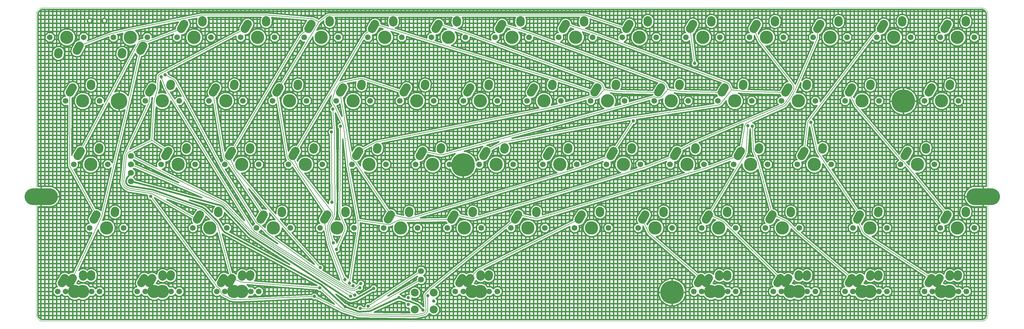
<source format=gtl>
%FSLAX44Y44*%
%OFA0.0000B0.0000*%
%SFA1B1*%
%MOMM*%
%ADD10C,0.0000X0.0000*%
%ADD11C,0.4000X0.0000*%
%ADD12C,0.3810X0.0000*%
%ADD13C,0.5080X0.0000*%
%ADD14C,0.2032X0.0000*%
%ADD15C,1.0000X0.0000*%
%ADD16C,7.0002X0.0000*%
%ADD17C,5.0012X0.0000*%
%ADD18C,1.8000X0.0000*%
%ADD19C,0.9906X0.0000*%
%ADD20C,2.3748X0.0000*%
%ADD21C,3.9878X0.0000*%
%ADD22C,1.7018X0.0000*%
%ADD23C,2.5000X0.0000*%
%LNmassdrop1-F_Cu*%
%LPD*%
G54D10*
X3452500Y-1589090D2*
X643255Y-1589090D1*
X3456020Y-1588780D2*
X3452500Y-1589090D1*
X3459440Y-1587860D2*
X3456020Y-1588780D1*
X3462660Y-1586370D2*
X3459440Y-1587860D1*
X3465560Y-1584330D2*
X3462660Y-1586370D1*
X3468060Y-1581830D2*
X3465560Y-1584330D1*
X3470090Y-1578930D2*
X3468060Y-1581830D1*
X3471590Y-1575720D2*
X3470090Y-1578930D1*
X3472510Y-1572300D2*
X3471590Y-1575720D1*
X3472820Y-1568770D2*
X3472510Y-1572300D1*
X3472820Y-669608D2*
X3472820Y-1568770D1*
X3472510Y-666079D2*
X3472820Y-669608D1*
X3471590Y-662658D2*
X3472510Y-666079D1*
X3470090Y-659448D2*
X3471590Y-662658D1*
X3468060Y-656546D2*
X3470090Y-659448D1*
X3465560Y-654041D2*
X3468060Y-656546D1*
X3462660Y-652010D2*
X3465560Y-654041D1*
X3459440Y-650513D2*
X3462660Y-652010D1*
X3456020Y-649596D2*
X3459440Y-650513D1*
X3452500Y-649288D2*
X3456020Y-649596D1*
X643255Y-649288D2*
X3452500Y-649288D1*
X639726Y-649596D2*
X643255Y-649288D1*
X636305Y-650513D2*
X639726Y-649596D1*
X633095Y-652010D2*
X636305Y-650513D1*
X630194Y-654041D2*
X633095Y-652010D1*
X627689Y-656546D2*
X630194Y-654041D1*
X625657Y-659448D2*
X627689Y-656546D1*
X624160Y-662658D2*
X625657Y-659448D1*
X623244Y-666079D2*
X624160Y-662658D1*
X622935Y-669608D2*
X623244Y-666079D1*
X622935Y-1568770D2*
X622935Y-669608D1*
X623244Y-1572300D2*
X622935Y-1568770D1*
X624160Y-1575720D2*
X623244Y-1572300D1*
X625657Y-1578930D2*
X624160Y-1575720D1*
X627689Y-1581830D2*
X625657Y-1578930D1*
X630194Y-1584330D2*
X627689Y-1581830D1*
X633095Y-1586370D2*
X630194Y-1584330D1*
X636305Y-1587860D2*
X633095Y-1586370D1*
X639726Y-1588780D2*
X636305Y-1587860D1*
X643255Y-1589090D2*
X639726Y-1588780D1*
G54D11*
X3467810Y-1568553D2*
X3467810Y-1246027D1*
X3467558Y-1571422D2*
X3467810Y-1568553D1*
X3466865Y-1573997D2*
X3467558Y-1571422D1*
X3465735Y-1576415D2*
X3466865Y-1573997D1*
X3464207Y-1578598D2*
X3465735Y-1576415D1*
X3462325Y-1580480D2*
X3464207Y-1578598D1*
X3460144Y-1582014D2*
X3462325Y-1580480D1*
X3457726Y-1583133D2*
X3460144Y-1582014D1*
X3455145Y-1583827D2*
X3457726Y-1583133D1*
X3452274Y-1584080D2*
X3455145Y-1583827D1*
X643472Y-1584080D2*
X3452274Y-1584080D1*
X640603Y-1583828D2*
X643472Y-1584080D1*
X638025Y-1583135D2*
X640603Y-1583828D1*
X635609Y-1582013D2*
X638025Y-1583135D1*
X633428Y-1580479D2*
X635609Y-1582013D1*
X631538Y-1578594D2*
X633428Y-1580479D1*
X630014Y-1576419D2*
X631538Y-1578594D1*
X628886Y-1574002D2*
X630014Y-1576419D1*
X628197Y-1571427D2*
X628886Y-1574002D1*
X627945Y-1568550D2*
X628197Y-1571427D1*
X627945Y-1246027D2*
X627945Y-1568550D1*
X668613Y-1246027D2*
X627945Y-1246027D1*
X679939Y-1241335D2*
X668613Y-1246027D1*
X688608Y-1232666D2*
X679939Y-1241335D1*
X693300Y-1221340D2*
X688608Y-1232666D1*
X693300Y-1209080D2*
X693300Y-1221340D1*
X688608Y-1197754D2*
X693300Y-1209080D1*
X679939Y-1189085D2*
X688608Y-1197754D1*
X668613Y-1184393D2*
X679939Y-1189085D1*
X627945Y-1184393D2*
X668613Y-1184393D1*
X627945Y-669828D2*
X627945Y-1184393D1*
X628197Y-666951D2*
X627945Y-669828D1*
X628886Y-664378D2*
X628197Y-666951D1*
X630012Y-661963D2*
X628886Y-664378D1*
X631542Y-659778D2*
X630012Y-661963D1*
X633427Y-657893D2*
X631542Y-659778D1*
X635608Y-656366D2*
X633427Y-657893D1*
X638025Y-655239D2*
X635608Y-656366D1*
X640601Y-654548D2*
X638025Y-655239D1*
X643472Y-654298D2*
X640601Y-654548D1*
X3452281Y-654298D2*
X643472Y-654298D1*
X3455144Y-654549D2*
X3452281Y-654298D1*
X3457726Y-655241D2*
X3455144Y-654549D1*
X3460148Y-656367D2*
X3457726Y-655241D1*
X3462325Y-657892D2*
X3460148Y-656367D1*
X3464205Y-659776D2*
X3462325Y-657892D1*
X3465737Y-661966D2*
X3464205Y-659776D1*
X3466865Y-664381D2*
X3465737Y-661966D1*
X3467558Y-666958D2*
X3466865Y-664381D1*
X3467810Y-669826D2*
X3467558Y-666958D1*
X3467810Y-1184393D2*
X3467810Y-669826D1*
X3427186Y-1184393D2*
X3467810Y-1184393D1*
X3415860Y-1189085D2*
X3427186Y-1184393D1*
X3407191Y-1197754D2*
X3415860Y-1189085D1*
X3402499Y-1209080D2*
X3407191Y-1197754D1*
X3402499Y-1221340D2*
X3402499Y-1209080D1*
X3407191Y-1232666D2*
X3402499Y-1221340D1*
X3415860Y-1241335D2*
X3407191Y-1232666D1*
X3427186Y-1246027D2*
X3415860Y-1241335D1*
X3467810Y-1246027D2*
X3427186Y-1246027D1*
X3467810Y-1246027D2*
X3427186Y-1246027D1*
X3427186Y-1246027D2*
X3415860Y-1241335D1*
X3415860Y-1241335D2*
X3407191Y-1232666D1*
X3407191Y-1232666D2*
X3402499Y-1221340D1*
X3402499Y-1221340D2*
X3402499Y-1209080D1*
X3402499Y-1209080D2*
X3407191Y-1197754D1*
X3407191Y-1197754D2*
X3415860Y-1189085D1*
X3415860Y-1189085D2*
X3427186Y-1184393D1*
X3427186Y-1184393D2*
X3467810Y-1184393D1*
X3467810Y-1184393D2*
X3467810Y-669826D1*
X3467810Y-669826D2*
X3467558Y-666958D1*
X3467558Y-666958D2*
X3466865Y-664381D1*
X3466865Y-664381D2*
X3465737Y-661966D1*
X3465737Y-661966D2*
X3464205Y-659776D1*
X3464205Y-659776D2*
X3462325Y-657892D1*
X3462325Y-657892D2*
X3460148Y-656367D1*
X3460148Y-656367D2*
X3457726Y-655241D1*
X3457726Y-655241D2*
X3455144Y-654549D1*
X3455144Y-654549D2*
X3452281Y-654298D1*
X3452281Y-654298D2*
X643472Y-654298D1*
X643472Y-654298D2*
X640601Y-654548D1*
X640601Y-654548D2*
X638025Y-655239D1*
X638025Y-655239D2*
X635608Y-656366D1*
X635608Y-656366D2*
X633427Y-657893D1*
X633427Y-657893D2*
X631542Y-659778D1*
X631542Y-659778D2*
X630012Y-661963D1*
X630012Y-661963D2*
X628886Y-664378D1*
X628886Y-664378D2*
X628197Y-666951D1*
X628197Y-666951D2*
X627945Y-669828D1*
X627945Y-669828D2*
X627945Y-1184393D1*
X627945Y-1184393D2*
X668613Y-1184393D1*
X668613Y-1184393D2*
X679939Y-1189085D1*
X679939Y-1189085D2*
X688608Y-1197754D1*
X688608Y-1197754D2*
X693300Y-1209080D1*
X693300Y-1209080D2*
X693300Y-1221340D1*
X693300Y-1221340D2*
X688608Y-1232666D1*
X688608Y-1232666D2*
X679939Y-1241335D1*
X679939Y-1241335D2*
X668613Y-1246027D1*
X668613Y-1246027D2*
X627945Y-1246027D1*
X627945Y-1246027D2*
X627945Y-1568550D1*
X627945Y-1568550D2*
X628197Y-1571427D1*
X628197Y-1571427D2*
X628886Y-1574002D1*
X628886Y-1574002D2*
X630014Y-1576419D1*
X630014Y-1576419D2*
X631538Y-1578594D1*
X631538Y-1578594D2*
X633428Y-1580479D1*
X633428Y-1580479D2*
X635609Y-1582013D1*
X635609Y-1582013D2*
X638025Y-1583135D1*
X638025Y-1583135D2*
X640603Y-1583828D1*
X640603Y-1583828D2*
X643472Y-1584080D1*
X643472Y-1584080D2*
X3452274Y-1584080D1*
X3452274Y-1584080D2*
X3455145Y-1583827D1*
X3455145Y-1583827D2*
X3457726Y-1583133D1*
X3457726Y-1583133D2*
X3460144Y-1582014D1*
X3460144Y-1582014D2*
X3462325Y-1580480D1*
X3462325Y-1580480D2*
X3464207Y-1578598D1*
X3464207Y-1578598D2*
X3465735Y-1576415D1*
X3465735Y-1576415D2*
X3466865Y-1573997D1*
X3466865Y-1573997D2*
X3467558Y-1571422D1*
X3467558Y-1571422D2*
X3467810Y-1568553D1*
X3467810Y-1568553D2*
X3467810Y-1246027D1*
X2160619Y-1315631D2*
X2152231Y-1324019D1*
X2152231Y-1324019D2*
X2140369Y-1324019D1*
X2140369Y-1324019D2*
X2131981Y-1315631D1*
X2131981Y-1315631D2*
X2131981Y-1303769D1*
X2131981Y-1303769D2*
X2140369Y-1295381D1*
X2140369Y-1295381D2*
X2152231Y-1295381D1*
X2152231Y-1295381D2*
X2160619Y-1303769D1*
X2160619Y-1303769D2*
X2160619Y-1315631D1*
X2483890Y-1253998D2*
X2487140Y-1247479D1*
X2487140Y-1247479D2*
X2492637Y-1242700D1*
X2492637Y-1242700D2*
X2499544Y-1240388D1*
X2499544Y-1240388D2*
X2506811Y-1240895D1*
X2506811Y-1240895D2*
X2513330Y-1244145D1*
X2513330Y-1244145D2*
X2518109Y-1249642D1*
X2518109Y-1249642D2*
X2520421Y-1256549D1*
X2520421Y-1256549D2*
X2519510Y-1269602D1*
X2519510Y-1269602D2*
X2516260Y-1276121D1*
X2516260Y-1276121D2*
X2510763Y-1280900D1*
X2510763Y-1280900D2*
X2503856Y-1283212D1*
X2503856Y-1283212D2*
X2496589Y-1282705D1*
X2496589Y-1282705D2*
X2490070Y-1279455D1*
X2490070Y-1279455D2*
X2485291Y-1273958D1*
X2485291Y-1273958D2*
X2482979Y-1267051D1*
X2482979Y-1267051D2*
X2483890Y-1253998D1*
X3293440Y-1445187D2*
X3295618Y-1443515D1*
X3295618Y-1443515D2*
X3302654Y-1441630D1*
X3302654Y-1441630D2*
X3309876Y-1442581D1*
X3309876Y-1442581D2*
X3315953Y-1446090D1*
X3315953Y-1446090D2*
X3319308Y-1443515D1*
X3319308Y-1443515D2*
X3326344Y-1441630D1*
X3326344Y-1441630D2*
X3333566Y-1442581D1*
X3333566Y-1442581D2*
X3339874Y-1446223D1*
X3339874Y-1446223D2*
X3340923Y-1447591D1*
X3340923Y-1447591D2*
X3341140Y-1444488D1*
X3341140Y-1444488D2*
X3344390Y-1437969D1*
X3344390Y-1437969D2*
X3349887Y-1433190D1*
X3349887Y-1433190D2*
X3356794Y-1430878D1*
X3356794Y-1430878D2*
X3364061Y-1431385D1*
X3364061Y-1431385D2*
X3370580Y-1434635D1*
X3370580Y-1434635D2*
X3371155Y-1435296D1*
X3371155Y-1435296D2*
X3373577Y-1433190D1*
X3373577Y-1433190D2*
X3380484Y-1430878D1*
X3380484Y-1430878D2*
X3387751Y-1431385D1*
X3387751Y-1431385D2*
X3394270Y-1434635D1*
X3394270Y-1434635D2*
X3399049Y-1440132D1*
X3399049Y-1440132D2*
X3401361Y-1447039D1*
X3401361Y-1447039D2*
X3400450Y-1460092D1*
X3400450Y-1460092D2*
X3397200Y-1466611D1*
X3397200Y-1466611D2*
X3391703Y-1471390D1*
X3391703Y-1471390D2*
X3384796Y-1473702D1*
X3384796Y-1473702D2*
X3377529Y-1473195D1*
X3377529Y-1473195D2*
X3371010Y-1469945D1*
X3371010Y-1469945D2*
X3370435Y-1469284D1*
X3370435Y-1469284D2*
X3368013Y-1471390D1*
X3368013Y-1471390D2*
X3361106Y-1473702D1*
X3361106Y-1473702D2*
X3353839Y-1473195D1*
X3353839Y-1473195D2*
X3347320Y-1469945D1*
X3347320Y-1469945D2*
X3344793Y-1467039D1*
X3344793Y-1467039D2*
X3340202Y-1474992D1*
X3340202Y-1474992D2*
X3345595Y-1477226D1*
X3345595Y-1477226D2*
X3352318Y-1474441D1*
X3352318Y-1474441D2*
X3362562Y-1474441D1*
X3362562Y-1474441D2*
X3372026Y-1478361D1*
X3372026Y-1478361D2*
X3379269Y-1485604D1*
X3379269Y-1485604D2*
X3379380Y-1485871D1*
X3379380Y-1485871D2*
X3390481Y-1485871D1*
X3390481Y-1485871D2*
X3396395Y-1491785D1*
X3396395Y-1491785D2*
X3402309Y-1485871D1*
X3402309Y-1485871D2*
X3414171Y-1485871D1*
X3414171Y-1485871D2*
X3422559Y-1494259D1*
X3422559Y-1494259D2*
X3422559Y-1506121D1*
X3422559Y-1506121D2*
X3414171Y-1514509D1*
X3414171Y-1514509D2*
X3402309Y-1514509D1*
X3402309Y-1514509D2*
X3396395Y-1508595D1*
X3396395Y-1508595D2*
X3390481Y-1514509D1*
X3390481Y-1514509D2*
X3379380Y-1514509D1*
X3379380Y-1514509D2*
X3379269Y-1514776D1*
X3379269Y-1514776D2*
X3372026Y-1522019D1*
X3372026Y-1522019D2*
X3362562Y-1525939D1*
X3362562Y-1525939D2*
X3352318Y-1525939D1*
X3352318Y-1525939D2*
X3345595Y-1523154D1*
X3345595Y-1523154D2*
X3338872Y-1525939D1*
X3338872Y-1525939D2*
X3328628Y-1525939D1*
X3328628Y-1525939D2*
X3319164Y-1522019D1*
X3319164Y-1522019D2*
X3311921Y-1514776D1*
X3311921Y-1514776D2*
X3311810Y-1514509D1*
X3311810Y-1514509D2*
X3300709Y-1514509D1*
X3300709Y-1514509D2*
X3294795Y-1508595D1*
X3294795Y-1508595D2*
X3288881Y-1514509D1*
X3288881Y-1514509D2*
X3277019Y-1514509D1*
X3277019Y-1514509D2*
X3268631Y-1506121D1*
X3268631Y-1506121D2*
X3268631Y-1494259D1*
X3268631Y-1494259D2*
X3277019Y-1485871D1*
X3277019Y-1485871D2*
X3281001Y-1485871D1*
X3281001Y-1485871D2*
X3278781Y-1482978D1*
X3278781Y-1482978D2*
X3276896Y-1475942D1*
X3276896Y-1475942D2*
X3277847Y-1468720D1*
X3277847Y-1468720D2*
X3285149Y-1456073D1*
X3285149Y-1456073D2*
X3102450Y-1335416D1*
X3102450Y-1335416D2*
X3099657Y-1333571D1*
X3099657Y-1333571D2*
X3099261Y-1333309D1*
X3099261Y-1333309D2*
X3098553Y-1332686D1*
X3098553Y-1332686D2*
X3098242Y-1332324D1*
X3098242Y-1332324D2*
X3093872Y-1327239D1*
X3093872Y-1327239D2*
X3093562Y-1326877D1*
X3093562Y-1326877D2*
X3093052Y-1326084D1*
X3093052Y-1326084D2*
X3092852Y-1325651D1*
X3092852Y-1325651D2*
X3091457Y-1322631D1*
X3091457Y-1322631D2*
X3082959Y-1304255D1*
X3082959Y-1304255D2*
X3082959Y-1315621D1*
X3082959Y-1315621D2*
X3074571Y-1324009D1*
X3074571Y-1324009D2*
X3062709Y-1324009D1*
X3062709Y-1324009D2*
X3054321Y-1315621D1*
X3054321Y-1315621D2*
X3054321Y-1303759D1*
X3054321Y-1303759D2*
X3062709Y-1295371D1*
X3062709Y-1295371D2*
X3066691Y-1295371D1*
X3066691Y-1295371D2*
X3064471Y-1292478D1*
X3064471Y-1292478D2*
X3062586Y-1285442D1*
X3062586Y-1285442D2*
X3063537Y-1278220D1*
X3063537Y-1278220D2*
X3074380Y-1259441D1*
X3074380Y-1259441D2*
X2978499Y-1117164D1*
X2978499Y-1117164D2*
X2978499Y-1124322D1*
X2978499Y-1124322D2*
X2974579Y-1133786D1*
X2974579Y-1133786D2*
X2967336Y-1141029D1*
X2967336Y-1141029D2*
X2957872Y-1144949D1*
X2957872Y-1144949D2*
X2947628Y-1144949D1*
X2947628Y-1144949D2*
X2938164Y-1141029D1*
X2938164Y-1141029D2*
X2930921Y-1133786D1*
X2930921Y-1133786D2*
X2927001Y-1124322D1*
X2927001Y-1124322D2*
X2927001Y-1114078D1*
X2927001Y-1114078D2*
X2930921Y-1104614D1*
X2930921Y-1104614D2*
X2938164Y-1097371D1*
X2938164Y-1097371D2*
X2947628Y-1093451D1*
X2947628Y-1093451D2*
X2957872Y-1093451D1*
X2957872Y-1093451D2*
X2964318Y-1096121D1*
X2964318Y-1096121D2*
X2958350Y-1087265D1*
X2958350Y-1087265D2*
X2957475Y-1085965D1*
X2957475Y-1085965D2*
X2957294Y-1085696D1*
X2957294Y-1085696D2*
X2956992Y-1085141D1*
X2956992Y-1085141D2*
X2956865Y-1084845D1*
X2956865Y-1084845D2*
X2955641Y-1081994D1*
X2955641Y-1081994D2*
X2955513Y-1081695D1*
X2955513Y-1081695D2*
X2955319Y-1081093D1*
X2955319Y-1081093D2*
X2955249Y-1080779D1*
X2955249Y-1080779D2*
X2954910Y-1079250D1*
X2954910Y-1079250D2*
X2938834Y-1006603D1*
X2938834Y-1006603D2*
X2931755Y-1063253D1*
X2931755Y-1063253D2*
X2935184Y-1065233D1*
X2935184Y-1065233D2*
X2939619Y-1071012D1*
X2939619Y-1071012D2*
X2941504Y-1078048D1*
X2941504Y-1078048D2*
X2940553Y-1085270D1*
X2940553Y-1085270D2*
X2928561Y-1106040D1*
X2928561Y-1106040D2*
X2922782Y-1110475D1*
X2922782Y-1110475D2*
X2915746Y-1112360D1*
X2915746Y-1112360D2*
X2915301Y-1112301D1*
X2915301Y-1112301D2*
X2916269Y-1113269D1*
X2916269Y-1113269D2*
X2916269Y-1125131D1*
X2916269Y-1125131D2*
X2907881Y-1133519D1*
X2907881Y-1133519D2*
X2896019Y-1133519D1*
X2896019Y-1133519D2*
X2887631Y-1125131D1*
X2887631Y-1125131D2*
X2887631Y-1113269D1*
X2887631Y-1113269D2*
X2896019Y-1104881D1*
X2896019Y-1104881D2*
X2900001Y-1104881D1*
X2900001Y-1104881D2*
X2897781Y-1101988D1*
X2897781Y-1101988D2*
X2895896Y-1094952D1*
X2895896Y-1094952D2*
X2896847Y-1087730D1*
X2896847Y-1087730D2*
X2908839Y-1066960D1*
X2908839Y-1066960D2*
X2914618Y-1062525D1*
X2914618Y-1062525D2*
X2918209Y-1061563D1*
X2918209Y-1061563D2*
X2927032Y-990961D1*
X2927032Y-990961D2*
X2927180Y-989775D1*
X2927180Y-989775D2*
X2927235Y-989332D1*
X2927235Y-989332D2*
X2927460Y-988466D1*
X2927460Y-988466D2*
X2927631Y-988046D1*
X2927631Y-988046D2*
X2928531Y-985835D1*
X2928531Y-985835D2*
X2928701Y-985418D1*
X2928701Y-985418D2*
X2929144Y-984641D1*
X2929144Y-984641D2*
X2929411Y-984289D1*
X2929411Y-984289D2*
X2930131Y-983338D1*
X2930131Y-983338D2*
X2960660Y-943019D1*
X2960660Y-943019D2*
X2949989Y-943019D1*
X2949989Y-943019D2*
X2941601Y-934631D1*
X2941601Y-934631D2*
X2941601Y-922769D1*
X2941601Y-922769D2*
X2949989Y-914381D1*
X2949989Y-914381D2*
X2961851Y-914381D1*
X2961851Y-914381D2*
X2970239Y-922769D1*
X2970239Y-922769D2*
X2970239Y-930368D1*
X2970239Y-930368D2*
X3124609Y-726495D1*
X3124609Y-726495D2*
X3125116Y-725824D1*
X3125116Y-725824D2*
X3125256Y-725637D1*
X3125256Y-725637D2*
X3125561Y-725286D1*
X3125561Y-725286D2*
X3125721Y-725126D1*
X3125721Y-725126D2*
X3126914Y-723926D1*
X3126914Y-723926D2*
X3127079Y-723761D1*
X3127079Y-723761D2*
X3127419Y-723462D1*
X3127419Y-723462D2*
X3127599Y-723324D1*
X3127599Y-723324D2*
X3128279Y-722802D1*
X3128279Y-722802D2*
X3135015Y-717643D1*
X3135015Y-717643D2*
X3134026Y-713952D1*
X3134026Y-713952D2*
X3134977Y-706730D1*
X3134977Y-706730D2*
X3146969Y-685960D1*
X3146969Y-685960D2*
X3152748Y-681525D1*
X3152748Y-681525D2*
X3159784Y-679640D1*
X3159784Y-679640D2*
X3167006Y-680591D1*
X3167006Y-680591D2*
X3173314Y-684233D1*
X3173314Y-684233D2*
X3177749Y-690012D1*
X3177749Y-690012D2*
X3179634Y-697048D1*
X3179634Y-697048D2*
X3178683Y-704270D1*
X3178683Y-704270D2*
X3166691Y-725040D1*
X3166691Y-725040D2*
X3160912Y-729475D1*
X3160912Y-729475D2*
X3153876Y-731360D1*
X3153876Y-731360D2*
X3153431Y-731301D1*
X3153431Y-731301D2*
X3154399Y-732269D1*
X3154399Y-732269D2*
X3154399Y-744131D1*
X3154399Y-744131D2*
X3146011Y-752519D1*
X3146011Y-752519D2*
X3134149Y-752519D1*
X3134149Y-752519D2*
X3127251Y-745621D1*
X3127251Y-745621D2*
X2947790Y-982632D1*
X2947790Y-982632D2*
X2953610Y-988452D1*
X2953610Y-988452D2*
X2953610Y-997408D1*
X2953610Y-997408D2*
X2951295Y-999723D1*
X2951295Y-999723D2*
X2963872Y-1056560D1*
X2963872Y-1056560D2*
X2968887Y-1052200D1*
X2968887Y-1052200D2*
X2975794Y-1049888D1*
X2975794Y-1049888D2*
X2983061Y-1050395D1*
X2983061Y-1050395D2*
X2989580Y-1053645D1*
X2989580Y-1053645D2*
X2994359Y-1059142D1*
X2994359Y-1059142D2*
X2996671Y-1066049D1*
X2996671Y-1066049D2*
X2995760Y-1079102D1*
X2995760Y-1079102D2*
X2992510Y-1085621D1*
X2992510Y-1085621D2*
X2987013Y-1090400D1*
X2987013Y-1090400D2*
X2980106Y-1092712D1*
X2980106Y-1092712D2*
X2978405Y-1092593D1*
X2978405Y-1092593D2*
X2991087Y-1111413D1*
X2991087Y-1111413D2*
X2997619Y-1104881D1*
X2997619Y-1104881D2*
X3009481Y-1104881D1*
X3009481Y-1104881D2*
X3017869Y-1113269D1*
X3017869Y-1113269D2*
X3017869Y-1125131D1*
X3017869Y-1125131D2*
X3009481Y-1133519D1*
X3009481Y-1133519D2*
X3005984Y-1133519D1*
X3005984Y-1133519D2*
X3085717Y-1251834D1*
X3085717Y-1251834D2*
X3088344Y-1251130D1*
X3088344Y-1251130D2*
X3095566Y-1252081D1*
X3095566Y-1252081D2*
X3101874Y-1255723D1*
X3101874Y-1255723D2*
X3106309Y-1261502D1*
X3106309Y-1261502D2*
X3108194Y-1268538D1*
X3108194Y-1268538D2*
X3107243Y-1275760D1*
X3107243Y-1275760D2*
X3095251Y-1296530D1*
X3095251Y-1296530D2*
X3094644Y-1296996D1*
X3094644Y-1296996D2*
X3095796Y-1299487D1*
X3095796Y-1299487D2*
X3097611Y-1295104D1*
X3097611Y-1295104D2*
X3104854Y-1287861D1*
X3104854Y-1287861D2*
X3114318Y-1283941D1*
X3114318Y-1283941D2*
X3124562Y-1283941D1*
X3124562Y-1283941D2*
X3134026Y-1287861D1*
X3134026Y-1287861D2*
X3141269Y-1295104D1*
X3141269Y-1295104D2*
X3145189Y-1304568D1*
X3145189Y-1304568D2*
X3145189Y-1314812D1*
X3145189Y-1314812D2*
X3141269Y-1324276D1*
X3141269Y-1324276D2*
X3134026Y-1331519D1*
X3134026Y-1331519D2*
X3126219Y-1334753D1*
X3126219Y-1334753D2*
X3293440Y-1445187D1*
X2604606Y-1443762D2*
X2604928Y-1443515D1*
X2604928Y-1443515D2*
X2611964Y-1441630D1*
X2611964Y-1441630D2*
X2619186Y-1442581D1*
X2619186Y-1442581D2*
X2625406Y-1446172D1*
X2625406Y-1446172D2*
X2628868Y-1443515D1*
X2628868Y-1443515D2*
X2635904Y-1441630D1*
X2635904Y-1441630D2*
X2643126Y-1442581D1*
X2643126Y-1442581D2*
X2649434Y-1446223D1*
X2649434Y-1446223D2*
X2650254Y-1447292D1*
X2650254Y-1447292D2*
X2650450Y-1444488D1*
X2650450Y-1444488D2*
X2653700Y-1437969D1*
X2653700Y-1437969D2*
X2659197Y-1433190D1*
X2659197Y-1433190D2*
X2666104Y-1430878D1*
X2666104Y-1430878D2*
X2673371Y-1431385D1*
X2673371Y-1431385D2*
X2679890Y-1434635D1*
X2679890Y-1434635D2*
X2680572Y-1435420D1*
X2680572Y-1435420D2*
X2683137Y-1433190D1*
X2683137Y-1433190D2*
X2690044Y-1430878D1*
X2690044Y-1430878D2*
X2697311Y-1431385D1*
X2697311Y-1431385D2*
X2703830Y-1434635D1*
X2703830Y-1434635D2*
X2708609Y-1440132D1*
X2708609Y-1440132D2*
X2710921Y-1447039D1*
X2710921Y-1447039D2*
X2710010Y-1460092D1*
X2710010Y-1460092D2*
X2706760Y-1466611D1*
X2706760Y-1466611D2*
X2701263Y-1471390D1*
X2701263Y-1471390D2*
X2694356Y-1473702D1*
X2694356Y-1473702D2*
X2687089Y-1473195D1*
X2687089Y-1473195D2*
X2680570Y-1469945D1*
X2680570Y-1469945D2*
X2679888Y-1469160D1*
X2679888Y-1469160D2*
X2677323Y-1471390D1*
X2677323Y-1471390D2*
X2670416Y-1473702D1*
X2670416Y-1473702D2*
X2663149Y-1473195D1*
X2663149Y-1473195D2*
X2656630Y-1469945D1*
X2656630Y-1469945D2*
X2654254Y-1467212D1*
X2654254Y-1467212D2*
X2649713Y-1475075D1*
X2649713Y-1475075D2*
X2655030Y-1477277D1*
X2655030Y-1477277D2*
X2661878Y-1474441D1*
X2661878Y-1474441D2*
X2672122Y-1474441D1*
X2672122Y-1474441D2*
X2681586Y-1478361D1*
X2681586Y-1478361D2*
X2688829Y-1485604D1*
X2688829Y-1485604D2*
X2688940Y-1485871D1*
X2688940Y-1485871D2*
X2699791Y-1485871D1*
X2699791Y-1485871D2*
X2705830Y-1491910D1*
X2705830Y-1491910D2*
X2711869Y-1485871D1*
X2711869Y-1485871D2*
X2723731Y-1485871D1*
X2723731Y-1485871D2*
X2732119Y-1494259D1*
X2732119Y-1494259D2*
X2732119Y-1506121D1*
X2732119Y-1506121D2*
X2723731Y-1514509D1*
X2723731Y-1514509D2*
X2711869Y-1514509D1*
X2711869Y-1514509D2*
X2705830Y-1508470D1*
X2705830Y-1508470D2*
X2699791Y-1514509D1*
X2699791Y-1514509D2*
X2688940Y-1514509D1*
X2688940Y-1514509D2*
X2688829Y-1514776D1*
X2688829Y-1514776D2*
X2681586Y-1522019D1*
X2681586Y-1522019D2*
X2672122Y-1525939D1*
X2672122Y-1525939D2*
X2661878Y-1525939D1*
X2661878Y-1525939D2*
X2655030Y-1523103D1*
X2655030Y-1523103D2*
X2648182Y-1525939D1*
X2648182Y-1525939D2*
X2637938Y-1525939D1*
X2637938Y-1525939D2*
X2628474Y-1522019D1*
X2628474Y-1522019D2*
X2621231Y-1514776D1*
X2621231Y-1514776D2*
X2621120Y-1514509D1*
X2621120Y-1514509D2*
X2610269Y-1514509D1*
X2610269Y-1514509D2*
X2604230Y-1508470D1*
X2604230Y-1508470D2*
X2598191Y-1514509D1*
X2598191Y-1514509D2*
X2586329Y-1514509D1*
X2586329Y-1514509D2*
X2577941Y-1506121D1*
X2577941Y-1506121D2*
X2577941Y-1494259D1*
X2577941Y-1494259D2*
X2586329Y-1485871D1*
X2586329Y-1485871D2*
X2590311Y-1485871D1*
X2590311Y-1485871D2*
X2588091Y-1482978D1*
X2588091Y-1482978D2*
X2586206Y-1475942D1*
X2586206Y-1475942D2*
X2587157Y-1468720D1*
X2587157Y-1468720D2*
X2595628Y-1454048D1*
X2595628Y-1454048D2*
X2456279Y-1332973D1*
X2456279Y-1332973D2*
X2454342Y-1331287D1*
X2454342Y-1331287D2*
X2454072Y-1331052D1*
X2454072Y-1331052D2*
X2453576Y-1330519D1*
X2453576Y-1330519D2*
X2453362Y-1330233D1*
X2453362Y-1330233D2*
X2450309Y-1326162D1*
X2450309Y-1326162D2*
X2450094Y-1325877D1*
X2450094Y-1325877D2*
X2449722Y-1325252D1*
X2449722Y-1325252D2*
X2449572Y-1324927D1*
X2449572Y-1324927D2*
X2448517Y-1322641D1*
X2448517Y-1322641D2*
X2440019Y-1304265D1*
X2440019Y-1304265D2*
X2440019Y-1315631D1*
X2440019Y-1315631D2*
X2431631Y-1324019D1*
X2431631Y-1324019D2*
X2419769Y-1324019D1*
X2419769Y-1324019D2*
X2411381Y-1315631D1*
X2411381Y-1315631D2*
X2411381Y-1303769D1*
X2411381Y-1303769D2*
X2419769Y-1295381D1*
X2419769Y-1295381D2*
X2423751Y-1295381D1*
X2423751Y-1295381D2*
X2421531Y-1292488D1*
X2421531Y-1292488D2*
X2419646Y-1285452D1*
X2419646Y-1285452D2*
X2420597Y-1278230D1*
X2420597Y-1278230D2*
X2432589Y-1257460D1*
X2432589Y-1257460D2*
X2438368Y-1253025D1*
X2438368Y-1253025D2*
X2445404Y-1251140D1*
X2445404Y-1251140D2*
X2452626Y-1252091D1*
X2452626Y-1252091D2*
X2458934Y-1255733D1*
X2458934Y-1255733D2*
X2463369Y-1261512D1*
X2463369Y-1261512D2*
X2465254Y-1268548D1*
X2465254Y-1268548D2*
X2464303Y-1275770D1*
X2464303Y-1275770D2*
X2452311Y-1296540D1*
X2452311Y-1296540D2*
X2451704Y-1297006D1*
X2451704Y-1297006D2*
X2452856Y-1299497D1*
X2452856Y-1299497D2*
X2454671Y-1295114D1*
X2454671Y-1295114D2*
X2461914Y-1287871D1*
X2461914Y-1287871D2*
X2471378Y-1283951D1*
X2471378Y-1283951D2*
X2481622Y-1283951D1*
X2481622Y-1283951D2*
X2491086Y-1287871D1*
X2491086Y-1287871D2*
X2498329Y-1295114D1*
X2498329Y-1295114D2*
X2502249Y-1304578D1*
X2502249Y-1304578D2*
X2502249Y-1314822D1*
X2502249Y-1314822D2*
X2498329Y-1324286D1*
X2498329Y-1324286D2*
X2491086Y-1331529D1*
X2491086Y-1331529D2*
X2481622Y-1335449D1*
X2481622Y-1335449D2*
X2479944Y-1335449D1*
X2479944Y-1335449D2*
X2604606Y-1443762D1*
X3126830Y-1253988D2*
X3130080Y-1247469D1*
X3130080Y-1247469D2*
X3135577Y-1242690D1*
X3135577Y-1242690D2*
X3142484Y-1240378D1*
X3142484Y-1240378D2*
X3149751Y-1240885D1*
X3149751Y-1240885D2*
X3156270Y-1244135D1*
X3156270Y-1244135D2*
X3161049Y-1249632D1*
X3161049Y-1249632D2*
X3163361Y-1256539D1*
X3163361Y-1256539D2*
X3162450Y-1269592D1*
X3162450Y-1269592D2*
X3159200Y-1276111D1*
X3159200Y-1276111D2*
X3153703Y-1280890D1*
X3153703Y-1280890D2*
X3146796Y-1283202D1*
X3146796Y-1283202D2*
X3139529Y-1282695D1*
X3139529Y-1282695D2*
X3133010Y-1279445D1*
X3133010Y-1279445D2*
X3128231Y-1273948D1*
X3128231Y-1273948D2*
X3125919Y-1267041D1*
X3125919Y-1267041D2*
X3126830Y-1253988D1*
X3184559Y-1315621D2*
X3176171Y-1324009D1*
X3176171Y-1324009D2*
X3164309Y-1324009D1*
X3164309Y-1324009D2*
X3155921Y-1315621D1*
X3155921Y-1315621D2*
X3155921Y-1303759D1*
X3155921Y-1303759D2*
X3164309Y-1295371D1*
X3164309Y-1295371D2*
X3176171Y-1295371D1*
X3176171Y-1295371D2*
X3184559Y-1303759D1*
X3184559Y-1303759D2*
X3184559Y-1315621D1*
X3345948Y-1252292D2*
X3350284Y-1251130D1*
X3350284Y-1251130D2*
X3357506Y-1252081D1*
X3357506Y-1252081D2*
X3363814Y-1255723D1*
X3363814Y-1255723D2*
X3368249Y-1261502D1*
X3368249Y-1261502D2*
X3370134Y-1268538D1*
X3370134Y-1268538D2*
X3369183Y-1275760D1*
X3369183Y-1275760D2*
X3357191Y-1296530D1*
X3357191Y-1296530D2*
X3351412Y-1300965D1*
X3351412Y-1300965D2*
X3344376Y-1302850D1*
X3344376Y-1302850D2*
X3343931Y-1302791D1*
X3343931Y-1302791D2*
X3344899Y-1303759D1*
X3344899Y-1303759D2*
X3344899Y-1315621D1*
X3344899Y-1315621D2*
X3336511Y-1324009D1*
X3336511Y-1324009D2*
X3324649Y-1324009D1*
X3324649Y-1324009D2*
X3316261Y-1315621D1*
X3316261Y-1315621D2*
X3316261Y-1303759D1*
X3316261Y-1303759D2*
X3324649Y-1295371D1*
X3324649Y-1295371D2*
X3328631Y-1295371D1*
X3328631Y-1295371D2*
X3326411Y-1292478D1*
X3326411Y-1292478D2*
X3324526Y-1285442D1*
X3324526Y-1285442D2*
X3325477Y-1278220D1*
X3325477Y-1278220D2*
X3335425Y-1260990D1*
X3335425Y-1260990D2*
X3224485Y-1126465D1*
X3224485Y-1126465D2*
X3217441Y-1133509D1*
X3217441Y-1133509D2*
X3205579Y-1133509D1*
X3205579Y-1133509D2*
X3197191Y-1125121D1*
X3197191Y-1125121D2*
X3197191Y-1113259D1*
X3197191Y-1113259D2*
X3204385Y-1106065D1*
X3204385Y-1106065D2*
X3072016Y-948533D1*
X3072016Y-948533D2*
X3070984Y-947304D1*
X3070984Y-947304D2*
X3070839Y-947131D1*
X3070839Y-947131D2*
X3070571Y-946766D1*
X3070571Y-946766D2*
X3070450Y-946575D1*
X3070450Y-946575D2*
X3068740Y-943883D1*
X3068740Y-943883D2*
X3068618Y-943691D1*
X3068618Y-943691D2*
X3068401Y-943294D1*
X3068401Y-943294D2*
X3068306Y-943088D1*
X3068306Y-943088D2*
X3067637Y-941641D1*
X3067637Y-941641D2*
X3059139Y-923265D1*
X3059139Y-923265D2*
X3059139Y-934631D1*
X3059139Y-934631D2*
X3050751Y-943019D1*
X3050751Y-943019D2*
X3038889Y-943019D1*
X3038889Y-943019D2*
X3030501Y-934631D1*
X3030501Y-934631D2*
X3030501Y-922769D1*
X3030501Y-922769D2*
X3038889Y-914381D1*
X3038889Y-914381D2*
X3042871Y-914381D1*
X3042871Y-914381D2*
X3040651Y-911488D1*
X3040651Y-911488D2*
X3038766Y-904452D1*
X3038766Y-904452D2*
X3039717Y-897230D1*
X3039717Y-897230D2*
X3051709Y-876460D1*
X3051709Y-876460D2*
X3057488Y-872025D1*
X3057488Y-872025D2*
X3064524Y-870140D1*
X3064524Y-870140D2*
X3071746Y-871091D1*
X3071746Y-871091D2*
X3078054Y-874733D1*
X3078054Y-874733D2*
X3082489Y-880512D1*
X3082489Y-880512D2*
X3084374Y-887548D1*
X3084374Y-887548D2*
X3083423Y-894770D1*
X3083423Y-894770D2*
X3071431Y-915540D1*
X3071431Y-915540D2*
X3070824Y-916006D1*
X3070824Y-916006D2*
X3071976Y-918497D1*
X3071976Y-918497D2*
X3073791Y-914114D1*
X3073791Y-914114D2*
X3081034Y-906871D1*
X3081034Y-906871D2*
X3090498Y-902951D1*
X3090498Y-902951D2*
X3100742Y-902951D1*
X3100742Y-902951D2*
X3110206Y-906871D1*
X3110206Y-906871D2*
X3117449Y-914114D1*
X3117449Y-914114D2*
X3121369Y-923578D1*
X3121369Y-923578D2*
X3121369Y-933822D1*
X3121369Y-933822D2*
X3117449Y-943286D1*
X3117449Y-943286D2*
X3110206Y-950529D1*
X3110206Y-950529D2*
X3100742Y-954449D1*
X3100742Y-954449D2*
X3094818Y-954449D1*
X3094818Y-954449D2*
X3206567Y-1087442D1*
X3206567Y-1087442D2*
X3218399Y-1066950D1*
X3218399Y-1066950D2*
X3224178Y-1062515D1*
X3224178Y-1062515D2*
X3231214Y-1060630D1*
X3231214Y-1060630D2*
X3238436Y-1061581D1*
X3238436Y-1061581D2*
X3244744Y-1065223D1*
X3244744Y-1065223D2*
X3249179Y-1071002D1*
X3249179Y-1071002D2*
X3251064Y-1078038D1*
X3251064Y-1078038D2*
X3250113Y-1085260D1*
X3250113Y-1085260D2*
X3238121Y-1106030D1*
X3238121Y-1106030D2*
X3232342Y-1110465D1*
X3232342Y-1110465D2*
X3229593Y-1111201D1*
X3229593Y-1111201D2*
X3236561Y-1119650D1*
X3236561Y-1119650D2*
X3236561Y-1114068D1*
X3236561Y-1114068D2*
X3240481Y-1104604D1*
X3240481Y-1104604D2*
X3247724Y-1097361D1*
X3247724Y-1097361D2*
X3257188Y-1093441D1*
X3257188Y-1093441D2*
X3267432Y-1093441D1*
X3267432Y-1093441D2*
X3276896Y-1097361D1*
X3276896Y-1097361D2*
X3284139Y-1104604D1*
X3284139Y-1104604D2*
X3288059Y-1114068D1*
X3288059Y-1114068D2*
X3288059Y-1124312D1*
X3288059Y-1124312D2*
X3284139Y-1133776D1*
X3284139Y-1133776D2*
X3276896Y-1141019D1*
X3276896Y-1141019D2*
X3267432Y-1144939D1*
X3267432Y-1144939D2*
X3257416Y-1144939D1*
X3257416Y-1144939D2*
X3345948Y-1252292D1*
X776218Y-686495D2*
X776218Y-685520D1*
X776218Y-685520D2*
X776907Y-684831D1*
X776907Y-684831D2*
X777596Y-684142D1*
X777596Y-684142D2*
X779443Y-682295D1*
X779443Y-682295D2*
X779772Y-681965D1*
X779772Y-681965D2*
X780637Y-681606D1*
X780637Y-681606D2*
X781107Y-681606D1*
X781107Y-681606D2*
X784693Y-681606D1*
X784693Y-681606D2*
X785159Y-681605D1*
X785159Y-681605D2*
X786024Y-681963D1*
X786024Y-681963D2*
X786357Y-682295D1*
X786357Y-682295D2*
X788893Y-684831D1*
X788893Y-684831D2*
X789223Y-685160D1*
X789223Y-685160D2*
X789582Y-686025D1*
X789582Y-686025D2*
X789582Y-686495D1*
X789582Y-686495D2*
X789582Y-690081D1*
X789582Y-690081D2*
X789583Y-690547D1*
X789583Y-690547D2*
X789225Y-691412D1*
X789225Y-691412D2*
X788893Y-691745D1*
X788893Y-691745D2*
X786357Y-694281D1*
X786357Y-694281D2*
X786028Y-694611D1*
X786028Y-694611D2*
X785163Y-694970D1*
X785163Y-694970D2*
X784693Y-694970D1*
X784693Y-694970D2*
X781107Y-694970D1*
X781107Y-694970D2*
X780641Y-694971D1*
X780641Y-694971D2*
X779776Y-694613D1*
X779776Y-694613D2*
X779443Y-694281D1*
X779443Y-694281D2*
X776907Y-691745D1*
X776907Y-691745D2*
X776577Y-691416D1*
X776577Y-691416D2*
X776218Y-690551D1*
X776218Y-690551D2*
X776218Y-690081D1*
X776218Y-690081D2*
X776218Y-687470D1*
X776218Y-687470D2*
X776218Y-686495D1*
X820218Y-686495D2*
X820218Y-685520D1*
X820218Y-685520D2*
X820907Y-684831D1*
X820907Y-684831D2*
X821596Y-684142D1*
X821596Y-684142D2*
X823443Y-682295D1*
X823443Y-682295D2*
X823772Y-681965D1*
X823772Y-681965D2*
X824637Y-681606D1*
X824637Y-681606D2*
X825107Y-681606D1*
X825107Y-681606D2*
X828693Y-681606D1*
X828693Y-681606D2*
X829159Y-681605D1*
X829159Y-681605D2*
X830024Y-681963D1*
X830024Y-681963D2*
X830357Y-682295D1*
X830357Y-682295D2*
X832893Y-684831D1*
X832893Y-684831D2*
X833223Y-685160D1*
X833223Y-685160D2*
X833582Y-686025D1*
X833582Y-686025D2*
X833582Y-686495D1*
X833582Y-686495D2*
X833582Y-690081D1*
X833582Y-690081D2*
X833583Y-690547D1*
X833583Y-690547D2*
X833225Y-691412D1*
X833225Y-691412D2*
X832893Y-691745D1*
X832893Y-691745D2*
X830357Y-694281D1*
X830357Y-694281D2*
X830028Y-694611D1*
X830028Y-694611D2*
X829163Y-694970D1*
X829163Y-694970D2*
X828693Y-694970D1*
X828693Y-694970D2*
X825107Y-694970D1*
X825107Y-694970D2*
X824641Y-694971D1*
X824641Y-694971D2*
X823776Y-694613D1*
X823776Y-694613D2*
X823443Y-694281D1*
X823443Y-694281D2*
X820907Y-691745D1*
X820907Y-691745D2*
X820577Y-691416D1*
X820577Y-691416D2*
X820218Y-690551D1*
X820218Y-690551D2*
X820218Y-690081D1*
X820218Y-690081D2*
X820218Y-687470D1*
X820218Y-687470D2*
X820218Y-686495D1*
X1928967Y-1442708D2*
X1936505Y-1434044D1*
X1936505Y-1434044D2*
X1937581Y-1432809D1*
X1937581Y-1432809D2*
X1937800Y-1432557D1*
X1937800Y-1432557D2*
X1938286Y-1432098D1*
X1938286Y-1432098D2*
X1938550Y-1431894D1*
X1938550Y-1431894D2*
X1941119Y-1429906D1*
X1941119Y-1429906D2*
X1941382Y-1429703D1*
X1941382Y-1429703D2*
X1941947Y-1429347D1*
X1941947Y-1429347D2*
X1942246Y-1429198D1*
X1942246Y-1429198D2*
X1943699Y-1428472D1*
X1943699Y-1428472D2*
X2229253Y-1285852D1*
X2229253Y-1285852D2*
X2229146Y-1285452D1*
X2229146Y-1285452D2*
X2230097Y-1278230D1*
X2230097Y-1278230D2*
X2242089Y-1257460D1*
X2242089Y-1257460D2*
X2247868Y-1253025D1*
X2247868Y-1253025D2*
X2254904Y-1251140D1*
X2254904Y-1251140D2*
X2262126Y-1252091D1*
X2262126Y-1252091D2*
X2268434Y-1255733D1*
X2268434Y-1255733D2*
X2272869Y-1261512D1*
X2272869Y-1261512D2*
X2274754Y-1268548D1*
X2274754Y-1268548D2*
X2273803Y-1275770D1*
X2273803Y-1275770D2*
X2261811Y-1296540D1*
X2261811Y-1296540D2*
X2256032Y-1300975D1*
X2256032Y-1300975D2*
X2248996Y-1302860D1*
X2248996Y-1302860D2*
X2248551Y-1302801D1*
X2248551Y-1302801D2*
X2249519Y-1303769D1*
X2249519Y-1303769D2*
X2249519Y-1315631D1*
X2249519Y-1315631D2*
X2241131Y-1324019D1*
X2241131Y-1324019D2*
X2229269Y-1324019D1*
X2229269Y-1324019D2*
X2220881Y-1315631D1*
X2220881Y-1315631D2*
X2220881Y-1305294D1*
X2220881Y-1305294D2*
X1963745Y-1433720D1*
X1963745Y-1433720D2*
X1965580Y-1434635D1*
X1965580Y-1434635D2*
X1966232Y-1435385D1*
X1966232Y-1435385D2*
X1968757Y-1433190D1*
X1968757Y-1433190D2*
X1975664Y-1430878D1*
X1975664Y-1430878D2*
X1982931Y-1431385D1*
X1982931Y-1431385D2*
X1989450Y-1434635D1*
X1989450Y-1434635D2*
X1994229Y-1440132D1*
X1994229Y-1440132D2*
X1996541Y-1447039D1*
X1996541Y-1447039D2*
X1995630Y-1460092D1*
X1995630Y-1460092D2*
X1992380Y-1466611D1*
X1992380Y-1466611D2*
X1986883Y-1471390D1*
X1986883Y-1471390D2*
X1979976Y-1473702D1*
X1979976Y-1473702D2*
X1972709Y-1473195D1*
X1972709Y-1473195D2*
X1966190Y-1469945D1*
X1966190Y-1469945D2*
X1965538Y-1469195D1*
X1965538Y-1469195D2*
X1963013Y-1471390D1*
X1963013Y-1471390D2*
X1956106Y-1473702D1*
X1956106Y-1473702D2*
X1948839Y-1473195D1*
X1948839Y-1473195D2*
X1942320Y-1469945D1*
X1942320Y-1469945D2*
X1939902Y-1467163D1*
X1939902Y-1467163D2*
X1935347Y-1475052D1*
X1935347Y-1475052D2*
X1940685Y-1477263D1*
X1940685Y-1477263D2*
X1947498Y-1474441D1*
X1947498Y-1474441D2*
X1957742Y-1474441D1*
X1957742Y-1474441D2*
X1967206Y-1478361D1*
X1967206Y-1478361D2*
X1974449Y-1485604D1*
X1974449Y-1485604D2*
X1974560Y-1485871D1*
X1974560Y-1485871D2*
X1985481Y-1485871D1*
X1985481Y-1485871D2*
X1991485Y-1491875D1*
X1991485Y-1491875D2*
X1997489Y-1485871D1*
X1997489Y-1485871D2*
X2009351Y-1485871D1*
X2009351Y-1485871D2*
X2017739Y-1494259D1*
X2017739Y-1494259D2*
X2017739Y-1506121D1*
X2017739Y-1506121D2*
X2009351Y-1514509D1*
X2009351Y-1514509D2*
X1997489Y-1514509D1*
X1997489Y-1514509D2*
X1991485Y-1508505D1*
X1991485Y-1508505D2*
X1985481Y-1514509D1*
X1985481Y-1514509D2*
X1974560Y-1514509D1*
X1974560Y-1514509D2*
X1974449Y-1514776D1*
X1974449Y-1514776D2*
X1967206Y-1522019D1*
X1967206Y-1522019D2*
X1957742Y-1525939D1*
X1957742Y-1525939D2*
X1947498Y-1525939D1*
X1947498Y-1525939D2*
X1940685Y-1523117D1*
X1940685Y-1523117D2*
X1933872Y-1525939D1*
X1933872Y-1525939D2*
X1923628Y-1525939D1*
X1923628Y-1525939D2*
X1914164Y-1522019D1*
X1914164Y-1522019D2*
X1906921Y-1514776D1*
X1906921Y-1514776D2*
X1906810Y-1514509D1*
X1906810Y-1514509D2*
X1895889Y-1514509D1*
X1895889Y-1514509D2*
X1889885Y-1508505D1*
X1889885Y-1508505D2*
X1883881Y-1514509D1*
X1883881Y-1514509D2*
X1872019Y-1514509D1*
X1872019Y-1514509D2*
X1863631Y-1506121D1*
X1863631Y-1506121D2*
X1863631Y-1494259D1*
X1863631Y-1494259D2*
X1872019Y-1485871D1*
X1872019Y-1485871D2*
X1876001Y-1485871D1*
X1876001Y-1485871D2*
X1873781Y-1482978D1*
X1873781Y-1482978D2*
X1871896Y-1475942D1*
X1871896Y-1475942D2*
X1872847Y-1468720D1*
X1872847Y-1468720D2*
X1884839Y-1447950D1*
X1884839Y-1447950D2*
X1890618Y-1443515D1*
X1890618Y-1443515D2*
X1897654Y-1441630D1*
X1897654Y-1441630D2*
X1904876Y-1442581D1*
X1904876Y-1442581D2*
X1911056Y-1446149D1*
X1911056Y-1446149D2*
X1914488Y-1443515D1*
X1914488Y-1443515D2*
X1921524Y-1441630D1*
X1921524Y-1441630D2*
X1928746Y-1442581D1*
X1928746Y-1442581D2*
X1928967Y-1442708D1*
X2578847Y-748183D2*
X2574511Y-752519D1*
X2574511Y-752519D2*
X2562649Y-752519D1*
X2562649Y-752519D2*
X2554261Y-744131D1*
X2554261Y-744131D2*
X2554261Y-732269D1*
X2554261Y-732269D2*
X2562649Y-723881D1*
X2562649Y-723881D2*
X2566631Y-723881D1*
X2566631Y-723881D2*
X2564411Y-720988D1*
X2564411Y-720988D2*
X2562526Y-713952D1*
X2562526Y-713952D2*
X2563477Y-706730D1*
X2563477Y-706730D2*
X2575469Y-685960D1*
X2575469Y-685960D2*
X2581248Y-681525D1*
X2581248Y-681525D2*
X2588284Y-679640D1*
X2588284Y-679640D2*
X2595506Y-680591D1*
X2595506Y-680591D2*
X2601814Y-684233D1*
X2601814Y-684233D2*
X2606249Y-690012D1*
X2606249Y-690012D2*
X2608134Y-697048D1*
X2608134Y-697048D2*
X2607183Y-704270D1*
X2607183Y-704270D2*
X2595191Y-725040D1*
X2595191Y-725040D2*
X2590127Y-728926D1*
X2590127Y-728926D2*
X2600148Y-806592D1*
X2600148Y-806592D2*
X2605320Y-811764D1*
X2605320Y-811764D2*
X2605320Y-820720D1*
X2605320Y-820720D2*
X2598988Y-827052D1*
X2598988Y-827052D2*
X2590032Y-827052D1*
X2590032Y-827052D2*
X2583700Y-820720D1*
X2583700Y-820720D2*
X2583700Y-811764D1*
X2583700Y-811764D2*
X2586667Y-808797D1*
X2586667Y-808797D2*
X2578847Y-748183D1*
X3341140Y-872986D2*
X3344390Y-866467D1*
X3344390Y-866467D2*
X3349887Y-861688D1*
X3349887Y-861688D2*
X3356794Y-859376D1*
X3356794Y-859376D2*
X3364061Y-859883D1*
X3364061Y-859883D2*
X3370580Y-863133D1*
X3370580Y-863133D2*
X3375359Y-868630D1*
X3375359Y-868630D2*
X3377671Y-875537D1*
X3377671Y-875537D2*
X3376760Y-888590D1*
X3376760Y-888590D2*
X3373510Y-895109D1*
X3373510Y-895109D2*
X3368013Y-899888D1*
X3368013Y-899888D2*
X3361106Y-902200D1*
X3361106Y-902200D2*
X3353839Y-901693D1*
X3353839Y-901693D2*
X3347320Y-898443D1*
X3347320Y-898443D2*
X3342541Y-892946D1*
X3342541Y-892946D2*
X3340229Y-886039D1*
X3340229Y-886039D2*
X3341140Y-872986D1*
X3281001Y-914369D2*
X3278781Y-911476D1*
X3278781Y-911476D2*
X3276896Y-904440D1*
X3276896Y-904440D2*
X3277847Y-897218D1*
X3277847Y-897218D2*
X3289839Y-876448D1*
X3289839Y-876448D2*
X3295618Y-872013D1*
X3295618Y-872013D2*
X3302654Y-870128D1*
X3302654Y-870128D2*
X3309876Y-871079D1*
X3309876Y-871079D2*
X3316184Y-874721D1*
X3316184Y-874721D2*
X3320619Y-880500D1*
X3320619Y-880500D2*
X3322504Y-887536D1*
X3322504Y-887536D2*
X3321553Y-894758D1*
X3321553Y-894758D2*
X3309561Y-915528D1*
X3309561Y-915528D2*
X3303782Y-919963D1*
X3303782Y-919963D2*
X3296746Y-921848D1*
X3296746Y-921848D2*
X3296301Y-921789D1*
X3296301Y-921789D2*
X3297269Y-922757D1*
X3297269Y-922757D2*
X3297269Y-934619D1*
X3297269Y-934619D2*
X3288881Y-943007D1*
X3288881Y-943007D2*
X3277019Y-943007D1*
X3277019Y-943007D2*
X3268631Y-934619D1*
X3268631Y-934619D2*
X3268631Y-922757D1*
X3268631Y-922757D2*
X3277019Y-914369D1*
X3277019Y-914369D2*
X3281001Y-914369D1*
X3398869Y-934619D2*
X3390481Y-943007D1*
X3390481Y-943007D2*
X3378619Y-943007D1*
X3378619Y-943007D2*
X3370231Y-934619D1*
X3370231Y-934619D2*
X3370231Y-922757D1*
X3370231Y-922757D2*
X3378619Y-914369D1*
X3378619Y-914369D2*
X3390481Y-914369D1*
X3390481Y-914369D2*
X3398869Y-922757D1*
X3398869Y-922757D2*
X3398869Y-934619D1*
X3359499Y-933810D2*
X3355579Y-943274D1*
X3355579Y-943274D2*
X3348336Y-950517D1*
X3348336Y-950517D2*
X3338872Y-954437D1*
X3338872Y-954437D2*
X3328628Y-954437D1*
X3328628Y-954437D2*
X3319164Y-950517D1*
X3319164Y-950517D2*
X3311921Y-943274D1*
X3311921Y-943274D2*
X3308001Y-933810D1*
X3308001Y-933810D2*
X3308001Y-923566D1*
X3308001Y-923566D2*
X3311921Y-914102D1*
X3311921Y-914102D2*
X3319164Y-906859D1*
X3319164Y-906859D2*
X3328628Y-902939D1*
X3328628Y-902939D2*
X3338872Y-902939D1*
X3338872Y-902939D2*
X3348336Y-906859D1*
X3348336Y-906859D2*
X3355579Y-914102D1*
X3355579Y-914102D2*
X3359499Y-923566D1*
X3359499Y-923566D2*
X3359499Y-933810D1*
X3103010Y-872998D2*
X3106260Y-866479D1*
X3106260Y-866479D2*
X3111757Y-861700D1*
X3111757Y-861700D2*
X3118664Y-859388D1*
X3118664Y-859388D2*
X3125931Y-859895D1*
X3125931Y-859895D2*
X3132450Y-863145D1*
X3132450Y-863145D2*
X3137229Y-868642D1*
X3137229Y-868642D2*
X3139541Y-875549D1*
X3139541Y-875549D2*
X3138630Y-888602D1*
X3138630Y-888602D2*
X3135380Y-895121D1*
X3135380Y-895121D2*
X3129883Y-899900D1*
X3129883Y-899900D2*
X3122976Y-902212D1*
X3122976Y-902212D2*
X3115709Y-901705D1*
X3115709Y-901705D2*
X3109190Y-898455D1*
X3109190Y-898455D2*
X3104411Y-892958D1*
X3104411Y-892958D2*
X3102099Y-886051D1*
X3102099Y-886051D2*
X3103010Y-872998D1*
X3160739Y-934631D2*
X3152351Y-943019D1*
X3152351Y-943019D2*
X3140489Y-943019D1*
X3140489Y-943019D2*
X3132101Y-934631D1*
X3132101Y-934631D2*
X3132101Y-922769D1*
X3132101Y-922769D2*
X3140489Y-914381D1*
X3140489Y-914381D2*
X3152351Y-914381D1*
X3152351Y-914381D2*
X3160739Y-922769D1*
X3160739Y-922769D2*
X3160739Y-934631D1*
X2674390Y-1253998D2*
X2677640Y-1247479D1*
X2677640Y-1247479D2*
X2683137Y-1242700D1*
X2683137Y-1242700D2*
X2690044Y-1240388D1*
X2690044Y-1240388D2*
X2697311Y-1240895D1*
X2697311Y-1240895D2*
X2703830Y-1244145D1*
X2703830Y-1244145D2*
X2708609Y-1249642D1*
X2708609Y-1249642D2*
X2710921Y-1256549D1*
X2710921Y-1256549D2*
X2710010Y-1269602D1*
X2710010Y-1269602D2*
X2706760Y-1276121D1*
X2706760Y-1276121D2*
X2701263Y-1280900D1*
X2701263Y-1280900D2*
X2694356Y-1283212D1*
X2694356Y-1283212D2*
X2687089Y-1282705D1*
X2687089Y-1282705D2*
X2680570Y-1279455D1*
X2680570Y-1279455D2*
X2675791Y-1273958D1*
X2675791Y-1273958D2*
X2673479Y-1267051D1*
X2673479Y-1267051D2*
X2674390Y-1253998D1*
X964960Y-1225670D2*
X961018Y-1225670D1*
X961018Y-1225670D2*
X954686Y-1219338D1*
X954686Y-1219338D2*
X954686Y-1210913D1*
X954686Y-1210913D2*
X900978Y-1202557D1*
X900978Y-1202557D2*
X897652Y-1202038D1*
X897652Y-1202038D2*
X897225Y-1201972D1*
X897225Y-1201972D2*
X896388Y-1201730D1*
X896388Y-1201730D2*
X895994Y-1201559D1*
X895994Y-1201559D2*
X889858Y-1198905D1*
X889858Y-1198905D2*
X889458Y-1198732D1*
X889458Y-1198732D2*
X888710Y-1198287D1*
X888710Y-1198287D2*
X888371Y-1198023D1*
X888371Y-1198023D2*
X883063Y-1193884D1*
X883063Y-1193884D2*
X882719Y-1193616D1*
X882719Y-1193616D2*
X882106Y-1192998D1*
X882106Y-1192998D2*
X881845Y-1192657D1*
X881845Y-1192657D2*
X877774Y-1187353D1*
X877774Y-1187353D2*
X877510Y-1187008D1*
X877510Y-1187008D2*
X877071Y-1186256D1*
X877071Y-1186256D2*
X876904Y-1185860D1*
X876904Y-1185860D2*
X874278Y-1179662D1*
X874278Y-1179662D2*
X874107Y-1179260D1*
X874107Y-1179260D2*
X873872Y-1178421D1*
X873872Y-1178421D2*
X873810Y-1177996D1*
X873810Y-1177996D2*
X872833Y-1171382D1*
X872833Y-1171382D2*
X872770Y-1170955D1*
X872770Y-1170955D2*
X872753Y-1170084D1*
X872753Y-1170084D2*
X872799Y-1169657D1*
X872799Y-1169657D2*
X873157Y-1166319D1*
X873157Y-1166319D2*
X881240Y-1090986D1*
X881240Y-1090986D2*
X881397Y-1089507D1*
X881397Y-1089507D2*
X881428Y-1089222D1*
X881428Y-1089222D2*
X881533Y-1088672D1*
X881533Y-1088672D2*
X881610Y-1088396D1*
X881610Y-1088396D2*
X882420Y-1085492D1*
X882420Y-1085492D2*
X882496Y-1085221D1*
X882496Y-1085221D2*
X882690Y-1084695D1*
X882690Y-1084695D2*
X882811Y-1084436D1*
X882811Y-1084436D2*
X883450Y-1083069D1*
X883450Y-1083069D2*
X948967Y-943019D1*
X948967Y-943019D2*
X943389Y-943019D1*
X943389Y-943019D2*
X935001Y-934631D1*
X935001Y-934631D2*
X935001Y-922769D1*
X935001Y-922769D2*
X943389Y-914381D1*
X943389Y-914381D2*
X947371Y-914381D1*
X947371Y-914381D2*
X945151Y-911488D1*
X945151Y-911488D2*
X943266Y-904452D1*
X943266Y-904452D2*
X944217Y-897230D1*
X944217Y-897230D2*
X956209Y-876460D1*
X956209Y-876460D2*
X961988Y-872025D1*
X961988Y-872025D2*
X969024Y-870140D1*
X969024Y-870140D2*
X976246Y-871091D1*
X976246Y-871091D2*
X980428Y-873505D1*
X980428Y-873505D2*
X980936Y-855870D1*
X980936Y-855870D2*
X980970Y-854668D1*
X980970Y-854668D2*
X980982Y-854222D1*
X980982Y-854222D2*
X981126Y-853327D1*
X981126Y-853327D2*
X981257Y-852893D1*
X981257Y-852893D2*
X981950Y-850592D1*
X981950Y-850592D2*
X982081Y-850159D1*
X982081Y-850159D2*
X982449Y-849343D1*
X982449Y-849343D2*
X982688Y-848958D1*
X982688Y-848958D2*
X983956Y-846917D1*
X983956Y-846917D2*
X984196Y-846531D1*
X984196Y-846531D2*
X984764Y-845840D1*
X984764Y-845840D2*
X985095Y-845530D1*
X985095Y-845530D2*
X986852Y-843889D1*
X986852Y-843889D2*
X987184Y-843580D1*
X987184Y-843580D2*
X987913Y-843061D1*
X987913Y-843061D2*
X988313Y-842848D1*
X988313Y-842848D2*
X989361Y-842292D1*
X989361Y-842292D2*
X1229249Y-714784D1*
X1229249Y-714784D2*
X1229026Y-713952D1*
X1229026Y-713952D2*
X1229977Y-706730D1*
X1229977Y-706730D2*
X1241969Y-685960D1*
X1241969Y-685960D2*
X1247748Y-681525D1*
X1247748Y-681525D2*
X1254784Y-679640D1*
X1254784Y-679640D2*
X1262006Y-680591D1*
X1262006Y-680591D2*
X1268314Y-684233D1*
X1268314Y-684233D2*
X1272749Y-690012D1*
X1272749Y-690012D2*
X1274634Y-697048D1*
X1274634Y-697048D2*
X1273683Y-704270D1*
X1273683Y-704270D2*
X1261691Y-725040D1*
X1261691Y-725040D2*
X1255912Y-729475D1*
X1255912Y-729475D2*
X1248876Y-731360D1*
X1248876Y-731360D2*
X1248431Y-731301D1*
X1248431Y-731301D2*
X1249399Y-732269D1*
X1249399Y-732269D2*
X1249399Y-744131D1*
X1249399Y-744131D2*
X1241011Y-752519D1*
X1241011Y-752519D2*
X1229149Y-752519D1*
X1229149Y-752519D2*
X1220761Y-744131D1*
X1220761Y-744131D2*
X1220761Y-734756D1*
X1220761Y-734756D2*
X1016773Y-843181D1*
X1016773Y-843181D2*
X1019710Y-846118D1*
X1019710Y-846118D2*
X1019710Y-848522D1*
X1019710Y-848522D2*
X1036311Y-857152D1*
X1036311Y-857152D2*
X1038533Y-858307D1*
X1038533Y-858307D2*
X1038990Y-858544D1*
X1038990Y-858544D2*
X1039820Y-859148D1*
X1039820Y-859148D2*
X1040185Y-859509D1*
X1040185Y-859509D2*
X1043749Y-863032D1*
X1043749Y-863032D2*
X1044116Y-863395D1*
X1044116Y-863395D2*
X1044729Y-864218D1*
X1044729Y-864218D2*
X1044971Y-864671D1*
X1044971Y-864671D2*
X1046154Y-866886D1*
X1046154Y-866886D2*
X1176152Y-1110248D1*
X1176152Y-1110248D2*
X1180434Y-1105966D1*
X1180434Y-1105966D2*
X1180373Y-1105883D1*
X1180373Y-1105883D2*
X1180131Y-1105557D1*
X1180131Y-1105557D2*
X1179729Y-1104853D1*
X1179729Y-1104853D2*
X1179571Y-1104479D1*
X1179571Y-1104479D2*
X1178066Y-1100921D1*
X1178066Y-1100921D2*
X1177907Y-1100544D1*
X1177907Y-1100544D2*
X1177682Y-1099765D1*
X1177682Y-1099765D2*
X1177617Y-1099365D1*
X1177617Y-1099365D2*
X1177304Y-1097453D1*
X1177304Y-1097453D2*
X1151118Y-937652D1*
X1151118Y-937652D2*
X1145751Y-943019D1*
X1145751Y-943019D2*
X1133889Y-943019D1*
X1133889Y-943019D2*
X1125501Y-934631D1*
X1125501Y-934631D2*
X1125501Y-922769D1*
X1125501Y-922769D2*
X1133889Y-914381D1*
X1133889Y-914381D2*
X1137871Y-914381D1*
X1137871Y-914381D2*
X1135651Y-911488D1*
X1135651Y-911488D2*
X1133766Y-904452D1*
X1133766Y-904452D2*
X1134717Y-897230D1*
X1134717Y-897230D2*
X1146709Y-876460D1*
X1146709Y-876460D2*
X1152488Y-872025D1*
X1152488Y-872025D2*
X1159524Y-870140D1*
X1159524Y-870140D2*
X1166746Y-871091D1*
X1166746Y-871091D2*
X1173054Y-874733D1*
X1173054Y-874733D2*
X1177489Y-880512D1*
X1177489Y-880512D2*
X1179374Y-887548D1*
X1179374Y-887548D2*
X1178423Y-894770D1*
X1178423Y-894770D2*
X1166431Y-915540D1*
X1166431Y-915540D2*
X1161899Y-919018D1*
X1161899Y-919018D2*
X1187953Y-1078020D1*
X1187953Y-1078020D2*
X1194339Y-1066960D1*
X1194339Y-1066960D2*
X1200118Y-1062525D1*
X1200118Y-1062525D2*
X1207154Y-1060640D1*
X1207154Y-1060640D2*
X1211185Y-1061171D1*
X1211185Y-1061171D2*
X1408899Y-728295D1*
X1408899Y-728295D2*
X1409511Y-727264D1*
X1409511Y-727264D2*
X1409676Y-726986D1*
X1409676Y-726986D2*
X1410063Y-726457D1*
X1410063Y-726457D2*
X1410277Y-726216D1*
X1410277Y-726216D2*
X1411870Y-724422D1*
X1411870Y-724422D2*
X1412084Y-724179D1*
X1412084Y-724179D2*
X1412564Y-723733D1*
X1412564Y-723733D2*
X1412820Y-723537D1*
X1412820Y-723537D2*
X1413781Y-722800D1*
X1413781Y-722800D2*
X1420515Y-717643D1*
X1420515Y-717643D2*
X1419526Y-713952D1*
X1419526Y-713952D2*
X1420477Y-706730D1*
X1420477Y-706730D2*
X1431690Y-687308D1*
X1431690Y-687308D2*
X1327763Y-678960D1*
X1327763Y-678960D2*
X1329801Y-685049D1*
X1329801Y-685049D2*
X1328890Y-698102D1*
X1328890Y-698102D2*
X1325640Y-704621D1*
X1325640Y-704621D2*
X1320143Y-709400D1*
X1320143Y-709400D2*
X1313236Y-711712D1*
X1313236Y-711712D2*
X1305969Y-711205D1*
X1305969Y-711205D2*
X1299450Y-707955D1*
X1299450Y-707955D2*
X1294671Y-702458D1*
X1294671Y-702458D2*
X1292359Y-695551D1*
X1292359Y-695551D2*
X1293270Y-682498D1*
X1293270Y-682498D2*
X1295678Y-677668D1*
X1295678Y-677668D2*
X1136577Y-677668D1*
X1136577Y-677668D2*
X1136989Y-678142D1*
X1136989Y-678142D2*
X1139301Y-685049D1*
X1139301Y-685049D2*
X1138390Y-698102D1*
X1138390Y-698102D2*
X1135140Y-704621D1*
X1135140Y-704621D2*
X1129643Y-709400D1*
X1129643Y-709400D2*
X1122736Y-711712D1*
X1122736Y-711712D2*
X1115469Y-711205D1*
X1115469Y-711205D2*
X1108950Y-707955D1*
X1108950Y-707955D2*
X1104171Y-702458D1*
X1104171Y-702458D2*
X1101859Y-695551D1*
X1101859Y-695551D2*
X1102770Y-682498D1*
X1102770Y-682498D2*
X1103586Y-680861D1*
X1103586Y-680861D2*
X1078942Y-685703D1*
X1078942Y-685703D2*
X1082249Y-690012D1*
X1082249Y-690012D2*
X1084134Y-697048D1*
X1084134Y-697048D2*
X1083183Y-704270D1*
X1083183Y-704270D2*
X1071191Y-725040D1*
X1071191Y-725040D2*
X1065412Y-729475D1*
X1065412Y-729475D2*
X1058376Y-731360D1*
X1058376Y-731360D2*
X1057931Y-731301D1*
X1057931Y-731301D2*
X1058899Y-732269D1*
X1058899Y-732269D2*
X1058899Y-744131D1*
X1058899Y-744131D2*
X1050511Y-752519D1*
X1050511Y-752519D2*
X1038649Y-752519D1*
X1038649Y-752519D2*
X1030261Y-744131D1*
X1030261Y-744131D2*
X1030261Y-732269D1*
X1030261Y-732269D2*
X1033535Y-728995D1*
X1033535Y-728995D2*
X962426Y-755979D1*
X962426Y-755979D2*
X960094Y-756865D1*
X960094Y-756865D2*
X961578Y-762039D1*
X961578Y-762039D2*
X960753Y-769276D1*
X960753Y-769276D2*
X949126Y-790253D1*
X949126Y-790253D2*
X943425Y-794788D1*
X943425Y-794788D2*
X937774Y-796409D1*
X937774Y-796409D2*
X906114Y-937090D1*
X906114Y-937090D2*
X906107Y-937124D1*
X906107Y-937124D2*
X906039Y-937419D1*
X906039Y-937419D2*
X906030Y-937454D1*
X906030Y-937454D2*
X826330Y-1275125D1*
X826330Y-1275125D2*
X826135Y-1275955D1*
X826135Y-1275955D2*
X826094Y-1276130D1*
X826094Y-1276130D2*
X825994Y-1276473D1*
X825994Y-1276473D2*
X825935Y-1276642D1*
X825935Y-1276642D2*
X825363Y-1278282D1*
X825363Y-1278282D2*
X825304Y-1278451D1*
X825304Y-1278451D2*
X825169Y-1278782D1*
X825169Y-1278782D2*
X825093Y-1278944D1*
X825093Y-1278944D2*
X824723Y-1279728D1*
X824723Y-1279728D2*
X821386Y-1286812D1*
X821386Y-1286812D2*
X828316Y-1283941D1*
X828316Y-1283941D2*
X838560Y-1283941D1*
X838560Y-1283941D2*
X848024Y-1287861D1*
X848024Y-1287861D2*
X855267Y-1295104D1*
X855267Y-1295104D2*
X859187Y-1304568D1*
X859187Y-1304568D2*
X859187Y-1314812D1*
X859187Y-1314812D2*
X855267Y-1324276D1*
X855267Y-1324276D2*
X848024Y-1331519D1*
X848024Y-1331519D2*
X838560Y-1335439D1*
X838560Y-1335439D2*
X828316Y-1335439D1*
X828316Y-1335439D2*
X818852Y-1331519D1*
X818852Y-1331519D2*
X811609Y-1324276D1*
X811609Y-1324276D2*
X807925Y-1315383D1*
X807925Y-1315383D2*
X751017Y-1436176D1*
X751017Y-1436176D2*
X754451Y-1433190D1*
X754451Y-1433190D2*
X761358Y-1430878D1*
X761358Y-1430878D2*
X768625Y-1431385D1*
X768625Y-1431385D2*
X775144Y-1434635D1*
X775144Y-1434635D2*
X775717Y-1435294D1*
X775717Y-1435294D2*
X778137Y-1433190D1*
X778137Y-1433190D2*
X785044Y-1430878D1*
X785044Y-1430878D2*
X792311Y-1431385D1*
X792311Y-1431385D2*
X798830Y-1434635D1*
X798830Y-1434635D2*
X803609Y-1440132D1*
X803609Y-1440132D2*
X805921Y-1447039D1*
X805921Y-1447039D2*
X805010Y-1460092D1*
X805010Y-1460092D2*
X801760Y-1466611D1*
X801760Y-1466611D2*
X796263Y-1471390D1*
X796263Y-1471390D2*
X789356Y-1473702D1*
X789356Y-1473702D2*
X782089Y-1473195D1*
X782089Y-1473195D2*
X775570Y-1469945D1*
X775570Y-1469945D2*
X774997Y-1469286D1*
X774997Y-1469286D2*
X772577Y-1471390D1*
X772577Y-1471390D2*
X765670Y-1473702D1*
X765670Y-1473702D2*
X758403Y-1473195D1*
X758403Y-1473195D2*
X751884Y-1469945D1*
X751884Y-1469945D2*
X749355Y-1467036D1*
X749355Y-1467036D2*
X744762Y-1474990D1*
X744762Y-1474990D2*
X750157Y-1477225D1*
X750157Y-1477225D2*
X756878Y-1474441D1*
X756878Y-1474441D2*
X767122Y-1474441D1*
X767122Y-1474441D2*
X776586Y-1478361D1*
X776586Y-1478361D2*
X783829Y-1485604D1*
X783829Y-1485604D2*
X783940Y-1485871D1*
X783940Y-1485871D2*
X795045Y-1485871D1*
X795045Y-1485871D2*
X800957Y-1491783D1*
X800957Y-1491783D2*
X806869Y-1485871D1*
X806869Y-1485871D2*
X818731Y-1485871D1*
X818731Y-1485871D2*
X827119Y-1494259D1*
X827119Y-1494259D2*
X827119Y-1506121D1*
X827119Y-1506121D2*
X818731Y-1514509D1*
X818731Y-1514509D2*
X806869Y-1514509D1*
X806869Y-1514509D2*
X800957Y-1508597D1*
X800957Y-1508597D2*
X795045Y-1514509D1*
X795045Y-1514509D2*
X783940Y-1514509D1*
X783940Y-1514509D2*
X783829Y-1514776D1*
X783829Y-1514776D2*
X776586Y-1522019D1*
X776586Y-1522019D2*
X767122Y-1525939D1*
X767122Y-1525939D2*
X756878Y-1525939D1*
X756878Y-1525939D2*
X750157Y-1523155D1*
X750157Y-1523155D2*
X743436Y-1525939D1*
X743436Y-1525939D2*
X733192Y-1525939D1*
X733192Y-1525939D2*
X723728Y-1522019D1*
X723728Y-1522019D2*
X716485Y-1514776D1*
X716485Y-1514776D2*
X716374Y-1514509D1*
X716374Y-1514509D2*
X705269Y-1514509D1*
X705269Y-1514509D2*
X699357Y-1508597D1*
X699357Y-1508597D2*
X693445Y-1514509D1*
X693445Y-1514509D2*
X681583Y-1514509D1*
X681583Y-1514509D2*
X673195Y-1506121D1*
X673195Y-1506121D2*
X673195Y-1494259D1*
X673195Y-1494259D2*
X681583Y-1485871D1*
X681583Y-1485871D2*
X685565Y-1485871D1*
X685565Y-1485871D2*
X683345Y-1482978D1*
X683345Y-1482978D2*
X681460Y-1475942D1*
X681460Y-1475942D2*
X682411Y-1468720D1*
X682411Y-1468720D2*
X694403Y-1447950D1*
X694403Y-1447950D2*
X700182Y-1443515D1*
X700182Y-1443515D2*
X707218Y-1441630D1*
X707218Y-1441630D2*
X714440Y-1442581D1*
X714440Y-1442581D2*
X720515Y-1446088D1*
X720515Y-1446088D2*
X723868Y-1443515D1*
X723868Y-1443515D2*
X730904Y-1441630D1*
X730904Y-1441630D2*
X733213Y-1441934D1*
X733213Y-1441934D2*
X788949Y-1323629D1*
X788949Y-1323629D2*
X788569Y-1324009D1*
X788569Y-1324009D2*
X776707Y-1324009D1*
X776707Y-1324009D2*
X768319Y-1315621D1*
X768319Y-1315621D2*
X768319Y-1303759D1*
X768319Y-1303759D2*
X776707Y-1295371D1*
X776707Y-1295371D2*
X780689Y-1295371D1*
X780689Y-1295371D2*
X778469Y-1292478D1*
X778469Y-1292478D2*
X776584Y-1285442D1*
X776584Y-1285442D2*
X777535Y-1278220D1*
X777535Y-1278220D2*
X789254Y-1257923D1*
X789254Y-1257923D2*
X718030Y-1128556D1*
X718030Y-1128556D2*
X717250Y-1127139D1*
X717250Y-1127139D2*
X717040Y-1126759D1*
X717040Y-1126759D2*
X716721Y-1125949D1*
X716721Y-1125949D2*
X716612Y-1125521D1*
X716612Y-1125521D2*
X715822Y-1122398D1*
X715822Y-1122398D2*
X715715Y-1121971D1*
X715715Y-1121971D2*
X715611Y-1121106D1*
X715611Y-1121106D2*
X715614Y-1120677D1*
X715614Y-1120677D2*
X715625Y-1119066D1*
X715625Y-1119066D2*
X716849Y-943019D1*
X716849Y-943019D2*
X705269Y-943019D1*
X705269Y-943019D2*
X696881Y-934631D1*
X696881Y-934631D2*
X696881Y-922769D1*
X696881Y-922769D2*
X705269Y-914381D1*
X705269Y-914381D2*
X709251Y-914381D1*
X709251Y-914381D2*
X707031Y-911488D1*
X707031Y-911488D2*
X705146Y-904452D1*
X705146Y-904452D2*
X706097Y-897230D1*
X706097Y-897230D2*
X718089Y-876460D1*
X718089Y-876460D2*
X723868Y-872025D1*
X723868Y-872025D2*
X730904Y-870140D1*
X730904Y-870140D2*
X738126Y-871091D1*
X738126Y-871091D2*
X744434Y-874733D1*
X744434Y-874733D2*
X748869Y-880512D1*
X748869Y-880512D2*
X750754Y-887548D1*
X750754Y-887548D2*
X749803Y-894770D1*
X749803Y-894770D2*
X737811Y-915540D1*
X737811Y-915540D2*
X732032Y-919975D1*
X732032Y-919975D2*
X730600Y-920359D1*
X730600Y-920359D2*
X730600Y-928700D1*
X730600Y-928700D2*
X730600Y-928787D1*
X730600Y-928787D2*
X730600Y-928834D1*
X730600Y-928834D2*
X729472Y-1091150D1*
X729472Y-1091150D2*
X729922Y-1087730D1*
X729922Y-1087730D2*
X741914Y-1066960D1*
X741914Y-1066960D2*
X747693Y-1062525D1*
X747693Y-1062525D2*
X754729Y-1060640D1*
X754729Y-1060640D2*
X757906Y-1061058D1*
X757906Y-1061058D2*
X822936Y-938814D1*
X822936Y-938814D2*
X818731Y-943019D1*
X818731Y-943019D2*
X806869Y-943019D1*
X806869Y-943019D2*
X798481Y-934631D1*
X798481Y-934631D2*
X798481Y-922769D1*
X798481Y-922769D2*
X806869Y-914381D1*
X806869Y-914381D2*
X818731Y-914381D1*
X818731Y-914381D2*
X827119Y-922769D1*
X827119Y-922769D2*
X827119Y-930951D1*
X827119Y-930951D2*
X914227Y-767205D1*
X914227Y-767205D2*
X914289Y-767090D1*
X914289Y-767090D2*
X914607Y-766519D1*
X914607Y-766519D2*
X914676Y-766399D1*
X914676Y-766399D2*
X918063Y-760596D1*
X918063Y-760596D2*
X909997Y-763937D1*
X909997Y-763937D2*
X899753Y-763937D1*
X899753Y-763937D2*
X890289Y-760017D1*
X890289Y-760017D2*
X883046Y-752774D1*
X883046Y-752774D2*
X879126Y-743310D1*
X879126Y-743310D2*
X879126Y-733066D1*
X879126Y-733066D2*
X882132Y-725809D1*
X882132Y-725809D2*
X865733Y-729596D1*
X865733Y-729596D2*
X868394Y-732257D1*
X868394Y-732257D2*
X868394Y-744119D1*
X868394Y-744119D2*
X860006Y-752507D1*
X860006Y-752507D2*
X848144Y-752507D1*
X848144Y-752507D2*
X839756Y-744119D1*
X839756Y-744119D2*
X839756Y-737511D1*
X839756Y-737511D2*
X770871Y-763857D1*
X770871Y-763857D2*
X770253Y-769276D1*
X770253Y-769276D2*
X758626Y-790253D1*
X758626Y-790253D2*
X752925Y-794788D1*
X752925Y-794788D2*
X745923Y-796796D1*
X745923Y-796796D2*
X738686Y-795971D1*
X738686Y-795971D2*
X732315Y-792440D1*
X732315Y-792440D2*
X727780Y-786739D1*
X727780Y-786739D2*
X725772Y-779737D1*
X725772Y-779737D2*
X726597Y-772500D1*
X726597Y-772500D2*
X738224Y-751523D1*
X738224Y-751523D2*
X743925Y-746988D1*
X743925Y-746988D2*
X750927Y-744980D1*
X750927Y-744980D2*
X751819Y-745082D1*
X751819Y-745082D2*
X750856Y-744119D1*
X750856Y-744119D2*
X750856Y-732257D1*
X750856Y-732257D2*
X759244Y-723869D1*
X759244Y-723869D2*
X771106Y-723869D1*
X771106Y-723869D2*
X779494Y-732257D1*
X779494Y-732257D2*
X779494Y-744119D1*
X779494Y-744119D2*
X776542Y-747071D1*
X776542Y-747071D2*
X847145Y-720068D1*
X847145Y-720068D2*
X847562Y-719909D1*
X847562Y-719909D2*
X848006Y-719756D1*
X848006Y-719756D2*
X848825Y-719506D1*
X848825Y-719506D2*
X849280Y-719385D1*
X849280Y-719385D2*
X849708Y-719286D1*
X849708Y-719286D2*
X897938Y-708148D1*
X897938Y-708148D2*
X898039Y-708126D1*
X898039Y-708126D2*
X898704Y-707983D1*
X898704Y-707983D2*
X898792Y-707964D1*
X898792Y-707964D2*
X1060889Y-675338D1*
X1060889Y-675338D2*
X1060972Y-675322D1*
X1060972Y-675322D2*
X1060995Y-675317D1*
X1060995Y-675317D2*
X1116272Y-664455D1*
X1116272Y-664455D2*
X1117073Y-664298D1*
X1117073Y-664298D2*
X1117231Y-664267D1*
X1117231Y-664267D2*
X1117561Y-664218D1*
X1117561Y-664218D2*
X1117727Y-664202D1*
X1117727Y-664202D2*
X1117774Y-664197D1*
X1117774Y-664197D2*
X1117955Y-664016D1*
X1117955Y-664016D2*
X1119805Y-664016D1*
X1119805Y-664016D2*
X1119972Y-664016D1*
X1119972Y-664016D2*
X1120782Y-664016D1*
X1120782Y-664016D2*
X1308455Y-664016D1*
X1308455Y-664016D2*
X1311626Y-664016D1*
X1311626Y-664016D2*
X1314109Y-664016D1*
X1314109Y-664016D2*
X1314453Y-664016D1*
X1314453Y-664016D2*
X1314648Y-664211D1*
X1314648Y-664211D2*
X1448378Y-674953D1*
X1448378Y-674953D2*
X1449959Y-675081D1*
X1449959Y-675081D2*
X1450278Y-675107D1*
X1450278Y-675107D2*
X1450912Y-675219D1*
X1450912Y-675219D2*
X1451222Y-675305D1*
X1451222Y-675305D2*
X1454241Y-676138D1*
X1454241Y-676138D2*
X1454556Y-676225D1*
X1454556Y-676225D2*
X1455157Y-676454D1*
X1455157Y-676454D2*
X1455446Y-676597D1*
X1455446Y-676597D2*
X1456847Y-677288D1*
X1456847Y-677288D2*
X1468604Y-683083D1*
X1468604Y-683083D2*
X1487727Y-668710D1*
X1487727Y-668710D2*
X1489879Y-667092D1*
X1489879Y-667092D2*
X1490316Y-666763D1*
X1490316Y-666763D2*
X1491299Y-666247D1*
X1491299Y-666247D2*
X1491820Y-666073D1*
X1491820Y-666073D2*
X1496938Y-664365D1*
X1496938Y-664365D2*
X1497459Y-664191D1*
X1497459Y-664191D2*
X1498555Y-664013D1*
X1498555Y-664013D2*
X1499104Y-664014D1*
X1499104Y-664014D2*
X1501782Y-664016D1*
X1501782Y-664016D2*
X2263777Y-664016D1*
X2263777Y-664016D2*
X2265123Y-664015D1*
X2265123Y-664015D2*
X2265401Y-664015D1*
X2265401Y-664015D2*
X2265959Y-664061D1*
X2265959Y-664061D2*
X2266230Y-664105D1*
X2266230Y-664105D2*
X2268889Y-664540D1*
X2268889Y-664540D2*
X2269164Y-664584D1*
X2269164Y-664584D2*
X2269707Y-664719D1*
X2269707Y-664719D2*
X2269967Y-664807D1*
X2269967Y-664807D2*
X2271258Y-665242D1*
X2271258Y-665242D2*
X2376441Y-700731D1*
X2376441Y-700731D2*
X2384969Y-685960D1*
X2384969Y-685960D2*
X2390748Y-681525D1*
X2390748Y-681525D2*
X2397784Y-679640D1*
X2397784Y-679640D2*
X2405006Y-680591D1*
X2405006Y-680591D2*
X2411314Y-684233D1*
X2411314Y-684233D2*
X2415749Y-690012D1*
X2415749Y-690012D2*
X2417634Y-697048D1*
X2417634Y-697048D2*
X2416683Y-704270D1*
X2416683Y-704270D2*
X2404691Y-725040D1*
X2404691Y-725040D2*
X2398912Y-729475D1*
X2398912Y-729475D2*
X2391876Y-731360D1*
X2391876Y-731360D2*
X2391431Y-731301D1*
X2391431Y-731301D2*
X2392399Y-732269D1*
X2392399Y-732269D2*
X2392399Y-744131D1*
X2392399Y-744131D2*
X2384011Y-752519D1*
X2384011Y-752519D2*
X2383813Y-752519D1*
X2383813Y-752519D2*
X2692860Y-866831D1*
X2692860Y-866831D2*
X2694485Y-867433D1*
X2694485Y-867433D2*
X2694821Y-867557D1*
X2694821Y-867557D2*
X2695452Y-867868D1*
X2695452Y-867868D2*
X2695755Y-868059D1*
X2695755Y-868059D2*
X2698676Y-869900D1*
X2698676Y-869900D2*
X2698978Y-870091D1*
X2698978Y-870091D2*
X2699531Y-870526D1*
X2699531Y-870526D2*
X2699788Y-870775D1*
X2699788Y-870775D2*
X2702267Y-873179D1*
X2702267Y-873179D2*
X2702523Y-873427D1*
X2702523Y-873427D2*
X2702975Y-873966D1*
X2702975Y-873966D2*
X2703175Y-874263D1*
X2703175Y-874263D2*
X2705105Y-877126D1*
X2705105Y-877126D2*
X2705303Y-877422D1*
X2705303Y-877422D2*
X2705634Y-878043D1*
X2705634Y-878043D2*
X2705769Y-878374D1*
X2705769Y-878374D2*
X2706412Y-879956D1*
X2706412Y-879956D2*
X2710278Y-889462D1*
X2710278Y-889462D2*
X2722822Y-891199D1*
X2722822Y-891199D2*
X2721099Y-886051D1*
X2721099Y-886051D2*
X2722010Y-872998D1*
X2722010Y-872998D2*
X2725260Y-866479D1*
X2725260Y-866479D2*
X2730757Y-861700D1*
X2730757Y-861700D2*
X2737664Y-859388D1*
X2737664Y-859388D2*
X2744931Y-859895D1*
X2744931Y-859895D2*
X2751450Y-863145D1*
X2751450Y-863145D2*
X2756229Y-868642D1*
X2756229Y-868642D2*
X2758541Y-875549D1*
X2758541Y-875549D2*
X2757630Y-888602D1*
X2757630Y-888602D2*
X2755042Y-893794D1*
X2755042Y-893794D2*
X2849923Y-896007D1*
X2849923Y-896007D2*
X2861209Y-876460D1*
X2861209Y-876460D2*
X2866988Y-872025D1*
X2866988Y-872025D2*
X2873283Y-870339D1*
X2873283Y-870339D2*
X2785512Y-757085D1*
X2785512Y-757085D2*
X2784692Y-756030D1*
X2784692Y-756030D2*
X2784575Y-755879D1*
X2784575Y-755879D2*
X2784352Y-755555D1*
X2784352Y-755555D2*
X2784253Y-755392D1*
X2784253Y-755392D2*
X2782836Y-753063D1*
X2782836Y-753063D2*
X2782732Y-752894D1*
X2782732Y-752894D2*
X2782553Y-752557D1*
X2782553Y-752557D2*
X2782473Y-752384D1*
X2782473Y-752384D2*
X2781897Y-751141D1*
X2781897Y-751141D2*
X2773399Y-732765D1*
X2773399Y-732765D2*
X2773399Y-744131D1*
X2773399Y-744131D2*
X2765011Y-752519D1*
X2765011Y-752519D2*
X2753149Y-752519D1*
X2753149Y-752519D2*
X2744761Y-744131D1*
X2744761Y-744131D2*
X2744761Y-732269D1*
X2744761Y-732269D2*
X2753149Y-723881D1*
X2753149Y-723881D2*
X2757131Y-723881D1*
X2757131Y-723881D2*
X2754911Y-720988D1*
X2754911Y-720988D2*
X2753026Y-713952D1*
X2753026Y-713952D2*
X2753977Y-706730D1*
X2753977Y-706730D2*
X2765969Y-685960D1*
X2765969Y-685960D2*
X2771748Y-681525D1*
X2771748Y-681525D2*
X2778784Y-679640D1*
X2778784Y-679640D2*
X2786006Y-680591D1*
X2786006Y-680591D2*
X2792314Y-684233D1*
X2792314Y-684233D2*
X2796749Y-690012D1*
X2796749Y-690012D2*
X2798634Y-697048D1*
X2798634Y-697048D2*
X2797683Y-704270D1*
X2797683Y-704270D2*
X2785691Y-725040D1*
X2785691Y-725040D2*
X2785084Y-725506D1*
X2785084Y-725506D2*
X2786236Y-727997D1*
X2786236Y-727997D2*
X2788051Y-723614D1*
X2788051Y-723614D2*
X2795294Y-716371D1*
X2795294Y-716371D2*
X2804758Y-712451D1*
X2804758Y-712451D2*
X2815002Y-712451D1*
X2815002Y-712451D2*
X2824466Y-716371D1*
X2824466Y-716371D2*
X2831709Y-723614D1*
X2831709Y-723614D2*
X2835629Y-733078D1*
X2835629Y-733078D2*
X2835629Y-743322D1*
X2835629Y-743322D2*
X2831709Y-752786D1*
X2831709Y-752786D2*
X2824466Y-760029D1*
X2824466Y-760029D2*
X2815002Y-763949D1*
X2815002Y-763949D2*
X2808103Y-763949D1*
X2808103Y-763949D2*
X2893732Y-874439D1*
X2893732Y-874439D2*
X2895245Y-876390D1*
X2895245Y-876390D2*
X2895555Y-876790D1*
X2895555Y-876790D2*
X2896052Y-877674D1*
X2896052Y-877674D2*
X2896082Y-877754D1*
X2896082Y-877754D2*
X2949702Y-752519D1*
X2949702Y-752519D2*
X2943649Y-752519D1*
X2943649Y-752519D2*
X2935261Y-744131D1*
X2935261Y-744131D2*
X2935261Y-732269D1*
X2935261Y-732269D2*
X2943649Y-723881D1*
X2943649Y-723881D2*
X2947631Y-723881D1*
X2947631Y-723881D2*
X2945411Y-720988D1*
X2945411Y-720988D2*
X2943526Y-713952D1*
X2943526Y-713952D2*
X2944477Y-706730D1*
X2944477Y-706730D2*
X2956469Y-685960D1*
X2956469Y-685960D2*
X2962248Y-681525D1*
X2962248Y-681525D2*
X2969284Y-679640D1*
X2969284Y-679640D2*
X2976506Y-680591D1*
X2976506Y-680591D2*
X2982814Y-684233D1*
X2982814Y-684233D2*
X2987249Y-690012D1*
X2987249Y-690012D2*
X2989134Y-697048D1*
X2989134Y-697048D2*
X2988183Y-704270D1*
X2988183Y-704270D2*
X2976191Y-725040D1*
X2976191Y-725040D2*
X2970412Y-729475D1*
X2970412Y-729475D2*
X2968980Y-729859D1*
X2968980Y-729859D2*
X2968980Y-738200D1*
X2968980Y-738200D2*
X2968980Y-739472D1*
X2968980Y-739472D2*
X2968981Y-739813D1*
X2968981Y-739813D2*
X2968911Y-740501D1*
X2968911Y-740501D2*
X2968842Y-740840D1*
X2968842Y-740840D2*
X2968330Y-743343D1*
X2968330Y-743343D2*
X2968259Y-743685D1*
X2968259Y-743685D2*
X2968052Y-744345D1*
X2968052Y-744345D2*
X2967916Y-744663D1*
X2967916Y-744663D2*
X2967414Y-745836D1*
X2967414Y-745836D2*
X2915760Y-866479D1*
X2915760Y-866479D2*
X2921257Y-861700D1*
X2921257Y-861700D2*
X2928164Y-859388D1*
X2928164Y-859388D2*
X2935431Y-859895D1*
X2935431Y-859895D2*
X2941950Y-863145D1*
X2941950Y-863145D2*
X2946729Y-868642D1*
X2946729Y-868642D2*
X2949041Y-875549D1*
X2949041Y-875549D2*
X2948130Y-888602D1*
X2948130Y-888602D2*
X2944880Y-895121D1*
X2944880Y-895121D2*
X2939383Y-899900D1*
X2939383Y-899900D2*
X2932476Y-902212D1*
X2932476Y-902212D2*
X2925209Y-901705D1*
X2925209Y-901705D2*
X2918690Y-898455D1*
X2918690Y-898455D2*
X2913911Y-892958D1*
X2913911Y-892958D2*
X2911599Y-886051D1*
X2911599Y-886051D2*
X2912420Y-874281D1*
X2912420Y-874281D2*
X2901419Y-899975D1*
X2901419Y-899975D2*
X2901163Y-900573D1*
X2901163Y-900573D2*
X2900990Y-900946D1*
X2900990Y-900946D2*
X2900414Y-902095D1*
X2900414Y-902095D2*
X2900224Y-902449D1*
X2900224Y-902449D2*
X2899914Y-902985D1*
X2899914Y-902985D2*
X2899998Y-902951D1*
X2899998Y-902951D2*
X2910242Y-902951D1*
X2910242Y-902951D2*
X2919706Y-906871D1*
X2919706Y-906871D2*
X2926949Y-914114D1*
X2926949Y-914114D2*
X2930869Y-923578D1*
X2930869Y-923578D2*
X2930869Y-933822D1*
X2930869Y-933822D2*
X2926949Y-943286D1*
X2926949Y-943286D2*
X2919706Y-950529D1*
X2919706Y-950529D2*
X2910242Y-954449D1*
X2910242Y-954449D2*
X2899998Y-954449D1*
X2899998Y-954449D2*
X2890534Y-950529D1*
X2890534Y-950529D2*
X2883291Y-943286D1*
X2883291Y-943286D2*
X2879787Y-934825D1*
X2879787Y-934825D2*
X2874530Y-942515D1*
X2874530Y-942515D2*
X2873153Y-944528D1*
X2873153Y-944528D2*
X2872891Y-944912D1*
X2872891Y-944912D2*
X2872258Y-945610D1*
X2872258Y-945610D2*
X2871901Y-945909D1*
X2871901Y-945909D2*
X2868168Y-949034D1*
X2868168Y-949034D2*
X2867812Y-949332D1*
X2867812Y-949332D2*
X2867013Y-949833D1*
X2867013Y-949833D2*
X2866589Y-950024D1*
X2866589Y-950024D2*
X2864388Y-951015D1*
X2864388Y-951015D2*
X2769141Y-993990D1*
X2769141Y-993990D2*
X2771668Y-993990D1*
X2771668Y-993990D2*
X2778000Y-1000322D1*
X2778000Y-1000322D2*
X2778000Y-1009278D1*
X2778000Y-1009278D2*
X2774427Y-1012851D1*
X2774427Y-1012851D2*
X2776480Y-1053858D1*
X2776480Y-1053858D2*
X2778387Y-1052200D1*
X2778387Y-1052200D2*
X2785294Y-1049888D1*
X2785294Y-1049888D2*
X2792561Y-1050395D1*
X2792561Y-1050395D2*
X2799080Y-1053645D1*
X2799080Y-1053645D2*
X2803859Y-1059142D1*
X2803859Y-1059142D2*
X2806171Y-1066049D1*
X2806171Y-1066049D2*
X2805260Y-1079102D1*
X2805260Y-1079102D2*
X2802010Y-1085621D1*
X2802010Y-1085621D2*
X2796513Y-1090400D1*
X2796513Y-1090400D2*
X2789606Y-1092712D1*
X2789606Y-1092712D2*
X2784359Y-1092346D1*
X2784359Y-1092346D2*
X2790642Y-1107185D1*
X2790642Y-1107185D2*
X2790968Y-1107957D1*
X2790968Y-1107957D2*
X2791133Y-1108387D1*
X2791133Y-1108387D2*
X2791666Y-1109933D1*
X2791666Y-1109933D2*
X2791705Y-1110046D1*
X2791705Y-1110046D2*
X2791775Y-1110274D1*
X2791775Y-1110274D2*
X2791806Y-1110389D1*
X2791806Y-1110389D2*
X2792022Y-1111194D1*
X2792022Y-1111194D2*
X2829802Y-1251587D1*
X2829802Y-1251587D2*
X2833626Y-1252091D1*
X2833626Y-1252091D2*
X2839934Y-1255733D1*
X2839934Y-1255733D2*
X2844369Y-1261512D1*
X2844369Y-1261512D2*
X2846254Y-1268548D1*
X2846254Y-1268548D2*
X2845983Y-1270609D1*
X2845983Y-1270609D2*
X2870249Y-1281629D1*
X2870249Y-1281629D2*
X2872314Y-1282567D1*
X2872314Y-1282567D2*
X2872609Y-1282700D1*
X2872609Y-1282700D2*
X2873167Y-1283020D1*
X2873167Y-1283020D2*
X2873430Y-1283206D1*
X2873430Y-1283206D2*
X2877137Y-1285824D1*
X2877137Y-1285824D2*
X2877400Y-1286010D1*
X2877400Y-1286010D2*
X2877889Y-1286429D1*
X2877889Y-1286429D2*
X2878112Y-1286661D1*
X2878112Y-1286661D2*
X2879699Y-1288306D1*
X2879699Y-1288306D2*
X2894297Y-1303453D1*
X2894297Y-1303453D2*
X2902369Y-1295381D1*
X2902369Y-1295381D2*
X2914231Y-1295381D1*
X2914231Y-1295381D2*
X2922619Y-1303769D1*
X2922619Y-1303769D2*
X2922619Y-1315631D1*
X2922619Y-1315631D2*
X2915160Y-1323090D1*
X2915160Y-1323090D2*
X3057025Y-1443870D1*
X3057025Y-1443870D2*
X3057488Y-1443515D1*
X3057488Y-1443515D2*
X3064524Y-1441630D1*
X3064524Y-1441630D2*
X3071746Y-1442581D1*
X3071746Y-1442581D2*
X3077823Y-1446090D1*
X3077823Y-1446090D2*
X3081178Y-1443515D1*
X3081178Y-1443515D2*
X3088214Y-1441630D1*
X3088214Y-1441630D2*
X3095436Y-1442581D1*
X3095436Y-1442581D2*
X3101744Y-1446223D1*
X3101744Y-1446223D2*
X3102793Y-1447591D1*
X3102793Y-1447591D2*
X3103010Y-1444488D1*
X3103010Y-1444488D2*
X3106260Y-1437969D1*
X3106260Y-1437969D2*
X3111757Y-1433190D1*
X3111757Y-1433190D2*
X3118664Y-1430878D1*
X3118664Y-1430878D2*
X3125931Y-1431385D1*
X3125931Y-1431385D2*
X3132450Y-1434635D1*
X3132450Y-1434635D2*
X3133025Y-1435296D1*
X3133025Y-1435296D2*
X3135447Y-1433190D1*
X3135447Y-1433190D2*
X3142354Y-1430878D1*
X3142354Y-1430878D2*
X3149621Y-1431385D1*
X3149621Y-1431385D2*
X3156140Y-1434635D1*
X3156140Y-1434635D2*
X3160919Y-1440132D1*
X3160919Y-1440132D2*
X3163231Y-1447039D1*
X3163231Y-1447039D2*
X3162320Y-1460092D1*
X3162320Y-1460092D2*
X3159070Y-1466611D1*
X3159070Y-1466611D2*
X3153573Y-1471390D1*
X3153573Y-1471390D2*
X3146666Y-1473702D1*
X3146666Y-1473702D2*
X3139399Y-1473195D1*
X3139399Y-1473195D2*
X3132880Y-1469945D1*
X3132880Y-1469945D2*
X3132305Y-1469284D1*
X3132305Y-1469284D2*
X3129883Y-1471390D1*
X3129883Y-1471390D2*
X3122976Y-1473702D1*
X3122976Y-1473702D2*
X3115709Y-1473195D1*
X3115709Y-1473195D2*
X3109190Y-1469945D1*
X3109190Y-1469945D2*
X3106663Y-1467039D1*
X3106663Y-1467039D2*
X3102072Y-1474992D1*
X3102072Y-1474992D2*
X3107465Y-1477226D1*
X3107465Y-1477226D2*
X3114188Y-1474441D1*
X3114188Y-1474441D2*
X3124432Y-1474441D1*
X3124432Y-1474441D2*
X3133896Y-1478361D1*
X3133896Y-1478361D2*
X3141139Y-1485604D1*
X3141139Y-1485604D2*
X3141250Y-1485871D1*
X3141250Y-1485871D2*
X3152351Y-1485871D1*
X3152351Y-1485871D2*
X3158265Y-1491785D1*
X3158265Y-1491785D2*
X3164179Y-1485871D1*
X3164179Y-1485871D2*
X3176041Y-1485871D1*
X3176041Y-1485871D2*
X3184429Y-1494259D1*
X3184429Y-1494259D2*
X3184429Y-1506121D1*
X3184429Y-1506121D2*
X3176041Y-1514509D1*
X3176041Y-1514509D2*
X3164179Y-1514509D1*
X3164179Y-1514509D2*
X3158265Y-1508595D1*
X3158265Y-1508595D2*
X3152351Y-1514509D1*
X3152351Y-1514509D2*
X3141250Y-1514509D1*
X3141250Y-1514509D2*
X3141139Y-1514776D1*
X3141139Y-1514776D2*
X3133896Y-1522019D1*
X3133896Y-1522019D2*
X3124432Y-1525939D1*
X3124432Y-1525939D2*
X3114188Y-1525939D1*
X3114188Y-1525939D2*
X3107465Y-1523154D1*
X3107465Y-1523154D2*
X3100742Y-1525939D1*
X3100742Y-1525939D2*
X3090498Y-1525939D1*
X3090498Y-1525939D2*
X3081034Y-1522019D1*
X3081034Y-1522019D2*
X3073791Y-1514776D1*
X3073791Y-1514776D2*
X3073680Y-1514509D1*
X3073680Y-1514509D2*
X3062579Y-1514509D1*
X3062579Y-1514509D2*
X3056665Y-1508595D1*
X3056665Y-1508595D2*
X3050751Y-1514509D1*
X3050751Y-1514509D2*
X3038889Y-1514509D1*
X3038889Y-1514509D2*
X3030501Y-1506121D1*
X3030501Y-1506121D2*
X3030501Y-1494259D1*
X3030501Y-1494259D2*
X3038889Y-1485871D1*
X3038889Y-1485871D2*
X3042871Y-1485871D1*
X3042871Y-1485871D2*
X3040651Y-1482978D1*
X3040651Y-1482978D2*
X3038766Y-1475942D1*
X3038766Y-1475942D2*
X3039717Y-1468720D1*
X3039717Y-1468720D2*
X3048100Y-1454201D1*
X3048100Y-1454201D2*
X2895737Y-1324482D1*
X2895737Y-1324482D2*
X2895724Y-1324471D1*
X2895724Y-1324471D2*
X2895495Y-1324277D1*
X2895495Y-1324277D2*
X2895227Y-1324038D1*
X2895227Y-1324038D2*
X2894779Y-1323616D1*
X2894779Y-1323616D2*
X2894544Y-1323384D1*
X2894544Y-1323384D2*
X2894331Y-1323163D1*
X2894331Y-1323163D2*
X2883249Y-1311664D1*
X2883249Y-1311664D2*
X2883249Y-1314822D1*
X2883249Y-1314822D2*
X2879329Y-1324286D1*
X2879329Y-1324286D2*
X2872086Y-1331529D1*
X2872086Y-1331529D2*
X2862622Y-1335449D1*
X2862622Y-1335449D2*
X2852378Y-1335449D1*
X2852378Y-1335449D2*
X2842914Y-1331529D1*
X2842914Y-1331529D2*
X2835671Y-1324286D1*
X2835671Y-1324286D2*
X2831751Y-1314822D1*
X2831751Y-1314822D2*
X2831751Y-1304578D1*
X2831751Y-1304578D2*
X2835671Y-1295114D1*
X2835671Y-1295114D2*
X2842914Y-1287871D1*
X2842914Y-1287871D2*
X2847131Y-1286124D1*
X2847131Y-1286124D2*
X2840946Y-1283316D1*
X2840946Y-1283316D2*
X2833311Y-1296540D1*
X2833311Y-1296540D2*
X2827532Y-1300975D1*
X2827532Y-1300975D2*
X2820496Y-1302860D1*
X2820496Y-1302860D2*
X2820051Y-1302801D1*
X2820051Y-1302801D2*
X2821019Y-1303769D1*
X2821019Y-1303769D2*
X2821019Y-1315631D1*
X2821019Y-1315631D2*
X2812631Y-1324019D1*
X2812631Y-1324019D2*
X2800769Y-1324019D1*
X2800769Y-1324019D2*
X2792381Y-1315631D1*
X2792381Y-1315631D2*
X2792381Y-1303769D1*
X2792381Y-1303769D2*
X2800769Y-1295381D1*
X2800769Y-1295381D2*
X2804751Y-1295381D1*
X2804751Y-1295381D2*
X2802531Y-1292488D1*
X2802531Y-1292488D2*
X2800646Y-1285452D1*
X2800646Y-1285452D2*
X2801597Y-1278230D1*
X2801597Y-1278230D2*
X2813589Y-1257460D1*
X2813589Y-1257460D2*
X2816618Y-1255136D1*
X2816618Y-1255136D2*
X2783988Y-1133877D1*
X2783988Y-1133877D2*
X2776836Y-1141029D1*
X2776836Y-1141029D2*
X2767372Y-1144949D1*
X2767372Y-1144949D2*
X2757128Y-1144949D1*
X2757128Y-1144949D2*
X2747664Y-1141029D1*
X2747664Y-1141029D2*
X2740421Y-1133786D1*
X2740421Y-1133786D2*
X2736501Y-1124322D1*
X2736501Y-1124322D2*
X2736501Y-1118327D1*
X2736501Y-1118327D2*
X2651749Y-1258749D1*
X2651749Y-1258749D2*
X2653869Y-1261512D1*
X2653869Y-1261512D2*
X2655754Y-1268548D1*
X2655754Y-1268548D2*
X2655483Y-1270609D1*
X2655483Y-1270609D2*
X2679749Y-1281629D1*
X2679749Y-1281629D2*
X2681830Y-1282575D1*
X2681830Y-1282575D2*
X2682123Y-1282709D1*
X2682123Y-1282709D2*
X2682681Y-1283029D1*
X2682681Y-1283029D2*
X2682944Y-1283215D1*
X2682944Y-1283215D2*
X2686650Y-1285835D1*
X2686650Y-1285835D2*
X2686914Y-1286022D1*
X2686914Y-1286022D2*
X2687403Y-1286441D1*
X2687403Y-1286441D2*
X2687626Y-1286673D1*
X2687626Y-1286673D2*
X2689199Y-1288306D1*
X2689199Y-1288306D2*
X2703797Y-1303453D1*
X2703797Y-1303453D2*
X2711869Y-1295381D1*
X2711869Y-1295381D2*
X2723731Y-1295381D1*
X2723731Y-1295381D2*
X2732119Y-1303769D1*
X2732119Y-1303769D2*
X2732119Y-1315631D1*
X2732119Y-1315631D2*
X2723887Y-1323863D1*
X2723887Y-1323863D2*
X2843928Y-1443282D1*
X2843928Y-1443282D2*
X2850094Y-1441630D1*
X2850094Y-1441630D2*
X2857316Y-1442581D1*
X2857316Y-1442581D2*
X2863530Y-1446169D1*
X2863530Y-1446169D2*
X2866988Y-1443515D1*
X2866988Y-1443515D2*
X2874024Y-1441630D1*
X2874024Y-1441630D2*
X2881246Y-1442581D1*
X2881246Y-1442581D2*
X2887554Y-1446223D1*
X2887554Y-1446223D2*
X2888383Y-1447304D1*
X2888383Y-1447304D2*
X2888580Y-1444488D1*
X2888580Y-1444488D2*
X2891830Y-1437969D1*
X2891830Y-1437969D2*
X2897327Y-1433190D1*
X2897327Y-1433190D2*
X2904234Y-1430878D1*
X2904234Y-1430878D2*
X2911501Y-1431385D1*
X2911501Y-1431385D2*
X2918020Y-1434635D1*
X2918020Y-1434635D2*
X2918698Y-1435415D1*
X2918698Y-1435415D2*
X2921257Y-1433190D1*
X2921257Y-1433190D2*
X2928164Y-1430878D1*
X2928164Y-1430878D2*
X2935431Y-1431385D1*
X2935431Y-1431385D2*
X2941950Y-1434635D1*
X2941950Y-1434635D2*
X2946729Y-1440132D1*
X2946729Y-1440132D2*
X2949041Y-1447039D1*
X2949041Y-1447039D2*
X2948130Y-1460092D1*
X2948130Y-1460092D2*
X2944880Y-1466611D1*
X2944880Y-1466611D2*
X2939383Y-1471390D1*
X2939383Y-1471390D2*
X2932476Y-1473702D1*
X2932476Y-1473702D2*
X2925209Y-1473195D1*
X2925209Y-1473195D2*
X2918690Y-1469945D1*
X2918690Y-1469945D2*
X2918012Y-1469165D1*
X2918012Y-1469165D2*
X2915453Y-1471390D1*
X2915453Y-1471390D2*
X2908546Y-1473702D1*
X2908546Y-1473702D2*
X2901279Y-1473195D1*
X2901279Y-1473195D2*
X2894760Y-1469945D1*
X2894760Y-1469945D2*
X2892378Y-1467205D1*
X2892378Y-1467205D2*
X2887835Y-1475072D1*
X2887835Y-1475072D2*
X2893155Y-1477275D1*
X2893155Y-1477275D2*
X2899998Y-1474441D1*
X2899998Y-1474441D2*
X2910242Y-1474441D1*
X2910242Y-1474441D2*
X2919706Y-1478361D1*
X2919706Y-1478361D2*
X2926949Y-1485604D1*
X2926949Y-1485604D2*
X2927060Y-1485871D1*
X2927060Y-1485871D2*
X2937921Y-1485871D1*
X2937921Y-1485871D2*
X2943955Y-1491905D1*
X2943955Y-1491905D2*
X2949989Y-1485871D1*
X2949989Y-1485871D2*
X2961851Y-1485871D1*
X2961851Y-1485871D2*
X2970239Y-1494259D1*
X2970239Y-1494259D2*
X2970239Y-1506121D1*
X2970239Y-1506121D2*
X2961851Y-1514509D1*
X2961851Y-1514509D2*
X2949989Y-1514509D1*
X2949989Y-1514509D2*
X2943955Y-1508475D1*
X2943955Y-1508475D2*
X2937921Y-1514509D1*
X2937921Y-1514509D2*
X2927060Y-1514509D1*
X2927060Y-1514509D2*
X2926949Y-1514776D1*
X2926949Y-1514776D2*
X2919706Y-1522019D1*
X2919706Y-1522019D2*
X2910242Y-1525939D1*
X2910242Y-1525939D2*
X2899998Y-1525939D1*
X2899998Y-1525939D2*
X2893155Y-1523105D1*
X2893155Y-1523105D2*
X2886312Y-1525939D1*
X2886312Y-1525939D2*
X2876068Y-1525939D1*
X2876068Y-1525939D2*
X2866604Y-1522019D1*
X2866604Y-1522019D2*
X2859361Y-1514776D1*
X2859361Y-1514776D2*
X2859250Y-1514509D1*
X2859250Y-1514509D2*
X2848389Y-1514509D1*
X2848389Y-1514509D2*
X2842355Y-1508475D1*
X2842355Y-1508475D2*
X2836321Y-1514509D1*
X2836321Y-1514509D2*
X2824459Y-1514509D1*
X2824459Y-1514509D2*
X2816071Y-1506121D1*
X2816071Y-1506121D2*
X2816071Y-1494259D1*
X2816071Y-1494259D2*
X2824459Y-1485871D1*
X2824459Y-1485871D2*
X2828441Y-1485871D1*
X2828441Y-1485871D2*
X2826221Y-1482978D1*
X2826221Y-1482978D2*
X2824336Y-1475942D1*
X2824336Y-1475942D2*
X2825287Y-1468720D1*
X2825287Y-1468720D2*
X2834355Y-1453015D1*
X2834355Y-1453015D2*
X2704118Y-1323453D1*
X2704118Y-1323453D2*
X2704080Y-1323415D1*
X2704080Y-1323415D2*
X2703894Y-1323227D1*
X2703894Y-1323227D2*
X2703831Y-1323163D1*
X2703831Y-1323163D2*
X2692749Y-1311664D1*
X2692749Y-1311664D2*
X2692749Y-1314822D1*
X2692749Y-1314822D2*
X2688829Y-1324286D1*
X2688829Y-1324286D2*
X2681586Y-1331529D1*
X2681586Y-1331529D2*
X2672122Y-1335449D1*
X2672122Y-1335449D2*
X2661878Y-1335449D1*
X2661878Y-1335449D2*
X2652414Y-1331529D1*
X2652414Y-1331529D2*
X2645171Y-1324286D1*
X2645171Y-1324286D2*
X2641251Y-1314822D1*
X2641251Y-1314822D2*
X2641251Y-1304578D1*
X2641251Y-1304578D2*
X2645171Y-1295114D1*
X2645171Y-1295114D2*
X2652414Y-1287871D1*
X2652414Y-1287871D2*
X2656631Y-1286124D1*
X2656631Y-1286124D2*
X2650446Y-1283315D1*
X2650446Y-1283315D2*
X2642811Y-1296540D1*
X2642811Y-1296540D2*
X2637032Y-1300975D1*
X2637032Y-1300975D2*
X2629996Y-1302860D1*
X2629996Y-1302860D2*
X2629551Y-1302801D1*
X2629551Y-1302801D2*
X2630519Y-1303769D1*
X2630519Y-1303769D2*
X2630519Y-1315631D1*
X2630519Y-1315631D2*
X2622131Y-1324019D1*
X2622131Y-1324019D2*
X2610269Y-1324019D1*
X2610269Y-1324019D2*
X2601881Y-1315631D1*
X2601881Y-1315631D2*
X2601881Y-1303769D1*
X2601881Y-1303769D2*
X2610269Y-1295381D1*
X2610269Y-1295381D2*
X2614251Y-1295381D1*
X2614251Y-1295381D2*
X2612031Y-1292488D1*
X2612031Y-1292488D2*
X2610146Y-1285452D1*
X2610146Y-1285452D2*
X2611097Y-1278230D1*
X2611097Y-1278230D2*
X2623089Y-1257460D1*
X2623089Y-1257460D2*
X2628868Y-1253025D1*
X2628868Y-1253025D2*
X2635904Y-1251140D1*
X2635904Y-1251140D2*
X2640065Y-1251688D1*
X2640065Y-1251688D2*
X2711386Y-1133519D1*
X2711386Y-1133519D2*
X2705519Y-1133519D1*
X2705519Y-1133519D2*
X2697131Y-1125131D1*
X2697131Y-1125131D2*
X2697131Y-1113269D1*
X2697131Y-1113269D2*
X2700226Y-1110174D1*
X2700226Y-1110174D2*
X2629500Y-1137312D1*
X2629500Y-1137312D2*
X2629267Y-1137401D1*
X2629267Y-1137401D2*
X2629035Y-1137485D1*
X2629035Y-1137485D2*
X2628578Y-1137641D1*
X2628578Y-1137641D2*
X2628327Y-1137721D1*
X2628327Y-1137721D2*
X2628096Y-1137790D1*
X2628096Y-1137790D2*
X2127180Y-1287110D1*
X2127180Y-1287110D2*
X2125170Y-1287708D1*
X2125170Y-1287708D2*
X2124760Y-1287830D1*
X2124760Y-1287830D2*
X2123912Y-1287971D1*
X2123912Y-1287971D2*
X2123483Y-1287987D1*
X2123483Y-1287987D2*
X2119301Y-1288147D1*
X2119301Y-1288147D2*
X2118870Y-1288163D1*
X2118870Y-1288163D2*
X2118015Y-1288088D1*
X2118015Y-1288088D2*
X2117595Y-1287997D1*
X2117595Y-1287997D2*
X2115552Y-1287555D1*
X2115552Y-1287555D2*
X2102512Y-1284734D1*
X2102512Y-1284734D2*
X2110086Y-1287871D1*
X2110086Y-1287871D2*
X2117329Y-1295114D1*
X2117329Y-1295114D2*
X2121249Y-1304578D1*
X2121249Y-1304578D2*
X2121249Y-1314822D1*
X2121249Y-1314822D2*
X2117329Y-1324286D1*
X2117329Y-1324286D2*
X2110086Y-1331529D1*
X2110086Y-1331529D2*
X2100622Y-1335449D1*
X2100622Y-1335449D2*
X2090378Y-1335449D1*
X2090378Y-1335449D2*
X2080914Y-1331529D1*
X2080914Y-1331529D2*
X2073671Y-1324286D1*
X2073671Y-1324286D2*
X2069751Y-1314822D1*
X2069751Y-1314822D2*
X2069751Y-1304578D1*
X2069751Y-1304578D2*
X2073671Y-1295114D1*
X2073671Y-1295114D2*
X2080914Y-1287871D1*
X2080914Y-1287871D2*
X2090378Y-1283951D1*
X2090378Y-1283951D2*
X2098893Y-1283951D1*
X2098893Y-1283951D2*
X2080835Y-1280044D1*
X2080835Y-1280044D2*
X2071311Y-1296540D1*
X2071311Y-1296540D2*
X2065532Y-1300975D1*
X2065532Y-1300975D2*
X2058496Y-1302860D1*
X2058496Y-1302860D2*
X2058051Y-1302801D1*
X2058051Y-1302801D2*
X2059019Y-1303769D1*
X2059019Y-1303769D2*
X2059019Y-1315631D1*
X2059019Y-1315631D2*
X2050631Y-1324019D1*
X2050631Y-1324019D2*
X2038769Y-1324019D1*
X2038769Y-1324019D2*
X2030381Y-1315631D1*
X2030381Y-1315631D2*
X2030381Y-1314012D1*
X2030381Y-1314012D2*
X1819516Y-1487005D1*
X1819516Y-1487005D2*
X1823578Y-1488687D1*
X1823578Y-1488687D2*
X1828553Y-1493662D1*
X1828553Y-1493662D2*
X1831245Y-1500162D1*
X1831245Y-1500162D2*
X1831245Y-1507198D1*
X1831245Y-1507198D2*
X1828553Y-1513698D1*
X1828553Y-1513698D2*
X1823578Y-1518673D1*
X1823578Y-1518673D2*
X1819898Y-1520197D1*
X1819898Y-1520197D2*
X1824323Y-1524622D1*
X1824323Y-1524622D2*
X1824323Y-1533538D1*
X1824323Y-1533538D2*
X1819898Y-1537963D1*
X1819898Y-1537963D2*
X1823578Y-1539487D1*
X1823578Y-1539487D2*
X1828553Y-1544462D1*
X1828553Y-1544462D2*
X1831245Y-1550962D1*
X1831245Y-1550962D2*
X1831245Y-1557998D1*
X1831245Y-1557998D2*
X1828553Y-1564498D1*
X1828553Y-1564498D2*
X1823578Y-1569473D1*
X1823578Y-1569473D2*
X1817078Y-1572165D1*
X1817078Y-1572165D2*
X1810042Y-1572165D1*
X1810042Y-1572165D2*
X1803542Y-1569473D1*
X1803542Y-1569473D2*
X1799821Y-1565752D1*
X1799821Y-1565752D2*
X1799699Y-1566087D1*
X1799699Y-1566087D2*
X1799133Y-1567084D1*
X1799133Y-1567084D2*
X1798770Y-1567528D1*
X1798770Y-1567528D2*
X1795744Y-1571235D1*
X1795744Y-1571235D2*
X1795380Y-1571680D1*
X1795380Y-1571680D2*
X1794517Y-1572435D1*
X1794517Y-1572435D2*
X1794029Y-1572735D1*
X1794029Y-1572735D2*
X1789952Y-1575240D1*
X1789952Y-1575240D2*
X1789466Y-1575539D1*
X1789466Y-1575539D2*
X1788403Y-1575968D1*
X1788403Y-1575968D2*
X1787843Y-1576091D1*
X1787843Y-1576091D2*
X1785506Y-1576604D1*
X1785506Y-1576604D2*
X1762378Y-1581679D1*
X1762378Y-1581679D2*
X1761175Y-1581942D1*
X1761175Y-1581942D2*
X1760988Y-1581984D1*
X1760988Y-1581984D2*
X1760600Y-1582046D1*
X1760600Y-1582046D2*
X1760398Y-1582066D1*
X1760398Y-1582066D2*
X1757986Y-1582308D1*
X1757986Y-1582308D2*
X1757788Y-1582327D1*
X1757788Y-1582327D2*
X1757395Y-1582344D1*
X1757395Y-1582344D2*
X1757204Y-1582341D1*
X1757204Y-1582341D2*
X1755992Y-1582323D1*
X1755992Y-1582323D2*
X1592470Y-1579857D1*
X1592470Y-1579857D2*
X1590942Y-1579836D1*
X1590942Y-1579836D2*
X1590709Y-1579834D1*
X1590709Y-1579834D2*
X1590234Y-1579794D1*
X1590234Y-1579794D2*
X1589998Y-1579758D1*
X1589998Y-1579758D2*
X1586957Y-1579290D1*
X1586957Y-1579290D2*
X1586722Y-1579253D1*
X1586722Y-1579253D2*
X1586268Y-1579151D1*
X1586268Y-1579151D2*
X1586040Y-1579083D1*
X1586040Y-1579083D2*
X1584548Y-1578637D1*
X1584548Y-1578637D2*
X1541929Y-1565859D1*
X1541929Y-1565859D2*
X1541308Y-1565673D1*
X1541308Y-1565673D2*
X1541163Y-1565630D1*
X1541163Y-1565630D2*
X1540871Y-1565528D1*
X1540871Y-1565528D2*
X1540727Y-1565470D1*
X1540727Y-1565470D2*
X1539557Y-1565001D1*
X1539557Y-1565001D2*
X1539413Y-1564944D1*
X1539413Y-1564944D2*
X1539131Y-1564815D1*
X1539131Y-1564815D2*
X1538993Y-1564745D1*
X1538993Y-1564745D2*
X1538425Y-1564454D1*
X1538425Y-1564454D2*
X1461022Y-1524996D1*
X1461022Y-1524996D2*
X1460448Y-1525570D1*
X1460448Y-1525570D2*
X1451492Y-1525570D1*
X1451492Y-1525570D2*
X1447867Y-1521945D1*
X1447867Y-1521945D2*
X1239578Y-1530991D1*
X1239578Y-1530991D2*
X1239433Y-1530995D1*
X1239433Y-1530995D2*
X1238391Y-1531018D1*
X1238391Y-1531018D2*
X1238240Y-1531020D1*
X1238240Y-1531020D2*
X1214435Y-1531020D1*
X1214435Y-1531020D2*
X1211615Y-1531018D1*
X1211615Y-1531018D2*
X1211221Y-1531018D1*
X1211221Y-1531018D2*
X1210427Y-1530925D1*
X1210427Y-1530925D2*
X1210044Y-1530834D1*
X1210044Y-1530834D2*
X1204598Y-1529542D1*
X1204598Y-1529542D2*
X1204213Y-1529450D1*
X1204213Y-1529450D2*
X1203463Y-1529177D1*
X1203463Y-1529177D2*
X1203111Y-1529000D1*
X1203111Y-1529000D2*
X1200616Y-1527747D1*
X1200616Y-1527747D2*
X1179045Y-1516929D1*
X1179045Y-1516929D2*
X1177570Y-1516189D1*
X1177570Y-1516189D2*
X1177149Y-1515978D1*
X1177149Y-1515978D2*
X1176372Y-1515444D1*
X1176372Y-1515444D2*
X1176020Y-1515122D1*
X1176020Y-1515122D2*
X1173569Y-1512878D1*
X1173569Y-1512878D2*
X1173220Y-1512558D1*
X1173220Y-1512558D2*
X1172619Y-1511832D1*
X1172619Y-1511832D2*
X1172477Y-1511603D1*
X1172477Y-1511603D2*
X1169571Y-1514509D1*
X1169571Y-1514509D2*
X1157709Y-1514509D1*
X1157709Y-1514509D2*
X1149321Y-1506121D1*
X1149321Y-1506121D2*
X1149321Y-1494259D1*
X1149321Y-1494259D2*
X1156630Y-1486950D1*
X1156630Y-1486950D2*
X964960Y-1225670D1*
X2541619Y-1315631D2*
X2533231Y-1324019D1*
X2533231Y-1324019D2*
X2521369Y-1324019D1*
X2521369Y-1324019D2*
X2512981Y-1315631D1*
X2512981Y-1315631D2*
X2512981Y-1303769D1*
X2512981Y-1303769D2*
X2521369Y-1295381D1*
X2521369Y-1295381D2*
X2533231Y-1295381D1*
X2533231Y-1295381D2*
X2541619Y-1303769D1*
X2541619Y-1303769D2*
X2541619Y-1315631D1*
X840828Y-1253988D2*
X844078Y-1247469D1*
X844078Y-1247469D2*
X849575Y-1242690D1*
X849575Y-1242690D2*
X856482Y-1240378D1*
X856482Y-1240378D2*
X863749Y-1240885D1*
X863749Y-1240885D2*
X870268Y-1244135D1*
X870268Y-1244135D2*
X875047Y-1249632D1*
X875047Y-1249632D2*
X877359Y-1256539D1*
X877359Y-1256539D2*
X876448Y-1269592D1*
X876448Y-1269592D2*
X873198Y-1276111D1*
X873198Y-1276111D2*
X867701Y-1280890D1*
X867701Y-1280890D2*
X860794Y-1283202D1*
X860794Y-1283202D2*
X853527Y-1282695D1*
X853527Y-1282695D2*
X847008Y-1279445D1*
X847008Y-1279445D2*
X842229Y-1273948D1*
X842229Y-1273948D2*
X839917Y-1267041D1*
X839917Y-1267041D2*
X840828Y-1253988D1*
X898557Y-1315621D2*
X890169Y-1324009D1*
X890169Y-1324009D2*
X878307Y-1324009D1*
X878307Y-1324009D2*
X869919Y-1315621D1*
X869919Y-1315621D2*
X869919Y-1303759D1*
X869919Y-1303759D2*
X878307Y-1295371D1*
X878307Y-1295371D2*
X890169Y-1295371D1*
X890169Y-1295371D2*
X898557Y-1303759D1*
X898557Y-1303759D2*
X898557Y-1315621D1*
X3269700Y-1063488D2*
X3272950Y-1056969D1*
X3272950Y-1056969D2*
X3278447Y-1052190D1*
X3278447Y-1052190D2*
X3285354Y-1049878D1*
X3285354Y-1049878D2*
X3292621Y-1050385D1*
X3292621Y-1050385D2*
X3299140Y-1053635D1*
X3299140Y-1053635D2*
X3303919Y-1059132D1*
X3303919Y-1059132D2*
X3306231Y-1066039D1*
X3306231Y-1066039D2*
X3305320Y-1079092D1*
X3305320Y-1079092D2*
X3302070Y-1085611D1*
X3302070Y-1085611D2*
X3296573Y-1090390D1*
X3296573Y-1090390D2*
X3289666Y-1092702D1*
X3289666Y-1092702D2*
X3282399Y-1092195D1*
X3282399Y-1092195D2*
X3275880Y-1088945D1*
X3275880Y-1088945D2*
X3271101Y-1083448D1*
X3271101Y-1083448D2*
X3268789Y-1076541D1*
X3268789Y-1076541D2*
X3269700Y-1063488D1*
X3327429Y-1125121D2*
X3319041Y-1133509D1*
X3319041Y-1133509D2*
X3307179Y-1133509D1*
X3307179Y-1133509D2*
X3298791Y-1125121D1*
X3298791Y-1125121D2*
X3298791Y-1113259D1*
X3298791Y-1113259D2*
X3307179Y-1104871D1*
X3307179Y-1104871D2*
X3319041Y-1104871D1*
X3319041Y-1104871D2*
X3327429Y-1113259D1*
X3327429Y-1113259D2*
X3327429Y-1125121D1*
X2827369Y-1125131D2*
X2818981Y-1133519D1*
X2818981Y-1133519D2*
X2807119Y-1133519D1*
X2807119Y-1133519D2*
X2798731Y-1125131D1*
X2798731Y-1125131D2*
X2798731Y-1113269D1*
X2798731Y-1113269D2*
X2807119Y-1104881D1*
X2807119Y-1104881D2*
X2818981Y-1104881D1*
X2818981Y-1104881D2*
X2827369Y-1113269D1*
X2827369Y-1113269D2*
X2827369Y-1125131D1*
X2864890Y-1253998D2*
X2868140Y-1247479D1*
X2868140Y-1247479D2*
X2873637Y-1242700D1*
X2873637Y-1242700D2*
X2880544Y-1240388D1*
X2880544Y-1240388D2*
X2887811Y-1240895D1*
X2887811Y-1240895D2*
X2894330Y-1244145D1*
X2894330Y-1244145D2*
X2899109Y-1249642D1*
X2899109Y-1249642D2*
X2901421Y-1256549D1*
X2901421Y-1256549D2*
X2900510Y-1269602D1*
X2900510Y-1269602D2*
X2897260Y-1276121D1*
X2897260Y-1276121D2*
X2891763Y-1280900D1*
X2891763Y-1280900D2*
X2884856Y-1283212D1*
X2884856Y-1283212D2*
X2877589Y-1282705D1*
X2877589Y-1282705D2*
X2871070Y-1279455D1*
X2871070Y-1279455D2*
X2866291Y-1273958D1*
X2866291Y-1273958D2*
X2863979Y-1267051D1*
X2863979Y-1267051D2*
X2864890Y-1253998D1*
X2293390Y-1253998D2*
X2296640Y-1247479D1*
X2296640Y-1247479D2*
X2302137Y-1242700D1*
X2302137Y-1242700D2*
X2309044Y-1240388D1*
X2309044Y-1240388D2*
X2316311Y-1240895D1*
X2316311Y-1240895D2*
X2322830Y-1244145D1*
X2322830Y-1244145D2*
X2327609Y-1249642D1*
X2327609Y-1249642D2*
X2329921Y-1256549D1*
X2329921Y-1256549D2*
X2329010Y-1269602D1*
X2329010Y-1269602D2*
X2325760Y-1276121D1*
X2325760Y-1276121D2*
X2320263Y-1280900D1*
X2320263Y-1280900D2*
X2313356Y-1283212D1*
X2313356Y-1283212D2*
X2306089Y-1282705D1*
X2306089Y-1282705D2*
X2299570Y-1279455D1*
X2299570Y-1279455D2*
X2294791Y-1273958D1*
X2294791Y-1273958D2*
X2292479Y-1267051D1*
X2292479Y-1267051D2*
X2293390Y-1253998D1*
X2351119Y-1315631D2*
X2342731Y-1324019D1*
X2342731Y-1324019D2*
X2330869Y-1324019D1*
X2330869Y-1324019D2*
X2322481Y-1315631D1*
X2322481Y-1315631D2*
X2322481Y-1303769D1*
X2322481Y-1303769D2*
X2330869Y-1295381D1*
X2330869Y-1295381D2*
X2342731Y-1295381D1*
X2342731Y-1295381D2*
X2351119Y-1303769D1*
X2351119Y-1303769D2*
X2351119Y-1315631D1*
X2311749Y-1314822D2*
X2307829Y-1324286D1*
X2307829Y-1324286D2*
X2300586Y-1331529D1*
X2300586Y-1331529D2*
X2291122Y-1335449D1*
X2291122Y-1335449D2*
X2280878Y-1335449D1*
X2280878Y-1335449D2*
X2271414Y-1331529D1*
X2271414Y-1331529D2*
X2264171Y-1324286D1*
X2264171Y-1324286D2*
X2260251Y-1314822D1*
X2260251Y-1314822D2*
X2260251Y-1304578D1*
X2260251Y-1304578D2*
X2264171Y-1295114D1*
X2264171Y-1295114D2*
X2271414Y-1287871D1*
X2271414Y-1287871D2*
X2280878Y-1283951D1*
X2280878Y-1283951D2*
X2291122Y-1283951D1*
X2291122Y-1283951D2*
X2300586Y-1287871D1*
X2300586Y-1287871D2*
X2307829Y-1295114D1*
X2307829Y-1295114D2*
X2311749Y-1304578D1*
X2311749Y-1304578D2*
X2311749Y-1314822D1*
X983495Y-1447450D2*
X983702Y-1444488D1*
X983702Y-1444488D2*
X986952Y-1437969D1*
X986952Y-1437969D2*
X992449Y-1433190D1*
X992449Y-1433190D2*
X999356Y-1430878D1*
X999356Y-1430878D2*
X1006623Y-1431385D1*
X1006623Y-1431385D2*
X1013142Y-1434635D1*
X1013142Y-1434635D2*
X1013767Y-1435354D1*
X1013767Y-1435354D2*
X1016257Y-1433190D1*
X1016257Y-1433190D2*
X1023164Y-1430878D1*
X1023164Y-1430878D2*
X1030431Y-1431385D1*
X1030431Y-1431385D2*
X1036950Y-1434635D1*
X1036950Y-1434635D2*
X1041729Y-1440132D1*
X1041729Y-1440132D2*
X1044041Y-1447039D1*
X1044041Y-1447039D2*
X1043130Y-1460092D1*
X1043130Y-1460092D2*
X1039880Y-1466611D1*
X1039880Y-1466611D2*
X1034383Y-1471390D1*
X1034383Y-1471390D2*
X1027476Y-1473702D1*
X1027476Y-1473702D2*
X1020209Y-1473195D1*
X1020209Y-1473195D2*
X1013690Y-1469945D1*
X1013690Y-1469945D2*
X1013065Y-1469226D1*
X1013065Y-1469226D2*
X1010575Y-1471390D1*
X1010575Y-1471390D2*
X1003668Y-1473702D1*
X1003668Y-1473702D2*
X996401Y-1473195D1*
X996401Y-1473195D2*
X989882Y-1469945D1*
X989882Y-1469945D2*
X987426Y-1467120D1*
X987426Y-1467120D2*
X982859Y-1475031D1*
X982859Y-1475031D2*
X988216Y-1477250D1*
X988216Y-1477250D2*
X994998Y-1474441D1*
X994998Y-1474441D2*
X1005242Y-1474441D1*
X1005242Y-1474441D2*
X1014706Y-1478361D1*
X1014706Y-1478361D2*
X1021949Y-1485604D1*
X1021949Y-1485604D2*
X1022060Y-1485871D1*
X1022060Y-1485871D2*
X1033043Y-1485871D1*
X1033043Y-1485871D2*
X1039016Y-1491844D1*
X1039016Y-1491844D2*
X1044989Y-1485871D1*
X1044989Y-1485871D2*
X1056851Y-1485871D1*
X1056851Y-1485871D2*
X1065239Y-1494259D1*
X1065239Y-1494259D2*
X1065239Y-1506121D1*
X1065239Y-1506121D2*
X1056851Y-1514509D1*
X1056851Y-1514509D2*
X1044989Y-1514509D1*
X1044989Y-1514509D2*
X1039016Y-1508536D1*
X1039016Y-1508536D2*
X1033043Y-1514509D1*
X1033043Y-1514509D2*
X1022060Y-1514509D1*
X1022060Y-1514509D2*
X1021949Y-1514776D1*
X1021949Y-1514776D2*
X1014706Y-1522019D1*
X1014706Y-1522019D2*
X1005242Y-1525939D1*
X1005242Y-1525939D2*
X994998Y-1525939D1*
X994998Y-1525939D2*
X988216Y-1523130D1*
X988216Y-1523130D2*
X981434Y-1525939D1*
X981434Y-1525939D2*
X971190Y-1525939D1*
X971190Y-1525939D2*
X961726Y-1522019D1*
X961726Y-1522019D2*
X954483Y-1514776D1*
X954483Y-1514776D2*
X954372Y-1514509D1*
X954372Y-1514509D2*
X943389Y-1514509D1*
X943389Y-1514509D2*
X937416Y-1508536D1*
X937416Y-1508536D2*
X931443Y-1514509D1*
X931443Y-1514509D2*
X919581Y-1514509D1*
X919581Y-1514509D2*
X911193Y-1506121D1*
X911193Y-1506121D2*
X911193Y-1494259D1*
X911193Y-1494259D2*
X919581Y-1485871D1*
X919581Y-1485871D2*
X923563Y-1485871D1*
X923563Y-1485871D2*
X921343Y-1482978D1*
X921343Y-1482978D2*
X919458Y-1475942D1*
X919458Y-1475942D2*
X920409Y-1468720D1*
X920409Y-1468720D2*
X932401Y-1447950D1*
X932401Y-1447950D2*
X938180Y-1443515D1*
X938180Y-1443515D2*
X945216Y-1441630D1*
X945216Y-1441630D2*
X952438Y-1442581D1*
X952438Y-1442581D2*
X958582Y-1446129D1*
X958582Y-1446129D2*
X961988Y-1443515D1*
X961988Y-1443515D2*
X969024Y-1441630D1*
X969024Y-1441630D2*
X976246Y-1442581D1*
X976246Y-1442581D2*
X982554Y-1446223D1*
X982554Y-1446223D2*
X983495Y-1447450D1*
X3388770Y-1253988D2*
X3392020Y-1247469D1*
X3392020Y-1247469D2*
X3397517Y-1242690D1*
X3397517Y-1242690D2*
X3404424Y-1240378D1*
X3404424Y-1240378D2*
X3411691Y-1240885D1*
X3411691Y-1240885D2*
X3418210Y-1244135D1*
X3418210Y-1244135D2*
X3422989Y-1249632D1*
X3422989Y-1249632D2*
X3425301Y-1256539D1*
X3425301Y-1256539D2*
X3424390Y-1269592D1*
X3424390Y-1269592D2*
X3421140Y-1276111D1*
X3421140Y-1276111D2*
X3415643Y-1280890D1*
X3415643Y-1280890D2*
X3408736Y-1283202D1*
X3408736Y-1283202D2*
X3401469Y-1282695D1*
X3401469Y-1282695D2*
X3394950Y-1279445D1*
X3394950Y-1279445D2*
X3390171Y-1273948D1*
X3390171Y-1273948D2*
X3387859Y-1267041D1*
X3387859Y-1267041D2*
X3388770Y-1253988D1*
X3446499Y-1315621D2*
X3438111Y-1324009D1*
X3438111Y-1324009D2*
X3426249Y-1324009D1*
X3426249Y-1324009D2*
X3417861Y-1315621D1*
X3417861Y-1315621D2*
X3417861Y-1303759D1*
X3417861Y-1303759D2*
X3426249Y-1295371D1*
X3426249Y-1295371D2*
X3438111Y-1295371D1*
X3438111Y-1295371D2*
X3446499Y-1303759D1*
X3446499Y-1303759D2*
X3446499Y-1315621D1*
X1198010Y-872998D2*
X1201260Y-866479D1*
X1201260Y-866479D2*
X1206757Y-861700D1*
X1206757Y-861700D2*
X1213664Y-859388D1*
X1213664Y-859388D2*
X1220931Y-859895D1*
X1220931Y-859895D2*
X1227450Y-863145D1*
X1227450Y-863145D2*
X1232229Y-868642D1*
X1232229Y-868642D2*
X1234541Y-875549D1*
X1234541Y-875549D2*
X1233630Y-888602D1*
X1233630Y-888602D2*
X1230380Y-895121D1*
X1230380Y-895121D2*
X1224883Y-899900D1*
X1224883Y-899900D2*
X1217976Y-902212D1*
X1217976Y-902212D2*
X1210709Y-901705D1*
X1210709Y-901705D2*
X1204190Y-898455D1*
X1204190Y-898455D2*
X1199411Y-892958D1*
X1199411Y-892958D2*
X1197099Y-886051D1*
X1197099Y-886051D2*
X1198010Y-872998D1*
X1255739Y-934631D2*
X1247351Y-943019D1*
X1247351Y-943019D2*
X1235489Y-943019D1*
X1235489Y-943019D2*
X1227101Y-934631D1*
X1227101Y-934631D2*
X1227101Y-922769D1*
X1227101Y-922769D2*
X1235489Y-914381D1*
X1235489Y-914381D2*
X1247351Y-914381D1*
X1247351Y-914381D2*
X1255739Y-922769D1*
X1255739Y-922769D2*
X1255739Y-934631D1*
X1216369Y-933822D2*
X1212449Y-943286D1*
X1212449Y-943286D2*
X1205206Y-950529D1*
X1205206Y-950529D2*
X1195742Y-954449D1*
X1195742Y-954449D2*
X1185498Y-954449D1*
X1185498Y-954449D2*
X1176034Y-950529D1*
X1176034Y-950529D2*
X1168791Y-943286D1*
X1168791Y-943286D2*
X1164871Y-933822D1*
X1164871Y-933822D2*
X1164871Y-923578D1*
X1164871Y-923578D2*
X1168791Y-914114D1*
X1168791Y-914114D2*
X1176034Y-906871D1*
X1176034Y-906871D2*
X1185498Y-902951D1*
X1185498Y-902951D2*
X1195742Y-902951D1*
X1195742Y-902951D2*
X1205206Y-906871D1*
X1205206Y-906871D2*
X1212449Y-914114D1*
X1212449Y-914114D2*
X1216369Y-923578D1*
X1216369Y-923578D2*
X1216369Y-933822D1*
X769390Y-872998D2*
X772640Y-866479D1*
X772640Y-866479D2*
X778137Y-861700D1*
X778137Y-861700D2*
X785044Y-859388D1*
X785044Y-859388D2*
X792311Y-859895D1*
X792311Y-859895D2*
X798830Y-863145D1*
X798830Y-863145D2*
X803609Y-868642D1*
X803609Y-868642D2*
X805921Y-875549D1*
X805921Y-875549D2*
X805010Y-888602D1*
X805010Y-888602D2*
X801760Y-895121D1*
X801760Y-895121D2*
X796263Y-899900D1*
X796263Y-899900D2*
X789356Y-902212D1*
X789356Y-902212D2*
X782089Y-901705D1*
X782089Y-901705D2*
X775570Y-898455D1*
X775570Y-898455D2*
X770791Y-892958D1*
X770791Y-892958D2*
X768479Y-886051D1*
X768479Y-886051D2*
X769390Y-872998D1*
X787749Y-933822D2*
X783829Y-943286D1*
X783829Y-943286D2*
X776586Y-950529D1*
X776586Y-950529D2*
X767122Y-954449D1*
X767122Y-954449D2*
X756878Y-954449D1*
X756878Y-954449D2*
X747414Y-950529D1*
X747414Y-950529D2*
X740171Y-943286D1*
X740171Y-943286D2*
X736251Y-933822D1*
X736251Y-933822D2*
X736251Y-923578D1*
X736251Y-923578D2*
X740171Y-914114D1*
X740171Y-914114D2*
X747414Y-906871D1*
X747414Y-906871D2*
X756878Y-902951D1*
X756878Y-902951D2*
X767122Y-902951D1*
X767122Y-902951D2*
X776586Y-906871D1*
X776586Y-906871D2*
X783829Y-914114D1*
X783829Y-914114D2*
X787749Y-923578D1*
X787749Y-923578D2*
X787749Y-933822D1*
X3388770Y-682498D2*
X3392020Y-675979D1*
X3392020Y-675979D2*
X3397517Y-671200D1*
X3397517Y-671200D2*
X3404424Y-668888D1*
X3404424Y-668888D2*
X3411691Y-669395D1*
X3411691Y-669395D2*
X3418210Y-672645D1*
X3418210Y-672645D2*
X3422989Y-678142D1*
X3422989Y-678142D2*
X3425301Y-685049D1*
X3425301Y-685049D2*
X3424390Y-698102D1*
X3424390Y-698102D2*
X3421140Y-704621D1*
X3421140Y-704621D2*
X3415643Y-709400D1*
X3415643Y-709400D2*
X3408736Y-711712D1*
X3408736Y-711712D2*
X3401469Y-711205D1*
X3401469Y-711205D2*
X3394950Y-707955D1*
X3394950Y-707955D2*
X3390171Y-702458D1*
X3390171Y-702458D2*
X3387859Y-695551D1*
X3387859Y-695551D2*
X3388770Y-682498D1*
X3328631Y-723881D2*
X3326411Y-720988D1*
X3326411Y-720988D2*
X3324526Y-713952D1*
X3324526Y-713952D2*
X3325477Y-706730D1*
X3325477Y-706730D2*
X3337469Y-685960D1*
X3337469Y-685960D2*
X3343248Y-681525D1*
X3343248Y-681525D2*
X3350284Y-679640D1*
X3350284Y-679640D2*
X3357506Y-680591D1*
X3357506Y-680591D2*
X3363814Y-684233D1*
X3363814Y-684233D2*
X3368249Y-690012D1*
X3368249Y-690012D2*
X3370134Y-697048D1*
X3370134Y-697048D2*
X3369183Y-704270D1*
X3369183Y-704270D2*
X3357191Y-725040D1*
X3357191Y-725040D2*
X3351412Y-729475D1*
X3351412Y-729475D2*
X3344376Y-731360D1*
X3344376Y-731360D2*
X3343931Y-731301D1*
X3343931Y-731301D2*
X3344899Y-732269D1*
X3344899Y-732269D2*
X3344899Y-744131D1*
X3344899Y-744131D2*
X3336511Y-752519D1*
X3336511Y-752519D2*
X3324649Y-752519D1*
X3324649Y-752519D2*
X3316261Y-744131D1*
X3316261Y-744131D2*
X3316261Y-732269D1*
X3316261Y-732269D2*
X3324649Y-723881D1*
X3324649Y-723881D2*
X3328631Y-723881D1*
X3446499Y-744131D2*
X3438111Y-752519D1*
X3438111Y-752519D2*
X3426249Y-752519D1*
X3426249Y-752519D2*
X3417861Y-744131D1*
X3417861Y-744131D2*
X3417861Y-732269D1*
X3417861Y-732269D2*
X3426249Y-723881D1*
X3426249Y-723881D2*
X3438111Y-723881D1*
X3438111Y-723881D2*
X3446499Y-732269D1*
X3446499Y-732269D2*
X3446499Y-744131D1*
X3407129Y-743322D2*
X3403209Y-752786D1*
X3403209Y-752786D2*
X3395966Y-760029D1*
X3395966Y-760029D2*
X3386502Y-763949D1*
X3386502Y-763949D2*
X3376258Y-763949D1*
X3376258Y-763949D2*
X3366794Y-760029D1*
X3366794Y-760029D2*
X3359551Y-752786D1*
X3359551Y-752786D2*
X3355631Y-743322D1*
X3355631Y-743322D2*
X3355631Y-733078D1*
X3355631Y-733078D2*
X3359551Y-723614D1*
X3359551Y-723614D2*
X3366794Y-716371D1*
X3366794Y-716371D2*
X3376258Y-712451D1*
X3376258Y-712451D2*
X3386502Y-712451D1*
X3386502Y-712451D2*
X3395966Y-716371D1*
X3395966Y-716371D2*
X3403209Y-723614D1*
X3403209Y-723614D2*
X3407129Y-733078D1*
X3407129Y-733078D2*
X3407129Y-743322D1*
X3198270Y-682498D2*
X3201520Y-675979D1*
X3201520Y-675979D2*
X3207017Y-671200D1*
X3207017Y-671200D2*
X3213924Y-668888D1*
X3213924Y-668888D2*
X3221191Y-669395D1*
X3221191Y-669395D2*
X3227710Y-672645D1*
X3227710Y-672645D2*
X3232489Y-678142D1*
X3232489Y-678142D2*
X3234801Y-685049D1*
X3234801Y-685049D2*
X3233890Y-698102D1*
X3233890Y-698102D2*
X3230640Y-704621D1*
X3230640Y-704621D2*
X3225143Y-709400D1*
X3225143Y-709400D2*
X3218236Y-711712D1*
X3218236Y-711712D2*
X3210969Y-711205D1*
X3210969Y-711205D2*
X3204450Y-707955D1*
X3204450Y-707955D2*
X3199671Y-702458D1*
X3199671Y-702458D2*
X3197359Y-695551D1*
X3197359Y-695551D2*
X3198270Y-682498D1*
X3255999Y-744131D2*
X3247611Y-752519D1*
X3247611Y-752519D2*
X3235749Y-752519D1*
X3235749Y-752519D2*
X3227361Y-744131D1*
X3227361Y-744131D2*
X3227361Y-732269D1*
X3227361Y-732269D2*
X3235749Y-723881D1*
X3235749Y-723881D2*
X3247611Y-723881D1*
X3247611Y-723881D2*
X3255999Y-732269D1*
X3255999Y-732269D2*
X3255999Y-744131D1*
X3216629Y-743322D2*
X3212709Y-752786D1*
X3212709Y-752786D2*
X3205466Y-760029D1*
X3205466Y-760029D2*
X3196002Y-763949D1*
X3196002Y-763949D2*
X3185758Y-763949D1*
X3185758Y-763949D2*
X3176294Y-760029D1*
X3176294Y-760029D2*
X3169051Y-752786D1*
X3169051Y-752786D2*
X3165131Y-743322D1*
X3165131Y-743322D2*
X3165131Y-733078D1*
X3165131Y-733078D2*
X3169051Y-723614D1*
X3169051Y-723614D2*
X3176294Y-716371D1*
X3176294Y-716371D2*
X3185758Y-712451D1*
X3185758Y-712451D2*
X3196002Y-712451D1*
X3196002Y-712451D2*
X3205466Y-716371D1*
X3205466Y-716371D2*
X3212709Y-723614D1*
X3212709Y-723614D2*
X3216629Y-733078D1*
X3216629Y-733078D2*
X3216629Y-743322D1*
X3007770Y-682498D2*
X3011020Y-675979D1*
X3011020Y-675979D2*
X3016517Y-671200D1*
X3016517Y-671200D2*
X3023424Y-668888D1*
X3023424Y-668888D2*
X3030691Y-669395D1*
X3030691Y-669395D2*
X3037210Y-672645D1*
X3037210Y-672645D2*
X3041989Y-678142D1*
X3041989Y-678142D2*
X3044301Y-685049D1*
X3044301Y-685049D2*
X3043390Y-698102D1*
X3043390Y-698102D2*
X3040140Y-704621D1*
X3040140Y-704621D2*
X3034643Y-709400D1*
X3034643Y-709400D2*
X3027736Y-711712D1*
X3027736Y-711712D2*
X3020469Y-711205D1*
X3020469Y-711205D2*
X3013950Y-707955D1*
X3013950Y-707955D2*
X3009171Y-702458D1*
X3009171Y-702458D2*
X3006859Y-695551D1*
X3006859Y-695551D2*
X3007770Y-682498D1*
X3065499Y-744131D2*
X3057111Y-752519D1*
X3057111Y-752519D2*
X3045249Y-752519D1*
X3045249Y-752519D2*
X3036861Y-744131D1*
X3036861Y-744131D2*
X3036861Y-732269D1*
X3036861Y-732269D2*
X3045249Y-723881D1*
X3045249Y-723881D2*
X3057111Y-723881D1*
X3057111Y-723881D2*
X3065499Y-732269D1*
X3065499Y-732269D2*
X3065499Y-744131D1*
X3026129Y-743322D2*
X3022209Y-752786D1*
X3022209Y-752786D2*
X3014966Y-760029D1*
X3014966Y-760029D2*
X3005502Y-763949D1*
X3005502Y-763949D2*
X2995258Y-763949D1*
X2995258Y-763949D2*
X2985794Y-760029D1*
X2985794Y-760029D2*
X2978551Y-752786D1*
X2978551Y-752786D2*
X2974631Y-743322D1*
X2974631Y-743322D2*
X2974631Y-733078D1*
X2974631Y-733078D2*
X2978551Y-723614D1*
X2978551Y-723614D2*
X2985794Y-716371D1*
X2985794Y-716371D2*
X2995258Y-712451D1*
X2995258Y-712451D2*
X3005502Y-712451D1*
X3005502Y-712451D2*
X3014966Y-716371D1*
X3014966Y-716371D2*
X3022209Y-723614D1*
X3022209Y-723614D2*
X3026129Y-733078D1*
X3026129Y-733078D2*
X3026129Y-743322D1*
X2817270Y-682498D2*
X2820520Y-675979D1*
X2820520Y-675979D2*
X2826017Y-671200D1*
X2826017Y-671200D2*
X2832924Y-668888D1*
X2832924Y-668888D2*
X2840191Y-669395D1*
X2840191Y-669395D2*
X2846710Y-672645D1*
X2846710Y-672645D2*
X2851489Y-678142D1*
X2851489Y-678142D2*
X2853801Y-685049D1*
X2853801Y-685049D2*
X2852890Y-698102D1*
X2852890Y-698102D2*
X2849640Y-704621D1*
X2849640Y-704621D2*
X2844143Y-709400D1*
X2844143Y-709400D2*
X2837236Y-711712D1*
X2837236Y-711712D2*
X2829969Y-711205D1*
X2829969Y-711205D2*
X2823450Y-707955D1*
X2823450Y-707955D2*
X2818671Y-702458D1*
X2818671Y-702458D2*
X2816359Y-695551D1*
X2816359Y-695551D2*
X2817270Y-682498D1*
X2874999Y-744131D2*
X2866611Y-752519D1*
X2866611Y-752519D2*
X2854749Y-752519D1*
X2854749Y-752519D2*
X2846361Y-744131D1*
X2846361Y-744131D2*
X2846361Y-732269D1*
X2846361Y-732269D2*
X2854749Y-723881D1*
X2854749Y-723881D2*
X2866611Y-723881D1*
X2866611Y-723881D2*
X2874999Y-732269D1*
X2874999Y-732269D2*
X2874999Y-744131D1*
X2626770Y-682498D2*
X2630020Y-675979D1*
X2630020Y-675979D2*
X2635517Y-671200D1*
X2635517Y-671200D2*
X2642424Y-668888D1*
X2642424Y-668888D2*
X2649691Y-669395D1*
X2649691Y-669395D2*
X2656210Y-672645D1*
X2656210Y-672645D2*
X2660989Y-678142D1*
X2660989Y-678142D2*
X2663301Y-685049D1*
X2663301Y-685049D2*
X2662390Y-698102D1*
X2662390Y-698102D2*
X2659140Y-704621D1*
X2659140Y-704621D2*
X2653643Y-709400D1*
X2653643Y-709400D2*
X2646736Y-711712D1*
X2646736Y-711712D2*
X2639469Y-711205D1*
X2639469Y-711205D2*
X2632950Y-707955D1*
X2632950Y-707955D2*
X2628171Y-702458D1*
X2628171Y-702458D2*
X2625859Y-695551D1*
X2625859Y-695551D2*
X2626770Y-682498D1*
X2684499Y-744131D2*
X2676111Y-752519D1*
X2676111Y-752519D2*
X2664249Y-752519D1*
X2664249Y-752519D2*
X2655861Y-744131D1*
X2655861Y-744131D2*
X2655861Y-732269D1*
X2655861Y-732269D2*
X2664249Y-723881D1*
X2664249Y-723881D2*
X2676111Y-723881D1*
X2676111Y-723881D2*
X2684499Y-732269D1*
X2684499Y-732269D2*
X2684499Y-744131D1*
X2645129Y-743322D2*
X2641209Y-752786D1*
X2641209Y-752786D2*
X2633966Y-760029D1*
X2633966Y-760029D2*
X2624502Y-763949D1*
X2624502Y-763949D2*
X2614258Y-763949D1*
X2614258Y-763949D2*
X2604794Y-760029D1*
X2604794Y-760029D2*
X2597551Y-752786D1*
X2597551Y-752786D2*
X2593631Y-743322D1*
X2593631Y-743322D2*
X2593631Y-733078D1*
X2593631Y-733078D2*
X2597551Y-723614D1*
X2597551Y-723614D2*
X2604794Y-716371D1*
X2604794Y-716371D2*
X2614258Y-712451D1*
X2614258Y-712451D2*
X2624502Y-712451D1*
X2624502Y-712451D2*
X2633966Y-716371D1*
X2633966Y-716371D2*
X2641209Y-723614D1*
X2641209Y-723614D2*
X2645129Y-733078D1*
X2645129Y-733078D2*
X2645129Y-743322D1*
X2436270Y-682498D2*
X2439520Y-675979D1*
X2439520Y-675979D2*
X2445017Y-671200D1*
X2445017Y-671200D2*
X2451924Y-668888D1*
X2451924Y-668888D2*
X2459191Y-669395D1*
X2459191Y-669395D2*
X2465710Y-672645D1*
X2465710Y-672645D2*
X2470489Y-678142D1*
X2470489Y-678142D2*
X2472801Y-685049D1*
X2472801Y-685049D2*
X2471890Y-698102D1*
X2471890Y-698102D2*
X2468640Y-704621D1*
X2468640Y-704621D2*
X2463143Y-709400D1*
X2463143Y-709400D2*
X2456236Y-711712D1*
X2456236Y-711712D2*
X2448969Y-711205D1*
X2448969Y-711205D2*
X2442450Y-707955D1*
X2442450Y-707955D2*
X2437671Y-702458D1*
X2437671Y-702458D2*
X2435359Y-695551D1*
X2435359Y-695551D2*
X2436270Y-682498D1*
X2493999Y-744131D2*
X2485611Y-752519D1*
X2485611Y-752519D2*
X2473749Y-752519D1*
X2473749Y-752519D2*
X2465361Y-744131D1*
X2465361Y-744131D2*
X2465361Y-732269D1*
X2465361Y-732269D2*
X2473749Y-723881D1*
X2473749Y-723881D2*
X2485611Y-723881D1*
X2485611Y-723881D2*
X2493999Y-732269D1*
X2493999Y-732269D2*
X2493999Y-744131D1*
X2454629Y-743322D2*
X2450709Y-752786D1*
X2450709Y-752786D2*
X2443466Y-760029D1*
X2443466Y-760029D2*
X2434002Y-763949D1*
X2434002Y-763949D2*
X2423758Y-763949D1*
X2423758Y-763949D2*
X2414294Y-760029D1*
X2414294Y-760029D2*
X2407051Y-752786D1*
X2407051Y-752786D2*
X2403131Y-743322D1*
X2403131Y-743322D2*
X2403131Y-733078D1*
X2403131Y-733078D2*
X2407051Y-723614D1*
X2407051Y-723614D2*
X2414294Y-716371D1*
X2414294Y-716371D2*
X2423758Y-712451D1*
X2423758Y-712451D2*
X2434002Y-712451D1*
X2434002Y-712451D2*
X2443466Y-716371D1*
X2443466Y-716371D2*
X2450709Y-723614D1*
X2450709Y-723614D2*
X2454629Y-733078D1*
X2454629Y-733078D2*
X2454629Y-743322D1*
X3407129Y-1314812D2*
X3403209Y-1324276D1*
X3403209Y-1324276D2*
X3395966Y-1331519D1*
X3395966Y-1331519D2*
X3386502Y-1335439D1*
X3386502Y-1335439D2*
X3376258Y-1335439D1*
X3376258Y-1335439D2*
X3366794Y-1331519D1*
X3366794Y-1331519D2*
X3359551Y-1324276D1*
X3359551Y-1324276D2*
X3355631Y-1314812D1*
X3355631Y-1314812D2*
X3355631Y-1304568D1*
X3355631Y-1304568D2*
X3359551Y-1295104D1*
X3359551Y-1295104D2*
X3366794Y-1287861D1*
X3366794Y-1287861D2*
X3376258Y-1283941D1*
X3376258Y-1283941D2*
X3386502Y-1283941D1*
X3386502Y-1283941D2*
X3395966Y-1287861D1*
X3395966Y-1287861D2*
X3403209Y-1295104D1*
X3403209Y-1295104D2*
X3407129Y-1304568D1*
X3407129Y-1304568D2*
X3407129Y-1314812D1*
X1350999Y-744131D2*
X1342611Y-752519D1*
X1342611Y-752519D2*
X1330749Y-752519D1*
X1330749Y-752519D2*
X1322361Y-744131D1*
X1322361Y-744131D2*
X1322361Y-732269D1*
X1322361Y-732269D2*
X1330749Y-723881D1*
X1330749Y-723881D2*
X1342611Y-723881D1*
X1342611Y-723881D2*
X1350999Y-732269D1*
X1350999Y-732269D2*
X1350999Y-744131D1*
X1311629Y-743322D2*
X1307709Y-752786D1*
X1307709Y-752786D2*
X1300466Y-760029D1*
X1300466Y-760029D2*
X1291002Y-763949D1*
X1291002Y-763949D2*
X1280758Y-763949D1*
X1280758Y-763949D2*
X1271294Y-760029D1*
X1271294Y-760029D2*
X1264051Y-752786D1*
X1264051Y-752786D2*
X1260131Y-743322D1*
X1260131Y-743322D2*
X1260131Y-733078D1*
X1260131Y-733078D2*
X1264051Y-723614D1*
X1264051Y-723614D2*
X1271294Y-716371D1*
X1271294Y-716371D2*
X1280758Y-712451D1*
X1280758Y-712451D2*
X1291002Y-712451D1*
X1291002Y-712451D2*
X1300466Y-716371D1*
X1300466Y-716371D2*
X1307709Y-723614D1*
X1307709Y-723614D2*
X1311629Y-733078D1*
X1311629Y-733078D2*
X1311629Y-743322D1*
X1160499Y-744131D2*
X1152111Y-752519D1*
X1152111Y-752519D2*
X1140249Y-752519D1*
X1140249Y-752519D2*
X1131861Y-744131D1*
X1131861Y-744131D2*
X1131861Y-732269D1*
X1131861Y-732269D2*
X1140249Y-723881D1*
X1140249Y-723881D2*
X1152111Y-723881D1*
X1152111Y-723881D2*
X1160499Y-732269D1*
X1160499Y-732269D2*
X1160499Y-744131D1*
X1121129Y-743322D2*
X1117209Y-752786D1*
X1117209Y-752786D2*
X1109966Y-760029D1*
X1109966Y-760029D2*
X1100502Y-763949D1*
X1100502Y-763949D2*
X1090258Y-763949D1*
X1090258Y-763949D2*
X1080794Y-760029D1*
X1080794Y-760029D2*
X1073551Y-752786D1*
X1073551Y-752786D2*
X1069631Y-743322D1*
X1069631Y-743322D2*
X1069631Y-733078D1*
X1069631Y-733078D2*
X1073551Y-723614D1*
X1073551Y-723614D2*
X1080794Y-716371D1*
X1080794Y-716371D2*
X1090258Y-712451D1*
X1090258Y-712451D2*
X1100502Y-712451D1*
X1100502Y-712451D2*
X1109966Y-716371D1*
X1109966Y-716371D2*
X1117209Y-723614D1*
X1117209Y-723614D2*
X1121129Y-733078D1*
X1121129Y-733078D2*
X1121129Y-743322D1*
X897485Y-793890D2*
X894235Y-800409D1*
X894235Y-800409D2*
X888738Y-805188D1*
X888738Y-805188D2*
X881831Y-807500D1*
X881831Y-807500D2*
X874564Y-806993D1*
X874564Y-806993D2*
X868045Y-803743D1*
X868045Y-803743D2*
X863266Y-798246D1*
X863266Y-798246D2*
X860954Y-791339D1*
X860954Y-791339D2*
X861865Y-778286D1*
X861865Y-778286D2*
X865115Y-771767D1*
X865115Y-771767D2*
X870612Y-766988D1*
X870612Y-766988D2*
X877519Y-764676D1*
X877519Y-764676D2*
X884786Y-765183D1*
X884786Y-765183D2*
X891305Y-768433D1*
X891305Y-768433D2*
X896084Y-773930D1*
X896084Y-773930D2*
X898396Y-780837D1*
X898396Y-780837D2*
X897485Y-793890D1*
X706985Y-793890D2*
X703735Y-800409D1*
X703735Y-800409D2*
X698238Y-805188D1*
X698238Y-805188D2*
X691331Y-807500D1*
X691331Y-807500D2*
X684064Y-806993D1*
X684064Y-806993D2*
X677545Y-803743D1*
X677545Y-803743D2*
X672766Y-798246D1*
X672766Y-798246D2*
X670454Y-791339D1*
X670454Y-791339D2*
X671365Y-778286D1*
X671365Y-778286D2*
X674615Y-771767D1*
X674615Y-771767D2*
X680112Y-766988D1*
X680112Y-766988D2*
X687019Y-764676D1*
X687019Y-764676D2*
X694286Y-765183D1*
X694286Y-765183D2*
X700805Y-768433D1*
X700805Y-768433D2*
X705584Y-773930D1*
X705584Y-773930D2*
X707896Y-780837D1*
X707896Y-780837D2*
X706985Y-793890D1*
X677894Y-744119D2*
X669506Y-752507D1*
X669506Y-752507D2*
X657644Y-752507D1*
X657644Y-752507D2*
X649256Y-744119D1*
X649256Y-744119D2*
X649256Y-732257D1*
X649256Y-732257D2*
X657644Y-723869D1*
X657644Y-723869D2*
X669506Y-723869D1*
X669506Y-723869D2*
X677894Y-732257D1*
X677894Y-732257D2*
X677894Y-744119D1*
X740124Y-743310D2*
X736204Y-752774D1*
X736204Y-752774D2*
X728961Y-760017D1*
X728961Y-760017D2*
X719497Y-763937D1*
X719497Y-763937D2*
X709253Y-763937D1*
X709253Y-763937D2*
X699789Y-760017D1*
X699789Y-760017D2*
X692546Y-752774D1*
X692546Y-752774D2*
X688626Y-743310D1*
X688626Y-743310D2*
X688626Y-733066D1*
X688626Y-733066D2*
X692546Y-723602D1*
X692546Y-723602D2*
X699789Y-716359D1*
X699789Y-716359D2*
X709253Y-712439D1*
X709253Y-712439D2*
X719497Y-712439D1*
X719497Y-712439D2*
X728961Y-716359D1*
X728961Y-716359D2*
X736204Y-723602D1*
X736204Y-723602D2*
X740124Y-733066D1*
X740124Y-733066D2*
X740124Y-743310D1*
X3260211Y-937326D2*
X3253998Y-952326D1*
X3253998Y-952326D2*
X3242518Y-963806D1*
X3242518Y-963806D2*
X3227518Y-970019D1*
X3227518Y-970019D2*
X3211282Y-970019D1*
X3211282Y-970019D2*
X3196282Y-963806D1*
X3196282Y-963806D2*
X3184802Y-952326D1*
X3184802Y-952326D2*
X3178589Y-937326D1*
X3178589Y-937326D2*
X3178589Y-921090D1*
X3178589Y-921090D2*
X3184802Y-906090D1*
X3184802Y-906090D2*
X3196282Y-894610D1*
X3196282Y-894610D2*
X3211282Y-888397D1*
X3211282Y-888397D2*
X3227518Y-888397D1*
X3227518Y-888397D2*
X3242518Y-894610D1*
X3242518Y-894610D2*
X3253998Y-906090D1*
X3253998Y-906090D2*
X3260211Y-921090D1*
X3260211Y-921090D2*
X3260211Y-937326D1*
X2567701Y-1510328D2*
X2561488Y-1525328D1*
X2561488Y-1525328D2*
X2550008Y-1536808D1*
X2550008Y-1536808D2*
X2535008Y-1543021D1*
X2535008Y-1543021D2*
X2518772Y-1543021D1*
X2518772Y-1543021D2*
X2503772Y-1536808D1*
X2503772Y-1536808D2*
X2492292Y-1525328D1*
X2492292Y-1525328D2*
X2486079Y-1510328D1*
X2486079Y-1510328D2*
X2486079Y-1494092D1*
X2486079Y-1494092D2*
X2492292Y-1479092D1*
X2492292Y-1479092D2*
X2503772Y-1467612D1*
X2503772Y-1467612D2*
X2518772Y-1461399D1*
X2518772Y-1461399D2*
X2535008Y-1461399D1*
X2535008Y-1461399D2*
X2550008Y-1467612D1*
X2550008Y-1467612D2*
X2561488Y-1479092D1*
X2561488Y-1479092D2*
X2567701Y-1494092D1*
X2567701Y-1494092D2*
X2567701Y-1510328D1*
X631387Y-660000D2*
X3464362Y-660000D1*
X627945Y-672000D2*
X1077875Y-672000D1*
X1411615Y-672000D2*
X1483350Y-672000D1*
X2291287Y-672000D2*
X2444097Y-672000D1*
X2464416Y-672000D2*
X2634597Y-672000D1*
X2654916Y-672000D2*
X2825097Y-672000D1*
X2845416Y-672000D2*
X3015597Y-672000D1*
X3035916Y-672000D2*
X3206097Y-672000D1*
X3226416Y-672000D2*
X3396597Y-672000D1*
X3416916Y-672000D2*
X3467810Y-672000D1*
X627945Y-684000D2*
X777738Y-684000D1*
X788062Y-684000D2*
X821738Y-684000D1*
X832062Y-684000D2*
X1017853Y-684000D1*
X1087610Y-684000D2*
X1102665Y-684000D1*
X1138950Y-684000D2*
X1244523Y-684000D1*
X1267910Y-684000D2*
X1293165Y-684000D1*
X1329450Y-684000D2*
X1390508Y-684000D1*
X2326853Y-684000D2*
X2387523Y-684000D1*
X2410910Y-684000D2*
X2436165Y-684000D1*
X2472450Y-684000D2*
X2578023Y-684000D1*
X2601410Y-684000D2*
X2626665Y-684000D1*
X2662950Y-684000D2*
X2768523Y-684000D1*
X2791910Y-684000D2*
X2817165Y-684000D1*
X2853450Y-684000D2*
X2959023Y-684000D1*
X2982410Y-684000D2*
X3007665Y-684000D1*
X3043950Y-684000D2*
X3149523Y-684000D1*
X3172910Y-684000D2*
X3198165Y-684000D1*
X3234450Y-684000D2*
X3340023Y-684000D1*
X3363410Y-684000D2*
X3388665Y-684000D1*
X3424950Y-684000D2*
X3467810Y-684000D1*
X627945Y-696000D2*
X958233Y-696000D1*
X1083853Y-696000D2*
X1102009Y-696000D1*
X1138537Y-696000D2*
X1236172Y-696000D1*
X1274353Y-696000D2*
X1292509Y-696000D1*
X1329037Y-696000D2*
X1426672Y-696000D1*
X2362419Y-696000D2*
X2379172Y-696000D1*
X2417353Y-696000D2*
X2435509Y-696000D1*
X2472037Y-696000D2*
X2569672Y-696000D1*
X2607853Y-696000D2*
X2626009Y-696000D1*
X2662537Y-696000D2*
X2760172Y-696000D1*
X2798353Y-696000D2*
X2816509Y-696000D1*
X2853037Y-696000D2*
X2950672Y-696000D1*
X2988853Y-696000D2*
X3007009Y-696000D1*
X3043537Y-696000D2*
X3141172Y-696000D1*
X3179353Y-696000D2*
X3197509Y-696000D1*
X3234037Y-696000D2*
X3331672Y-696000D1*
X3369853Y-696000D2*
X3388009Y-696000D1*
X3424537Y-696000D2*
X3467810Y-696000D1*
X627945Y-708000D2*
X898625Y-708000D1*
X1081029Y-708000D2*
X1109040Y-708000D1*
X1131253Y-708000D2*
X1229810Y-708000D1*
X1271529Y-708000D2*
X1299540Y-708000D1*
X1321753Y-708000D2*
X1420310Y-708000D1*
X2414529Y-708000D2*
X2442540Y-708000D1*
X2464753Y-708000D2*
X2563310Y-708000D1*
X2605029Y-708000D2*
X2633040Y-708000D1*
X2655253Y-708000D2*
X2753810Y-708000D1*
X2795529Y-708000D2*
X2823540Y-708000D1*
X2845753Y-708000D2*
X2944310Y-708000D1*
X2986029Y-708000D2*
X3014040Y-708000D1*
X3036253Y-708000D2*
X3134810Y-708000D1*
X3176529Y-708000D2*
X3204540Y-708000D1*
X3226753Y-708000D2*
X3325310Y-708000D1*
X3367029Y-708000D2*
X3395040Y-708000D1*
X3417253Y-708000D2*
X3467810Y-708000D1*
X627945Y-720000D2*
X696148Y-720000D1*
X732602Y-720000D2*
X847323Y-720000D1*
X1074101Y-720000D2*
X1077165Y-720000D1*
X1113595Y-720000D2*
X1219436Y-720000D1*
X1264601Y-720000D2*
X1267665Y-720000D1*
X1304095Y-720000D2*
X1417437Y-720000D1*
X2407601Y-720000D2*
X2410665Y-720000D1*
X2447095Y-720000D2*
X2564146Y-720000D1*
X2598101Y-720000D2*
X2601165Y-720000D1*
X2637595Y-720000D2*
X2754646Y-720000D1*
X2788601Y-720000D2*
X2791665Y-720000D1*
X2828095Y-720000D2*
X2945146Y-720000D1*
X2979101Y-720000D2*
X2982165Y-720000D1*
X3018595Y-720000D2*
X3131938Y-720000D1*
X3169601Y-720000D2*
X3172665Y-720000D1*
X3209095Y-720000D2*
X3326146Y-720000D1*
X3360101Y-720000D2*
X3363165Y-720000D1*
X3399595Y-720000D2*
X3467810Y-720000D1*
X627945Y-732000D2*
X649513Y-732000D1*
X677637Y-732000D2*
X689068Y-732000D1*
X739682Y-732000D2*
X751113Y-732000D1*
X779237Y-732000D2*
X815947Y-732000D1*
X868137Y-732000D2*
X879568Y-732000D1*
X1025616Y-732000D2*
X1030530Y-732000D1*
X1058630Y-732000D2*
X1070078Y-732000D1*
X1120682Y-732000D2*
X1132130Y-732000D1*
X1160230Y-732000D2*
X1196860Y-732000D1*
X1249130Y-732000D2*
X1260578Y-732000D1*
X1311182Y-732000D2*
X1322630Y-732000D1*
X1350730Y-732000D2*
X1406698Y-732000D1*
X2392130Y-732000D2*
X2403578Y-732000D1*
X2454182Y-732000D2*
X2465630Y-732000D1*
X2493730Y-732000D2*
X2554530Y-732000D1*
X2590524Y-732000D2*
X2594078Y-732000D1*
X2644682Y-732000D2*
X2656130Y-732000D1*
X2684230Y-732000D2*
X2745030Y-732000D1*
X2835182Y-732000D2*
X2846630Y-732000D1*
X2874730Y-732000D2*
X2935530Y-732000D1*
X2968980Y-732000D2*
X2975078Y-732000D1*
X3025682Y-732000D2*
X3037130Y-732000D1*
X3065230Y-732000D2*
X3120441Y-732000D1*
X3154130Y-732000D2*
X3165578Y-732000D1*
X3216182Y-732000D2*
X3227630Y-732000D1*
X3255730Y-732000D2*
X3316530Y-732000D1*
X3344630Y-732000D2*
X3356078Y-732000D1*
X3406682Y-732000D2*
X3418130Y-732000D1*
X3446230Y-732000D2*
X3467810Y-732000D1*
X627945Y-744000D2*
X649256Y-744000D1*
X677894Y-744000D2*
X688912Y-744000D1*
X739838Y-744000D2*
X750856Y-744000D1*
X779494Y-744000D2*
X784572Y-744000D1*
X822790Y-744000D2*
X839756Y-744000D1*
X868394Y-744000D2*
X879412Y-744000D1*
X993993Y-744000D2*
X1030261Y-744000D1*
X1058899Y-744000D2*
X1069912Y-744000D1*
X1120848Y-744000D2*
X1131861Y-744000D1*
X1160499Y-744000D2*
X1174283Y-744000D1*
X1203370Y-744000D2*
X1220761Y-744000D1*
X1249399Y-744000D2*
X1260412Y-744000D1*
X1311348Y-744000D2*
X1322361Y-744000D1*
X1350999Y-744000D2*
X1399571Y-744000D1*
X2392399Y-744000D2*
X2403412Y-744000D1*
X2454348Y-744000D2*
X2465361Y-744000D1*
X2493999Y-744000D2*
X2554261Y-744000D1*
X2592072Y-744000D2*
X2593912Y-744000D1*
X2644848Y-744000D2*
X2655861Y-744000D1*
X2684499Y-744000D2*
X2744761Y-744000D1*
X2773399Y-744000D2*
X2778595Y-744000D1*
X2835348Y-744000D2*
X2846361Y-744000D1*
X2874999Y-744000D2*
X2935261Y-744000D1*
X2968160Y-744000D2*
X2974912Y-744000D1*
X3025848Y-744000D2*
X3036861Y-744000D1*
X3065499Y-744000D2*
X3111354Y-744000D1*
X3154399Y-744000D2*
X3165412Y-744000D1*
X3216348Y-744000D2*
X3227361Y-744000D1*
X3255999Y-744000D2*
X3316261Y-744000D1*
X3344899Y-744000D2*
X3355912Y-744000D1*
X3406848Y-744000D2*
X3417861Y-744000D1*
X3446499Y-744000D2*
X3467810Y-744000D1*
X627945Y-756000D2*
X695772Y-756000D1*
X732978Y-756000D2*
X735743Y-756000D1*
X791414Y-756000D2*
X886272Y-756000D1*
X962371Y-756000D2*
X1076765Y-756000D1*
X1113995Y-756000D2*
X1151707Y-756000D1*
X1180793Y-756000D2*
X1267265Y-756000D1*
X1304495Y-756000D2*
X1392443Y-756000D1*
X2393224Y-756000D2*
X2410265Y-756000D1*
X2447495Y-756000D2*
X2579855Y-756000D1*
X2593620Y-756000D2*
X2600765Y-756000D1*
X2637995Y-756000D2*
X2784669Y-756000D1*
X2828495Y-756000D2*
X2948212Y-756000D1*
X2963062Y-756000D2*
X2981765Y-756000D1*
X3018995Y-756000D2*
X3102268Y-756000D1*
X3119392Y-756000D2*
X3172265Y-756000D1*
X3209495Y-756000D2*
X3362765Y-756000D1*
X3399995Y-756000D2*
X3467810Y-756000D1*
X627945Y-768000D2*
X678948Y-768000D1*
X699936Y-768000D2*
X729091Y-768000D1*
X770399Y-768000D2*
X869448Y-768000D1*
X890436Y-768000D2*
X913804Y-768000D1*
X960898Y-768000D2*
X1129131Y-768000D1*
X1158217Y-768000D2*
X1385316Y-768000D1*
X2425666Y-768000D2*
X2581404Y-768000D1*
X2595169Y-768000D2*
X2793971Y-768000D1*
X2811242Y-768000D2*
X2943074Y-768000D1*
X2957924Y-768000D2*
X3093182Y-768000D1*
X3110306Y-768000D2*
X3467810Y-768000D1*
X627945Y-780000D2*
X671245Y-780000D1*
X707616Y-780000D2*
X725847Y-780000D1*
X764309Y-780000D2*
X861745Y-780000D1*
X898116Y-780000D2*
X907420Y-780000D1*
X954809Y-780000D2*
X1106554Y-780000D1*
X1135640Y-780000D2*
X1378188Y-780000D1*
X2458109Y-780000D2*
X2582952Y-780000D1*
X2596717Y-780000D2*
X2803271Y-780000D1*
X2820542Y-780000D2*
X2937936Y-780000D1*
X2952786Y-780000D2*
X3084096Y-780000D1*
X3101220Y-780000D2*
X3467810Y-780000D1*
X627945Y-792000D2*
X670675Y-792000D1*
X707117Y-792000D2*
X731965Y-792000D1*
X756430Y-792000D2*
X861175Y-792000D1*
X897617Y-792000D2*
X901037Y-792000D1*
X946930Y-792000D2*
X1083978Y-792000D1*
X1113064Y-792000D2*
X1371061Y-792000D1*
X2490551Y-792000D2*
X2584500Y-792000D1*
X2598265Y-792000D2*
X2812571Y-792000D1*
X2829842Y-792000D2*
X2932798Y-792000D1*
X2947649Y-792000D2*
X3075009Y-792000D1*
X3092134Y-792000D2*
X3467810Y-792000D1*
X627945Y-804000D2*
X678061Y-804000D1*
X699604Y-804000D2*
X868561Y-804000D1*
X890104Y-804000D2*
X894653Y-804000D1*
X936066Y-804000D2*
X1061402Y-804000D1*
X1090487Y-804000D2*
X1363933Y-804000D1*
X2522994Y-804000D2*
X2586048Y-804000D1*
X2599814Y-804000D2*
X2821871Y-804000D1*
X2839142Y-804000D2*
X2927660Y-804000D1*
X2942511Y-804000D2*
X3065923Y-804000D1*
X3083047Y-804000D2*
X3467810Y-804000D1*
X627945Y-816000D2*
X888270Y-816000D1*
X933365Y-816000D2*
X1038826Y-816000D1*
X1067911Y-816000D2*
X1356806Y-816000D1*
X2555436Y-816000D2*
X2583700Y-816000D1*
X2605320Y-816000D2*
X2831171Y-816000D1*
X2848442Y-816000D2*
X2922522Y-816000D1*
X2937373Y-816000D2*
X3056837Y-816000D1*
X3073961Y-816000D2*
X3467810Y-816000D1*
X627945Y-828000D2*
X881886Y-828000D1*
X627945Y-840000D2*
X875502Y-840000D1*
X930665Y-828000D2*
X1016249Y-828000D1*
X927964Y-840000D2*
X993673Y-840000D1*
X1045334Y-828000D2*
X1349679Y-828000D1*
X1022758Y-840000D2*
X1342551Y-840000D1*
X2587879Y-828000D2*
X2840471Y-828000D1*
X2620321Y-840000D2*
X2849771Y-840000D1*
X2857742Y-828000D2*
X2917384Y-828000D1*
X2867042Y-840000D2*
X2912247Y-840000D1*
X2932235Y-828000D2*
X3047751Y-828000D1*
X2927097Y-840000D2*
X3038664Y-840000D1*
X3064875Y-828000D2*
X3467810Y-828000D1*
X3055789Y-840000D2*
X3467810Y-840000D1*
X627945Y-852000D2*
X869119Y-852000D1*
X925263Y-852000D2*
X981526Y-852000D1*
X1026400Y-852000D2*
X1335424Y-852000D1*
X2652764Y-852000D2*
X2859070Y-852000D1*
X2876342Y-852000D2*
X2907109Y-852000D1*
X2921959Y-852000D2*
X3029578Y-852000D1*
X3046702Y-852000D2*
X3467810Y-852000D1*
X627945Y-864000D2*
X775491Y-864000D1*
X799573Y-864000D2*
X862735Y-864000D1*
X922563Y-864000D2*
X980702Y-864000D1*
X1044567Y-864000D2*
X1204111Y-864000D1*
X1228193Y-864000D2*
X1328296Y-864000D1*
X2685206Y-864000D2*
X2728111Y-864000D1*
X2752193Y-864000D2*
X2868370Y-864000D1*
X2885642Y-864000D2*
X2901971Y-864000D1*
X2916821Y-864000D2*
X2918611Y-864000D1*
X2942693Y-864000D2*
X3020492Y-864000D1*
X3037616Y-864000D2*
X3109111Y-864000D1*
X3133193Y-864000D2*
X3347228Y-864000D1*
X3371334Y-864000D2*
X3467810Y-864000D1*
X627945Y-876000D2*
X718688Y-876000D1*
X745406Y-876000D2*
X769180Y-876000D1*
X805890Y-876000D2*
X856351Y-876000D1*
X919862Y-876000D2*
X956808Y-876000D1*
X1051022Y-876000D2*
X1147308Y-876000D1*
X1174026Y-876000D2*
X1197800Y-876000D1*
X1234510Y-876000D2*
X1321169Y-876000D1*
X2704346Y-876000D2*
X2721800Y-876000D1*
X2758510Y-876000D2*
X2861808Y-876000D1*
X2894943Y-876000D2*
X2896833Y-876000D1*
X2911684Y-876000D2*
X2912300Y-876000D1*
X2949010Y-876000D2*
X3011406Y-876000D1*
X3028530Y-876000D2*
X3052308Y-876000D1*
X3079026Y-876000D2*
X3102800Y-876000D1*
X3139510Y-876000D2*
X3290423Y-876000D1*
X3317166Y-876000D2*
X3340930Y-876000D1*
X3377639Y-876000D2*
X3467810Y-876000D1*
X627945Y-888000D2*
X711426Y-888000D1*
X750694Y-888000D2*
X769131Y-888000D1*
X805052Y-888000D2*
X849968Y-888000D1*
X917162Y-888000D2*
X949546Y-888000D1*
X1057433Y-888000D2*
X1140046Y-888000D1*
X1179314Y-888000D2*
X1197751Y-888000D1*
X1233672Y-888000D2*
X1314041Y-888000D1*
X2709683Y-888000D2*
X2721751Y-888000D1*
X2757672Y-888000D2*
X2854546Y-888000D1*
X2906546Y-888000D2*
X2912251Y-888000D1*
X2948172Y-888000D2*
X3002320Y-888000D1*
X3019444Y-888000D2*
X3045046Y-888000D1*
X3084314Y-888000D2*
X3102751Y-888000D1*
X3138672Y-888000D2*
X3283169Y-888000D1*
X3322443Y-888000D2*
X3340885Y-888000D1*
X3376801Y-888000D2*
X3467810Y-888000D1*
X627945Y-900000D2*
X705732Y-900000D1*
X746783Y-900000D2*
X778669Y-900000D1*
X795964Y-900000D2*
X843584Y-900000D1*
X914461Y-900000D2*
X943852Y-900000D1*
X1063843Y-900000D2*
X1134352Y-900000D1*
X1175403Y-900000D2*
X1207289Y-900000D1*
X1224584Y-900000D2*
X1306914Y-900000D1*
X2901408Y-900000D2*
X2921789Y-900000D1*
X2939084Y-900000D2*
X2993233Y-900000D1*
X3010358Y-900000D2*
X3039352Y-900000D1*
X3080403Y-900000D2*
X3112289Y-900000D1*
X3129584Y-900000D2*
X3190892Y-900000D1*
X3247908Y-900000D2*
X3277481Y-900000D1*
X3318526Y-900000D2*
X3350443Y-900000D1*
X3367678Y-900000D2*
X3467810Y-900000D1*
X627945Y-912000D2*
X707424Y-912000D1*
X739855Y-912000D2*
X742285Y-912000D1*
X781715Y-912000D2*
X837200Y-912000D1*
X911760Y-912000D2*
X945544Y-912000D1*
X1070253Y-912000D2*
X1136044Y-912000D1*
X1168475Y-912000D2*
X1170905Y-912000D1*
X1210335Y-912000D2*
X1299786Y-912000D1*
X2924835Y-912000D2*
X2984147Y-912000D1*
X3001271Y-912000D2*
X3041044Y-912000D1*
X3073475Y-912000D2*
X3075905Y-912000D1*
X3115335Y-912000D2*
X3182354Y-912000D1*
X3256446Y-912000D2*
X3279183Y-912000D1*
X3311598Y-912000D2*
X3314023Y-912000D1*
X3353477Y-912000D2*
X3467810Y-912000D1*
X627945Y-924000D2*
X696881Y-924000D1*
X730600Y-924000D2*
X736251Y-924000D1*
X787749Y-924000D2*
X798481Y-924000D1*
X827119Y-924000D2*
X830817Y-924000D1*
X909060Y-924000D2*
X935001Y-924000D1*
X1076663Y-924000D2*
X1125501Y-924000D1*
X1162715Y-924000D2*
X1164871Y-924000D1*
X1216369Y-924000D2*
X1227101Y-924000D1*
X1255739Y-924000D2*
X1292659Y-924000D1*
X2930869Y-924000D2*
X2941601Y-924000D1*
X2970239Y-924000D2*
X2975061Y-924000D1*
X2992185Y-924000D2*
X3030501Y-924000D1*
X3059139Y-924000D2*
X3059479Y-924000D1*
X3121369Y-924000D2*
X3132101Y-924000D1*
X3160739Y-924000D2*
X3178589Y-924000D1*
X3260211Y-924000D2*
X3268631Y-924000D1*
X3297269Y-924000D2*
X3308001Y-924000D1*
X3359499Y-924000D2*
X3370231Y-924000D1*
X3398869Y-924000D2*
X3467810Y-924000D1*
X627945Y-936000D2*
X698250Y-936000D1*
X730550Y-936000D2*
X737153Y-936000D1*
X786847Y-936000D2*
X799850Y-936000D1*
X906359Y-936000D2*
X936370Y-936000D1*
X1083073Y-936000D2*
X1126870Y-936000D1*
X1164682Y-936000D2*
X1165773Y-936000D1*
X1215467Y-936000D2*
X1228470Y-936000D1*
X1254370Y-936000D2*
X1285531Y-936000D1*
X2878984Y-936000D2*
X2880274Y-936000D1*
X2929967Y-936000D2*
X2942970Y-936000D1*
X2983099Y-936000D2*
X3031870Y-936000D1*
X3057770Y-936000D2*
X3065028Y-936000D1*
X3120467Y-936000D2*
X3133470Y-936000D1*
X3159370Y-936000D2*
X3178589Y-936000D1*
X3260211Y-936000D2*
X3270012Y-936000D1*
X3295888Y-936000D2*
X3308908Y-936000D1*
X3358592Y-936000D2*
X3371612Y-936000D1*
X3397488Y-936000D2*
X3467810Y-936000D1*
X627945Y-948000D2*
X716814Y-948000D1*
X730467Y-948000D2*
X744885Y-948000D1*
X779115Y-948000D2*
X818049Y-948000D1*
X903541Y-948000D2*
X946637Y-948000D1*
X1089483Y-948000D2*
X1152814Y-948000D1*
X1166648Y-948000D2*
X1173505Y-948000D1*
X1207735Y-948000D2*
X1278404Y-948000D1*
X2869403Y-948000D2*
X2888005Y-948000D1*
X2922235Y-948000D2*
X2956888Y-948000D1*
X2974013Y-948000D2*
X3071568Y-948000D1*
X3112735Y-948000D2*
X3183010Y-948000D1*
X3255790Y-948000D2*
X3316647Y-948000D1*
X3350853Y-948000D2*
X3467810Y-948000D1*
X627945Y-960000D2*
X716731Y-960000D1*
X730383Y-960000D2*
X811666Y-960000D1*
X900709Y-960000D2*
X941023Y-960000D1*
X1095893Y-960000D2*
X1154780Y-960000D1*
X1168614Y-960000D2*
X1271276Y-960000D1*
X2844474Y-960000D2*
X2947802Y-960000D1*
X2964927Y-960000D2*
X3081651Y-960000D1*
X3099482Y-960000D2*
X3192476Y-960000D1*
X3246324Y-960000D2*
X3467810Y-960000D1*
X627945Y-972000D2*
X716648Y-972000D1*
X730300Y-972000D2*
X805282Y-972000D1*
X897876Y-972000D2*
X935409Y-972000D1*
X1102303Y-972000D2*
X1156746Y-972000D1*
X1170581Y-972000D2*
X1264149Y-972000D1*
X2817878Y-972000D2*
X2938716Y-972000D1*
X2955840Y-972000D2*
X3091735Y-972000D1*
X3109565Y-972000D2*
X3467810Y-972000D1*
X627945Y-984000D2*
X716564Y-984000D1*
X730217Y-984000D2*
X798898Y-984000D1*
X895044Y-984000D2*
X929796Y-984000D1*
X1108713Y-984000D2*
X1158713Y-984000D1*
X1172547Y-984000D2*
X1257021Y-984000D1*
X2791282Y-984000D2*
X2929630Y-984000D1*
X2949158Y-984000D2*
X3101818Y-984000D1*
X3119649Y-984000D2*
X3467810Y-984000D1*
X627945Y-996000D2*
X716481Y-996000D1*
X730133Y-996000D2*
X792515Y-996000D1*
X892211Y-996000D2*
X924182Y-996000D1*
X1115124Y-996000D2*
X1160679Y-996000D1*
X1174513Y-996000D2*
X1249894Y-996000D1*
X2773678Y-996000D2*
X2926402Y-996000D1*
X2953610Y-996000D2*
X3111901Y-996000D1*
X3129732Y-996000D2*
X3467810Y-996000D1*
X627945Y-1008000D2*
X716397Y-1008000D1*
X730050Y-1008000D2*
X786131Y-1008000D1*
X889379Y-1008000D2*
X918568Y-1008000D1*
X1121534Y-1008000D2*
X1162646Y-1008000D1*
X1176480Y-1008000D2*
X1242766Y-1008000D1*
X2778000Y-1008000D2*
X2924903Y-1008000D1*
X2938659Y-1008000D2*
X2939143Y-1008000D1*
X2953127Y-1008000D2*
X3121984Y-1008000D1*
X3139815Y-1008000D2*
X3467810Y-1008000D1*
X627945Y-1020000D2*
X716314Y-1020000D1*
X627945Y-1032000D2*
X716230Y-1032000D1*
X627945Y-1044000D2*
X716147Y-1044000D1*
X729966Y-1020000D2*
X779748Y-1020000D1*
X729883Y-1032000D2*
X773364Y-1032000D1*
X729800Y-1044000D2*
X766980Y-1044000D1*
X886547Y-1020000D2*
X912954Y-1020000D1*
X883714Y-1032000D2*
X907341Y-1032000D1*
X880882Y-1044000D2*
X901727Y-1044000D1*
X1127944Y-1020000D2*
X1164612Y-1020000D1*
X1134354Y-1032000D2*
X1166578Y-1032000D1*
X1140764Y-1044000D2*
X1168545Y-1044000D1*
X1178446Y-1020000D2*
X1235639Y-1020000D1*
X1180412Y-1032000D2*
X1228511Y-1032000D1*
X1182378Y-1044000D2*
X1221384Y-1044000D1*
X2774785Y-1020000D2*
X2923403Y-1020000D1*
X2775386Y-1032000D2*
X2921903Y-1032000D1*
X2775986Y-1044000D2*
X2920404Y-1044000D1*
X2937160Y-1020000D2*
X2941799Y-1020000D1*
X2935660Y-1032000D2*
X2944454Y-1032000D1*
X2934161Y-1044000D2*
X2947110Y-1044000D1*
X2955782Y-1020000D2*
X3132067Y-1020000D1*
X2958437Y-1032000D2*
X3142151Y-1032000D1*
X2961093Y-1044000D2*
X3152234Y-1044000D1*
X3149898Y-1020000D2*
X3467810Y-1020000D1*
X3159981Y-1032000D2*
X3467810Y-1032000D1*
X3170064Y-1044000D2*
X3467810Y-1044000D1*
X627945Y-1056000D2*
X716063Y-1056000D1*
X729716Y-1056000D2*
X760597Y-1056000D1*
X878050Y-1056000D2*
X896113Y-1056000D1*
X1147174Y-1056000D2*
X1170511Y-1056000D1*
X1184345Y-1056000D2*
X1214256Y-1056000D1*
X2801127Y-1056000D2*
X2918904Y-1056000D1*
X2932661Y-1056000D2*
X2949765Y-1056000D1*
X2963748Y-1056000D2*
X2964516Y-1056000D1*
X2991627Y-1056000D2*
X3162317Y-1056000D1*
X3180147Y-1056000D2*
X3274065Y-1056000D1*
X3301196Y-1056000D2*
X3467810Y-1056000D1*
X627945Y-1068000D2*
X715980Y-1068000D1*
X729633Y-1068000D2*
X741314Y-1068000D1*
X875217Y-1068000D2*
X890499Y-1068000D1*
X1153584Y-1068000D2*
X1172478Y-1068000D1*
X1186311Y-1068000D2*
X1193739Y-1068000D1*
X2806035Y-1068000D2*
X2908239Y-1068000D1*
X2937307Y-1068000D2*
X2952420Y-1068000D1*
X2996535Y-1068000D2*
X3172400Y-1068000D1*
X3190231Y-1068000D2*
X3217793Y-1068000D1*
X3246875Y-1068000D2*
X3269385Y-1068000D1*
X3306094Y-1068000D2*
X3467810Y-1068000D1*
X627945Y-1080000D2*
X715897Y-1080000D1*
X729549Y-1080000D2*
X734385Y-1080000D1*
X872385Y-1080000D2*
X884886Y-1080000D1*
X1159994Y-1080000D2*
X1174444Y-1080000D1*
X2804812Y-1080000D2*
X2901310Y-1080000D1*
X2941247Y-1080000D2*
X2955076Y-1080000D1*
X2995312Y-1080000D2*
X3182483Y-1080000D1*
X3200314Y-1080000D2*
X3210864Y-1080000D1*
X3250806Y-1080000D2*
X3269947Y-1080000D1*
X3304867Y-1080000D2*
X3467810Y-1080000D1*
X627945Y-1092000D2*
X715813Y-1092000D1*
X869553Y-1092000D2*
X881131Y-1092000D1*
X1166404Y-1092000D2*
X1176410Y-1092000D1*
X2791733Y-1092000D2*
X2896285Y-1092000D1*
X2936667Y-1092000D2*
X2961541Y-1092000D1*
X2982233Y-1092000D2*
X3192567Y-1092000D1*
X3246222Y-1092000D2*
X3282008Y-1092000D1*
X3291763Y-1092000D2*
X3467810Y-1092000D1*
X627945Y-1104000D2*
X715730Y-1104000D1*
X866720Y-1104000D2*
X879844Y-1104000D1*
X1172814Y-1104000D2*
X1179368Y-1104000D1*
X2789293Y-1104000D2*
X2899325Y-1104000D1*
X2929739Y-1104000D2*
X2931535Y-1104000D1*
X2986092Y-1104000D2*
X3202650Y-1104000D1*
X3239293Y-1104000D2*
X3241085Y-1104000D1*
X3283535Y-1104000D2*
X3467810Y-1104000D1*
X627945Y-1116000D2*
X715646Y-1116000D1*
X863888Y-1116000D2*
X878556Y-1116000D1*
X2685043Y-1116000D2*
X2697131Y-1116000D1*
X2793315Y-1116000D2*
X2798731Y-1116000D1*
X2827369Y-1116000D2*
X2887631Y-1116000D1*
X2916269Y-1116000D2*
X2927001Y-1116000D1*
X3017869Y-1116000D2*
X3197191Y-1116000D1*
X3233551Y-1116000D2*
X3236561Y-1116000D1*
X3288059Y-1116000D2*
X3298791Y-1116000D1*
X3327429Y-1116000D2*
X3467810Y-1116000D1*
X627945Y-1128000D2*
X717724Y-1128000D1*
X861056Y-1128000D2*
X877269Y-1128000D1*
X2653769Y-1128000D2*
X2700000Y-1128000D1*
X2730663Y-1128000D2*
X2738024Y-1128000D1*
X2796545Y-1128000D2*
X2801600Y-1128000D1*
X2824500Y-1128000D2*
X2890500Y-1128000D1*
X2913400Y-1128000D2*
X2928524Y-1128000D1*
X2976976Y-1128000D2*
X2985801Y-1128000D1*
X3015000Y-1128000D2*
X3200070Y-1128000D1*
X3222950Y-1128000D2*
X3225751Y-1128000D1*
X3286531Y-1128000D2*
X3301670Y-1128000D1*
X3324550Y-1128000D2*
X3467810Y-1128000D1*
X627945Y-1140000D2*
X724331Y-1140000D1*
X858223Y-1140000D2*
X875981Y-1140000D1*
X2620682Y-1140000D2*
X2707474Y-1140000D1*
X2723420Y-1140000D2*
X2746635Y-1140000D1*
X2777865Y-1140000D2*
X2785636Y-1140000D1*
X2799774Y-1140000D2*
X2937135Y-1140000D1*
X2968365Y-1140000D2*
X2993888Y-1140000D1*
X3010352Y-1140000D2*
X3235647Y-1140000D1*
X3277915Y-1140000D2*
X3467810Y-1140000D1*
X627945Y-1152000D2*
X730937Y-1152000D1*
X627945Y-1164000D2*
X737544Y-1164000D1*
X855391Y-1152000D2*
X874693Y-1152000D1*
X852559Y-1164000D2*
X873406Y-1164000D1*
X2580426Y-1152000D2*
X2700232Y-1152000D1*
X2540171Y-1164000D2*
X2692989Y-1164000D1*
X2716178Y-1152000D2*
X2788865Y-1152000D1*
X2708935Y-1164000D2*
X2792094Y-1164000D1*
X2803003Y-1152000D2*
X3001975Y-1152000D1*
X2806232Y-1164000D2*
X3010062Y-1164000D1*
X3018438Y-1152000D2*
X3245543Y-1152000D1*
X3026525Y-1164000D2*
X3255439Y-1164000D1*
X3263239Y-1152000D2*
X3467810Y-1152000D1*
X3273135Y-1164000D2*
X3467810Y-1164000D1*
X627945Y-1176000D2*
X744151Y-1176000D1*
X849726Y-1176000D2*
X873515Y-1176000D1*
X2499915Y-1176000D2*
X2685747Y-1176000D1*
X2701692Y-1176000D2*
X2795323Y-1176000D1*
X2809461Y-1176000D2*
X3018149Y-1176000D1*
X3034612Y-1176000D2*
X3265335Y-1176000D1*
X3283031Y-1176000D2*
X3467810Y-1176000D1*
X677320Y-1188000D2*
X750757Y-1188000D1*
X846894Y-1188000D2*
X878271Y-1188000D1*
X2459659Y-1188000D2*
X2678504Y-1188000D1*
X2694450Y-1188000D2*
X2798552Y-1188000D1*
X2812691Y-1188000D2*
X3026236Y-1188000D1*
X3042699Y-1188000D2*
X3275232Y-1188000D1*
X3292928Y-1188000D2*
X3418479Y-1188000D1*
X689538Y-1200000D2*
X757364Y-1200000D1*
X844062Y-1200000D2*
X892390Y-1200000D1*
X2419403Y-1200000D2*
X2671261Y-1200000D1*
X2687207Y-1200000D2*
X2801781Y-1200000D1*
X2815920Y-1200000D2*
X3034322Y-1200000D1*
X3050786Y-1200000D2*
X3285128Y-1200000D1*
X3302824Y-1200000D2*
X3406261Y-1200000D1*
X693300Y-1212000D2*
X763971Y-1212000D1*
X841229Y-1212000D2*
X954686Y-1212000D1*
X2379148Y-1212000D2*
X2664019Y-1212000D1*
X2679964Y-1212000D2*
X2805010Y-1212000D1*
X2819149Y-1212000D2*
X3042409Y-1212000D1*
X3058873Y-1212000D2*
X3295024Y-1212000D1*
X3312720Y-1212000D2*
X3402499Y-1212000D1*
X692198Y-1224000D2*
X770577Y-1224000D1*
X838397Y-1224000D2*
X959348Y-1224000D1*
X2338892Y-1224000D2*
X2656776Y-1224000D1*
X2672722Y-1224000D2*
X2808240Y-1224000D1*
X2822378Y-1224000D2*
X3050496Y-1224000D1*
X3066960Y-1224000D2*
X3304920Y-1224000D1*
X3322616Y-1224000D2*
X3403601Y-1224000D1*
X685274Y-1236000D2*
X777184Y-1236000D1*
X835565Y-1236000D2*
X972538Y-1236000D1*
X2298636Y-1236000D2*
X2649534Y-1236000D1*
X2665479Y-1236000D2*
X2811469Y-1236000D1*
X2825608Y-1236000D2*
X3058583Y-1236000D1*
X3075046Y-1236000D2*
X3314816Y-1236000D1*
X3332512Y-1236000D2*
X3410525Y-1236000D1*
X627945Y-1248000D2*
X783791Y-1248000D1*
X832732Y-1248000D2*
X843813Y-1248000D1*
X873628Y-1248000D2*
X981341Y-1248000D1*
X2258380Y-1248000D2*
X2296380Y-1248000D1*
X2326181Y-1248000D2*
X2486880Y-1248000D1*
X2516681Y-1248000D2*
X2642291Y-1248000D1*
X2658237Y-1248000D2*
X2677380Y-1248000D1*
X2707181Y-1248000D2*
X2814698Y-1248000D1*
X2828837Y-1248000D2*
X2867880Y-1248000D1*
X2897681Y-1248000D2*
X3066670Y-1248000D1*
X3083133Y-1248000D2*
X3129815Y-1248000D1*
X3159630Y-1248000D2*
X3324712Y-1248000D1*
X3342408Y-1248000D2*
X3391755Y-1248000D1*
X3421570Y-1248000D2*
X3467810Y-1248000D1*
X627945Y-1260000D2*
X788055Y-1260000D1*
X829900Y-1260000D2*
X840408Y-1260000D1*
X877117Y-1260000D2*
X990144Y-1260000D1*
X2218125Y-1260000D2*
X2240622Y-1260000D1*
X2271709Y-1260000D2*
X2292971Y-1260000D1*
X2329680Y-1260000D2*
X2431122Y-1260000D1*
X2462209Y-1260000D2*
X2483471Y-1260000D1*
X2520180Y-1260000D2*
X2621622Y-1260000D1*
X2652709Y-1260000D2*
X2673971Y-1260000D1*
X2710680Y-1260000D2*
X2812122Y-1260000D1*
X2843209Y-1260000D2*
X2864471Y-1260000D1*
X2901180Y-1260000D2*
X3074057Y-1260000D1*
X3105156Y-1260000D2*
X3126410Y-1260000D1*
X3163119Y-1260000D2*
X3334609Y-1260000D1*
X3367096Y-1260000D2*
X3388350Y-1260000D1*
X3425059Y-1260000D2*
X3467810Y-1260000D1*
X627945Y-1272000D2*
X781126Y-1272000D1*
X827068Y-1272000D2*
X841577Y-1272000D1*
X875248Y-1272000D2*
X998947Y-1272000D1*
X2177869Y-1272000D2*
X2233694Y-1272000D1*
X2274299Y-1272000D2*
X2294136Y-1272000D1*
X2327814Y-1272000D2*
X2424194Y-1272000D1*
X2464799Y-1272000D2*
X2484636Y-1272000D1*
X2518314Y-1272000D2*
X2614694Y-1272000D1*
X2658546Y-1272000D2*
X2675136Y-1272000D1*
X2708814Y-1272000D2*
X2805194Y-1272000D1*
X2849046Y-1272000D2*
X2865636Y-1272000D1*
X2899314Y-1272000D2*
X3067128Y-1272000D1*
X3107738Y-1272000D2*
X3127579Y-1272000D1*
X3161250Y-1272000D2*
X3329068Y-1272000D1*
X3369678Y-1272000D2*
X3389519Y-1272000D1*
X3423190Y-1272000D2*
X3467810Y-1272000D1*
X627945Y-1284000D2*
X776774Y-1284000D1*
X822711Y-1284000D2*
X828174Y-1284000D1*
X838702Y-1284000D2*
X1007750Y-1284000D1*
X2078551Y-1284000D2*
X2090260Y-1284000D1*
X2137613Y-1284000D2*
X2229337Y-1284000D1*
X2269051Y-1284000D2*
X2280760Y-1284000D1*
X2291240Y-1284000D2*
X2419837Y-1284000D1*
X2459551Y-1284000D2*
X2471260Y-1284000D1*
X2481740Y-1284000D2*
X2610337Y-1284000D1*
X2650051Y-1284000D2*
X2651954Y-1284000D1*
X2684054Y-1284000D2*
X2800837Y-1284000D1*
X2840551Y-1284000D2*
X2842453Y-1284000D1*
X2874554Y-1284000D2*
X3062776Y-1284000D1*
X3102485Y-1284000D2*
X3114176Y-1284000D1*
X3124704Y-1284000D2*
X3324716Y-1284000D1*
X3364425Y-1284000D2*
X3376116Y-1284000D1*
X3386644Y-1284000D2*
X3467810Y-1284000D1*
X627945Y-1296000D2*
X776078Y-1296000D1*
X855638Y-1296000D2*
X877678Y-1296000D1*
X890798Y-1296000D2*
X1016553Y-1296000D1*
X2071623Y-1296000D2*
X2073304Y-1296000D1*
X2117696Y-1296000D2*
X2139750Y-1296000D1*
X2152850Y-1296000D2*
X2208935Y-1296000D1*
X2262123Y-1296000D2*
X2263804Y-1296000D1*
X2308196Y-1296000D2*
X2330250Y-1296000D1*
X2343350Y-1296000D2*
X2419150Y-1296000D1*
X2452623Y-1296000D2*
X2454304Y-1296000D1*
X2498696Y-1296000D2*
X2520750Y-1296000D1*
X2533850Y-1296000D2*
X2609650Y-1296000D1*
X2643123Y-1296000D2*
X2644804Y-1296000D1*
X2696614Y-1296000D2*
X2711250Y-1296000D1*
X2724350Y-1296000D2*
X2800150Y-1296000D1*
X2833623Y-1296000D2*
X2835304Y-1296000D1*
X2887114Y-1296000D2*
X2901750Y-1296000D1*
X2914850Y-1296000D2*
X3062080Y-1296000D1*
X3095557Y-1296000D2*
X3097240Y-1296000D1*
X3141640Y-1296000D2*
X3163680Y-1296000D1*
X3176800Y-1296000D2*
X3324020Y-1296000D1*
X3357497Y-1296000D2*
X3359180Y-1296000D1*
X3403580Y-1296000D2*
X3425620Y-1296000D1*
X3438740Y-1296000D2*
X3467810Y-1296000D1*
X627945Y-1308000D2*
X768319Y-1308000D1*
X859187Y-1308000D2*
X869919Y-1308000D1*
X898557Y-1308000D2*
X1025356Y-1308000D1*
X2059019Y-1308000D2*
X2069751Y-1308000D1*
X2121249Y-1308000D2*
X2131981Y-1308000D1*
X2160619Y-1308000D2*
X2184908Y-1308000D1*
X2215463Y-1308000D2*
X2220881Y-1308000D1*
X2249519Y-1308000D2*
X2260251Y-1308000D1*
X2311749Y-1308000D2*
X2322481Y-1308000D1*
X2351119Y-1308000D2*
X2411381Y-1308000D1*
X2440019Y-1308000D2*
X2441746Y-1308000D1*
X2502249Y-1308000D2*
X2512981Y-1308000D1*
X2541619Y-1308000D2*
X2601881Y-1308000D1*
X2630519Y-1308000D2*
X2641251Y-1308000D1*
X2732119Y-1308000D2*
X2792381Y-1308000D1*
X2821019Y-1308000D2*
X2831751Y-1308000D1*
X2922619Y-1308000D2*
X3054321Y-1308000D1*
X3082959Y-1308000D2*
X3084691Y-1308000D1*
X3145189Y-1308000D2*
X3155921Y-1308000D1*
X3184559Y-1308000D2*
X3316261Y-1308000D1*
X3344899Y-1308000D2*
X3355631Y-1308000D1*
X3407129Y-1308000D2*
X3417861Y-1308000D1*
X3446499Y-1308000D2*
X3467810Y-1308000D1*
X627945Y-1320000D2*
X772698Y-1320000D1*
X805750Y-1320000D2*
X809838Y-1320000D1*
X857038Y-1320000D2*
X874298Y-1320000D1*
X894178Y-1320000D2*
X1034159Y-1320000D1*
X2023082Y-1320000D2*
X2034750Y-1320000D1*
X2054650Y-1320000D2*
X2071896Y-1320000D1*
X2119104Y-1320000D2*
X2136350Y-1320000D1*
X2156250Y-1320000D2*
X2160882Y-1320000D1*
X2191436Y-1320000D2*
X2225250Y-1320000D1*
X2245150Y-1320000D2*
X2262396Y-1320000D1*
X2309604Y-1320000D2*
X2326850Y-1320000D1*
X2346750Y-1320000D2*
X2415750Y-1320000D1*
X2435650Y-1320000D2*
X2447296Y-1320000D1*
X2500104Y-1320000D2*
X2517350Y-1320000D1*
X2537250Y-1320000D2*
X2606250Y-1320000D1*
X2626150Y-1320000D2*
X2643396Y-1320000D1*
X2690604Y-1320000D2*
X2700783Y-1320000D1*
X2727750Y-1320000D2*
X2796750Y-1320000D1*
X2816650Y-1320000D2*
X2833896Y-1320000D1*
X2881104Y-1320000D2*
X2891283Y-1320000D1*
X2918250Y-1320000D2*
X3058700Y-1320000D1*
X3078580Y-1320000D2*
X3090240Y-1320000D1*
X3143040Y-1320000D2*
X3160300Y-1320000D1*
X3180180Y-1320000D2*
X3320640Y-1320000D1*
X3340520Y-1320000D2*
X3357780Y-1320000D1*
X3404980Y-1320000D2*
X3422240Y-1320000D1*
X3442120Y-1320000D2*
X3467810Y-1320000D1*
X627945Y-1332000D2*
X785005Y-1332000D1*
X800096Y-1332000D2*
X820013Y-1332000D1*
X846863Y-1332000D2*
X1042962Y-1332000D1*
X2008455Y-1332000D2*
X2082051Y-1332000D1*
X2108949Y-1332000D2*
X2136855Y-1332000D1*
X2167410Y-1332000D2*
X2272551Y-1332000D1*
X2299449Y-1332000D2*
X2455161Y-1332000D1*
X2489949Y-1332000D2*
X2653551Y-1332000D1*
X2680449Y-1332000D2*
X2712710Y-1332000D1*
X2732066Y-1332000D2*
X2844051Y-1332000D1*
X2870949Y-1332000D2*
X2904567Y-1332000D1*
X2925625Y-1332000D2*
X3097964Y-1332000D1*
X3132865Y-1332000D2*
X3367955Y-1332000D1*
X3394805Y-1332000D2*
X3467810Y-1332000D1*
X627945Y-1344000D2*
X779352Y-1344000D1*
X627945Y-1356000D2*
X773698Y-1356000D1*
X627945Y-1368000D2*
X768045Y-1368000D1*
X627945Y-1380000D2*
X762391Y-1380000D1*
X627945Y-1392000D2*
X756738Y-1392000D1*
X627945Y-1404000D2*
X751085Y-1404000D1*
X627945Y-1416000D2*
X745431Y-1416000D1*
X627945Y-1428000D2*
X739778Y-1428000D1*
X794443Y-1344000D2*
X1051765Y-1344000D1*
X788790Y-1356000D2*
X1060568Y-1356000D1*
X783136Y-1368000D2*
X1069371Y-1368000D1*
X777483Y-1380000D2*
X1078174Y-1380000D1*
X771829Y-1392000D2*
X1086976Y-1392000D1*
X766176Y-1404000D2*
X1095779Y-1404000D1*
X760522Y-1416000D2*
X1104582Y-1416000D1*
X754869Y-1428000D2*
X1113385Y-1428000D1*
X1993828Y-1344000D2*
X2112829Y-1344000D1*
X1979201Y-1356000D2*
X2088803Y-1356000D1*
X1964574Y-1368000D2*
X2064776Y-1368000D1*
X1949947Y-1380000D2*
X2040750Y-1380000D1*
X1935320Y-1392000D2*
X2016723Y-1392000D1*
X1920693Y-1404000D2*
X1992697Y-1404000D1*
X1906066Y-1416000D2*
X1968670Y-1416000D1*
X1891439Y-1428000D2*
X1944644Y-1428000D1*
X2143383Y-1344000D2*
X2468970Y-1344000D1*
X2119357Y-1356000D2*
X2482781Y-1356000D1*
X2095330Y-1368000D2*
X2496593Y-1368000D1*
X2071304Y-1380000D2*
X2510404Y-1380000D1*
X2047277Y-1392000D2*
X2524215Y-1392000D1*
X2023251Y-1404000D2*
X2538026Y-1404000D1*
X1999224Y-1416000D2*
X2551837Y-1416000D1*
X1975198Y-1428000D2*
X2565649Y-1428000D1*
X2489786Y-1344000D2*
X2724772Y-1344000D1*
X2503597Y-1356000D2*
X2736835Y-1356000D1*
X2517408Y-1368000D2*
X2748897Y-1368000D1*
X2531220Y-1380000D2*
X2760960Y-1380000D1*
X2545031Y-1392000D2*
X2773022Y-1392000D1*
X2558842Y-1404000D2*
X2785085Y-1404000D1*
X2572654Y-1416000D2*
X2797147Y-1416000D1*
X2586465Y-1428000D2*
X2809210Y-1428000D1*
X2744129Y-1344000D2*
X2918662Y-1344000D1*
X2756191Y-1356000D2*
X2932757Y-1356000D1*
X2768254Y-1368000D2*
X2946852Y-1368000D1*
X2780316Y-1380000D2*
X2960946Y-1380000D1*
X2792379Y-1392000D2*
X2975041Y-1392000D1*
X2804441Y-1404000D2*
X2989136Y-1404000D1*
X2816504Y-1416000D2*
X3003231Y-1416000D1*
X2828566Y-1428000D2*
X3017325Y-1428000D1*
X2939720Y-1344000D2*
X3115448Y-1344000D1*
X2953815Y-1356000D2*
X3133618Y-1356000D1*
X2967910Y-1368000D2*
X3151789Y-1368000D1*
X2982005Y-1380000D2*
X3169959Y-1380000D1*
X2996100Y-1392000D2*
X3188130Y-1392000D1*
X3010195Y-1404000D2*
X3206300Y-1404000D1*
X3024290Y-1416000D2*
X3224470Y-1416000D1*
X3038385Y-1428000D2*
X3242641Y-1428000D1*
X3140221Y-1344000D2*
X3467810Y-1344000D1*
X3158392Y-1356000D2*
X3467810Y-1356000D1*
X3176562Y-1368000D2*
X3467810Y-1368000D1*
X3194733Y-1380000D2*
X3467810Y-1380000D1*
X3212903Y-1392000D2*
X3467810Y-1392000D1*
X3231074Y-1404000D2*
X3467810Y-1404000D1*
X3249245Y-1416000D2*
X3467810Y-1416000D1*
X3267415Y-1428000D2*
X3467810Y-1428000D1*
X627945Y-1440000D2*
X734124Y-1440000D1*
X803494Y-1440000D2*
X985939Y-1440000D1*
X1041614Y-1440000D2*
X1122188Y-1440000D1*
X1876811Y-1440000D2*
X1931323Y-1440000D1*
X1994114Y-1440000D2*
X2579460Y-1440000D1*
X2600276Y-1440000D2*
X2652687Y-1440000D1*
X2708494Y-1440000D2*
X2821272Y-1440000D1*
X2840629Y-1440000D2*
X2890817Y-1440000D1*
X2946614Y-1440000D2*
X3031420Y-1440000D1*
X3052479Y-1440000D2*
X3105247Y-1440000D1*
X3160804Y-1440000D2*
X3260811Y-1440000D1*
X3285586Y-1440000D2*
X3343377Y-1440000D1*
X3398934Y-1440000D2*
X3467810Y-1440000D1*
X627945Y-1452000D2*
X692065Y-1452000D1*
X805575Y-1452000D2*
X930063Y-1452000D1*
X1043695Y-1452000D2*
X1130991Y-1452000D1*
X1862184Y-1452000D2*
X1882501Y-1452000D1*
X1996195Y-1452000D2*
X2593271Y-1452000D1*
X2710575Y-1452000D2*
X2833335Y-1452000D1*
X2948695Y-1452000D2*
X3045515Y-1452000D1*
X3162885Y-1452000D2*
X3278982Y-1452000D1*
X3401015Y-1452000D2*
X3467810Y-1452000D1*
X627945Y-1464000D2*
X685136Y-1464000D1*
X803062Y-1464000D2*
X923134Y-1464000D1*
X1041182Y-1464000D2*
X1139794Y-1464000D1*
X1847557Y-1464000D2*
X1875572Y-1464000D1*
X1993682Y-1464000D2*
X2512492Y-1464000D1*
X2541288Y-1464000D2*
X2589882Y-1464000D1*
X2708062Y-1464000D2*
X2828012Y-1464000D1*
X2946182Y-1464000D2*
X3042442Y-1464000D1*
X3160372Y-1464000D2*
X3280572Y-1464000D1*
X3398502Y-1464000D2*
X3467810Y-1464000D1*
X627945Y-1476000D2*
X681476Y-1476000D1*
X747200Y-1476000D2*
X753114Y-1476000D1*
X770886Y-1476000D2*
X919474Y-1476000D1*
X985198Y-1476000D2*
X991234Y-1476000D1*
X1009006Y-1476000D2*
X1148597Y-1476000D1*
X1832930Y-1476000D2*
X1871912Y-1476000D1*
X1937636Y-1476000D2*
X1943734Y-1476000D1*
X1961506Y-1476000D2*
X2495384Y-1476000D1*
X2558396Y-1476000D2*
X2586222Y-1476000D1*
X2651947Y-1476000D2*
X2658114Y-1476000D1*
X2675886Y-1476000D2*
X2824352Y-1476000D1*
X2890076Y-1476000D2*
X2896234Y-1476000D1*
X2914006Y-1476000D2*
X3038782Y-1476000D1*
X3104505Y-1476000D2*
X3110425Y-1476000D1*
X3128196Y-1476000D2*
X3276912Y-1476000D1*
X3342635Y-1476000D2*
X3348555Y-1476000D1*
X3366326Y-1476000D2*
X3467810Y-1476000D1*
X627945Y-1488000D2*
X679454Y-1488000D1*
X797174Y-1488000D2*
X804740Y-1488000D1*
X820860Y-1488000D2*
X917452Y-1488000D1*
X1035172Y-1488000D2*
X1042860Y-1488000D1*
X1058980Y-1488000D2*
X1155580Y-1488000D1*
X1821919Y-1488000D2*
X1869890Y-1488000D1*
X1987610Y-1488000D2*
X1995360Y-1488000D1*
X2011480Y-1488000D2*
X2488602Y-1488000D1*
X2565178Y-1488000D2*
X2584200Y-1488000D1*
X2701920Y-1488000D2*
X2709740Y-1488000D1*
X2725860Y-1488000D2*
X2822330Y-1488000D1*
X2940050Y-1488000D2*
X2947860Y-1488000D1*
X2963980Y-1488000D2*
X3036760Y-1488000D1*
X3154480Y-1488000D2*
X3162050Y-1488000D1*
X3178170Y-1488000D2*
X3274890Y-1488000D1*
X3392610Y-1488000D2*
X3400180Y-1488000D1*
X3416300Y-1488000D2*
X3467810Y-1488000D1*
X627945Y-1500000D2*
X673195Y-1500000D1*
X827119Y-1500000D2*
X911193Y-1500000D1*
X1065239Y-1500000D2*
X1149321Y-1500000D1*
X1831178Y-1500000D2*
X1863631Y-1500000D1*
X2017739Y-1500000D2*
X2486079Y-1500000D1*
X2567701Y-1500000D2*
X2577941Y-1500000D1*
X2732119Y-1500000D2*
X2816071Y-1500000D1*
X2970239Y-1500000D2*
X3030501Y-1500000D1*
X3184429Y-1500000D2*
X3268631Y-1500000D1*
X3422559Y-1500000D2*
X3467810Y-1500000D1*
X627945Y-1512000D2*
X679074Y-1512000D1*
X695954Y-1512000D2*
X702760Y-1512000D1*
X797554Y-1512000D2*
X804360Y-1512000D1*
X821240Y-1512000D2*
X917072Y-1512000D1*
X933952Y-1512000D2*
X940880Y-1512000D1*
X1035552Y-1512000D2*
X1042480Y-1512000D1*
X1059360Y-1512000D2*
X1155200Y-1512000D1*
X1172080Y-1512000D2*
X1172758Y-1512000D1*
X1829256Y-1512000D2*
X1869510Y-1512000D1*
X1886390Y-1512000D2*
X1893380Y-1512000D1*
X1987990Y-1512000D2*
X1994980Y-1512000D1*
X2011860Y-1512000D2*
X2486772Y-1512000D1*
X2567008Y-1512000D2*
X2583820Y-1512000D1*
X2600700Y-1512000D2*
X2607760Y-1512000D1*
X2702300Y-1512000D2*
X2709360Y-1512000D1*
X2726240Y-1512000D2*
X2821950Y-1512000D1*
X2838830Y-1512000D2*
X2845880Y-1512000D1*
X2940430Y-1512000D2*
X2947480Y-1512000D1*
X2964360Y-1512000D2*
X3036380Y-1512000D1*
X3053260Y-1512000D2*
X3060070Y-1512000D1*
X3154860Y-1512000D2*
X3161670Y-1512000D1*
X3178550Y-1512000D2*
X3274510Y-1512000D1*
X3291390Y-1512000D2*
X3298200Y-1512000D1*
X3392990Y-1512000D2*
X3399800Y-1512000D1*
X3416680Y-1512000D2*
X3467810Y-1512000D1*
X627945Y-1524000D2*
X728511Y-1524000D1*
X748117Y-1524000D2*
X752197Y-1524000D1*
X771803Y-1524000D2*
X966509Y-1524000D1*
X986115Y-1524000D2*
X990317Y-1524000D1*
X1009923Y-1524000D2*
X1193145Y-1524000D1*
X1400550Y-1524000D2*
X1449922Y-1524000D1*
X1823701Y-1524000D2*
X1918947Y-1524000D1*
X1938553Y-1524000D2*
X1942817Y-1524000D1*
X1962423Y-1524000D2*
X2491742Y-1524000D1*
X2562038Y-1524000D2*
X2633257Y-1524000D1*
X2652864Y-1524000D2*
X2657196Y-1524000D1*
X2676803Y-1524000D2*
X2871387Y-1524000D1*
X2890994Y-1524000D2*
X2895316Y-1524000D1*
X2914923Y-1524000D2*
X3085817Y-1524000D1*
X3105423Y-1524000D2*
X3109507Y-1524000D1*
X3129113Y-1524000D2*
X3323947Y-1524000D1*
X3343553Y-1524000D2*
X3347637Y-1524000D1*
X3367243Y-1524000D2*
X3467810Y-1524000D1*
X627945Y-1536000D2*
X1482608Y-1536000D1*
X1821861Y-1536000D2*
X2502964Y-1536000D1*
X2550816Y-1536000D2*
X3467810Y-1536000D1*
X627945Y-1548000D2*
X1506148Y-1548000D1*
X1830018Y-1548000D2*
X3467810Y-1548000D1*
X627945Y-1560000D2*
X1529688Y-1560000D1*
X1830416Y-1560000D2*
X3467810Y-1560000D1*
X628350Y-1572000D2*
X1562411Y-1572000D1*
X1795014Y-1572000D2*
X1809644Y-1572000D1*
X1817476Y-1572000D2*
X3467402Y-1572000D1*
X642561Y-1584000D2*
X3453182Y-1584000D1*
X3456000Y-654778D2*
X3456000Y-1184393D1*
X3456000Y-1246027D2*
X3456000Y-1583597D1*
X3444000Y-654298D2*
X3444000Y-729770D1*
X3444000Y-746630D2*
X3444000Y-1184393D1*
X3444000Y-1246027D2*
X3444000Y-1301260D1*
X3444000Y-1318120D2*
X3444000Y-1584080D1*
X3432000Y-654298D2*
X3432000Y-723881D1*
X3432000Y-752519D2*
X3432000Y-1184393D1*
X3432000Y-1246027D2*
X3432000Y-1295371D1*
X3432000Y-1324009D2*
X3432000Y-1584080D1*
X3420000Y-654298D2*
X3420000Y-674704D1*
X3420000Y-705612D2*
X3420000Y-730130D1*
X3420000Y-746270D2*
X3420000Y-1187370D1*
X3420000Y-1243050D2*
X3420000Y-1246194D1*
X3420000Y-1277102D2*
X3420000Y-1301620D1*
X3420000Y-1317760D2*
X3420000Y-1491700D1*
X3420000Y-1508680D2*
X3420000Y-1584080D1*
X3408000Y-654298D2*
X3408000Y-669137D1*
X3408000Y-711661D2*
X3408000Y-1196945D1*
X3408000Y-1233475D2*
X3408000Y-1240627D1*
X3408000Y-1283151D2*
X3408000Y-1485871D1*
X3408000Y-1514509D2*
X3408000Y-1584080D1*
X3396000Y-654298D2*
X3396000Y-672519D1*
X3396000Y-708478D2*
X3396000Y-716405D1*
X3396000Y-759995D2*
X3396000Y-919888D1*
X3396000Y-937488D2*
X3396000Y-1244009D1*
X3396000Y-1279968D2*
X3396000Y-1287895D1*
X3396000Y-1331485D2*
X3396000Y-1436625D1*
X3396000Y-1467654D2*
X3396000Y-1491390D1*
X3396000Y-1508990D2*
X3396000Y-1584080D1*
X3384000Y-654298D2*
X3384000Y-712451D1*
X3384000Y-763949D2*
X3384000Y-914369D1*
X3384000Y-943007D2*
X3384000Y-1283941D1*
X3384000Y-1335439D2*
X3384000Y-1431123D1*
X3384000Y-1473646D2*
X3384000Y-1485871D1*
X3384000Y-1514509D2*
X3384000Y-1584080D1*
X3372000Y-654298D2*
X3372000Y-714215D1*
X3372000Y-762185D2*
X3372000Y-864766D1*
X3372000Y-896422D2*
X3372000Y-920988D1*
X3372000Y-936388D2*
X3372000Y-1285705D1*
X3372000Y-1333675D2*
X3372000Y-1434561D1*
X3372000Y-1470439D2*
X3372000Y-1478350D1*
X3372000Y-1522030D2*
X3372000Y-1584080D1*
X3360000Y-654298D2*
X3360000Y-682031D1*
X3360000Y-720175D2*
X3360000Y-723165D1*
X3360000Y-753235D2*
X3360000Y-859600D1*
X3360000Y-902123D2*
X3360000Y-1253521D1*
X3360000Y-1291665D2*
X3360000Y-1294655D1*
X3360000Y-1324725D2*
X3360000Y-1431102D1*
X3360000Y-1473625D2*
X3360000Y-1474441D1*
X3360000Y-1525939D2*
X3360000Y-1584080D1*
X3348000Y-654298D2*
X3348000Y-680252D1*
X3348000Y-730389D2*
X3348000Y-863329D1*
X3348000Y-898782D2*
X3348000Y-906720D1*
X3348000Y-950656D2*
X3348000Y-1251742D1*
X3348000Y-1301879D2*
X3348000Y-1434831D1*
X3348000Y-1470284D2*
X3348000Y-1476230D1*
X3348000Y-1524150D2*
X3348000Y-1584080D1*
X3336000Y-654298D2*
X3336000Y-688504D1*
X3336000Y-752519D2*
X3336000Y-902939D1*
X3336000Y-954437D2*
X3336000Y-1240229D1*
X3336000Y-1324009D2*
X3336000Y-1443986D1*
X3336000Y-1525939D2*
X3336000Y-1584080D1*
X3324000Y-654298D2*
X3324000Y-724530D1*
X3324000Y-751870D2*
X3324000Y-904856D1*
X3324000Y-952520D2*
X3324000Y-1109830D1*
X3324000Y-1128550D2*
X3324000Y-1225678D1*
X3324000Y-1247136D2*
X3324000Y-1296020D1*
X3324000Y-1323360D2*
X3324000Y-1442258D1*
X3324000Y-1524022D2*
X3324000Y-1584080D1*
X3312000Y-654298D2*
X3312000Y-872305D1*
X3312000Y-911304D2*
X3312000Y-914023D1*
X3312000Y-943353D2*
X3312000Y-1104871D1*
X3312000Y-1133509D2*
X3312000Y-1211127D1*
X3312000Y-1232585D2*
X3312000Y-1443807D1*
X3312000Y-1514855D2*
X3312000Y-1584080D1*
X3300000Y-654298D2*
X3300000Y-870839D1*
X3300000Y-920976D2*
X3300000Y-1054624D1*
X3300000Y-1087411D2*
X3300000Y-1112050D1*
X3300000Y-1126330D2*
X3300000Y-1196576D1*
X3300000Y-1218034D2*
X3300000Y-1442341D1*
X3300000Y-1513800D2*
X3300000Y-1584080D1*
X3288000Y-654298D2*
X3288000Y-879633D1*
X3288000Y-943007D2*
X3288000Y-1050063D1*
X3288000Y-1092586D2*
X3288000Y-1113926D1*
X3288000Y-1124454D2*
X3288000Y-1182025D1*
X3288000Y-1203483D2*
X3288000Y-1441594D1*
X3288000Y-1514509D2*
X3288000Y-1584080D1*
X3276000Y-654298D2*
X3276000Y-915388D1*
X3276000Y-941988D2*
X3276000Y-1054317D1*
X3276000Y-1089005D2*
X3276000Y-1096990D1*
X3276000Y-1141390D2*
X3276000Y-1167474D1*
X3276000Y-1188932D2*
X3276000Y-1433669D1*
X3276000Y-1450031D2*
X3276000Y-1486890D1*
X3276000Y-1513490D2*
X3276000Y-1584080D1*
X3264000Y-654298D2*
X3264000Y-1093441D1*
X3264000Y-1144939D2*
X3264000Y-1152923D1*
X3264000Y-1174381D2*
X3264000Y-1425745D1*
X3264000Y-1442106D2*
X3264000Y-1584080D1*
X3252000Y-654298D2*
X3252000Y-728270D1*
X3252000Y-748130D2*
X3252000Y-904092D1*
X3252000Y-954324D2*
X3252000Y-1095590D1*
X3252000Y-1159829D2*
X3252000Y-1417820D1*
X3252000Y-1434181D2*
X3252000Y-1584080D1*
X3240000Y-654298D2*
X3240000Y-723881D1*
X3240000Y-752519D2*
X3240000Y-893567D1*
X3240000Y-964849D2*
X3240000Y-1062484D1*
X3240000Y-1102776D2*
X3240000Y-1105765D1*
X3240000Y-1145278D2*
X3240000Y-1409895D1*
X3240000Y-1426256D2*
X3240000Y-1584080D1*
X3228000Y-654298D2*
X3228000Y-672979D1*
X3228000Y-706916D2*
X3228000Y-731630D1*
X3228000Y-744770D2*
X3228000Y-888597D1*
X3228000Y-969819D2*
X3228000Y-1061491D1*
X3228000Y-1130727D2*
X3228000Y-1401970D1*
X3228000Y-1418331D2*
X3228000Y-1584080D1*
X3216000Y-654298D2*
X3216000Y-669033D1*
X3216000Y-711556D2*
X3216000Y-731559D1*
X3216000Y-744841D2*
X3216000Y-888397D1*
X3216000Y-970019D2*
X3216000Y-1071105D1*
X3216000Y-1133509D2*
X3216000Y-1394045D1*
X3216000Y-1410406D2*
X3216000Y-1584080D1*
X3204000Y-654298D2*
X3204000Y-673823D1*
X3204000Y-707437D2*
X3204000Y-715764D1*
X3204000Y-760636D2*
X3204000Y-891413D1*
X3204000Y-967003D2*
X3204000Y-1084387D1*
X3204000Y-1105607D2*
X3204000Y-1106450D1*
X3204000Y-1131930D2*
X3204000Y-1386120D1*
X3204000Y-1402481D2*
X3204000Y-1584080D1*
X3192000Y-654298D2*
X3192000Y-712451D1*
X3192000Y-763949D2*
X3192000Y-898892D1*
X3192000Y-959524D2*
X3192000Y-1070106D1*
X3192000Y-1091326D2*
X3192000Y-1378195D1*
X3192000Y-1394556D2*
X3192000Y-1584080D1*
X3180000Y-654298D2*
X3180000Y-714836D1*
X3180000Y-761564D2*
X3180000Y-917683D1*
X3180000Y-940733D2*
X3180000Y-1055824D1*
X3180000Y-1077044D2*
X3180000Y-1299200D1*
X3180000Y-1320180D2*
X3180000Y-1370270D1*
X3180000Y-1386631D2*
X3180000Y-1489830D1*
X3180000Y-1510550D2*
X3180000Y-1584080D1*
X3168000Y-654298D2*
X3168000Y-681165D1*
X3168000Y-722773D2*
X3168000Y-726151D1*
X3168000Y-750249D2*
X3168000Y-1041543D1*
X3168000Y-1062763D2*
X3168000Y-1295371D1*
X3168000Y-1324009D2*
X3168000Y-1362345D1*
X3168000Y-1378706D2*
X3168000Y-1485871D1*
X3168000Y-1514509D2*
X3168000Y-1584080D1*
X3156000Y-654298D2*
X3156000Y-680654D1*
X3156000Y-730791D2*
X3156000Y-918030D1*
X3156000Y-939370D2*
X3156000Y-1027262D1*
X3156000Y-1048482D2*
X3156000Y-1244000D1*
X3156000Y-1278893D2*
X3156000Y-1303680D1*
X3156000Y-1315700D2*
X3156000Y-1354421D1*
X3156000Y-1370781D2*
X3156000Y-1434565D1*
X3156000Y-1469280D2*
X3156000Y-1489520D1*
X3156000Y-1510860D2*
X3156000Y-1584080D1*
X3144000Y-654298D2*
X3144000Y-691102D1*
X3144000Y-752519D2*
X3144000Y-914381D1*
X3144000Y-943019D2*
X3144000Y-1012981D1*
X3144000Y-1034201D2*
X3144000Y-1240484D1*
X3144000Y-1283007D2*
X3144000Y-1301697D1*
X3144000Y-1317683D2*
X3144000Y-1346496D1*
X3144000Y-1362856D2*
X3144000Y-1430993D1*
X3144000Y-1473516D2*
X3144000Y-1485871D1*
X3144000Y-1514509D2*
X3144000Y-1584080D1*
X3132000Y-654298D2*
X3132000Y-719952D1*
X3132000Y-750370D2*
X3132000Y-862921D1*
X3132000Y-898060D2*
X3132000Y-998699D1*
X3132000Y-1019920D2*
X3132000Y-1245800D1*
X3132000Y-1278283D2*
X3132000Y-1287022D1*
X3132000Y-1332358D2*
X3132000Y-1338571D1*
X3132000Y-1354931D2*
X3132000Y-1434411D1*
X3132000Y-1469549D2*
X3132000Y-1477576D1*
X3132000Y-1522804D2*
X3132000Y-1584080D1*
X3120000Y-654298D2*
X3120000Y-732582D1*
X3120000Y-755197D2*
X3120000Y-859481D1*
X3120000Y-902004D2*
X3120000Y-920273D1*
X3120000Y-937127D2*
X3120000Y-984418D1*
X3120000Y-1005639D2*
X3120000Y-1283941D1*
X3120000Y-1347006D2*
X3120000Y-1430971D1*
X3120000Y-1473494D2*
X3120000Y-1474441D1*
X3120000Y-1525939D2*
X3120000Y-1584080D1*
X3108000Y-654298D2*
X3108000Y-748430D1*
X3108000Y-771045D2*
X3108000Y-864966D1*
X3108000Y-897086D2*
X3108000Y-905957D1*
X3108000Y-951443D2*
X3108000Y-970137D1*
X3108000Y-991357D2*
X3108000Y-1267814D1*
X3108000Y-1270011D2*
X3108000Y-1286558D1*
X3108000Y-1339081D2*
X3108000Y-1436456D1*
X3108000Y-1468577D2*
X3108000Y-1477004D1*
X3108000Y-1523376D2*
X3108000Y-1584080D1*
X3096000Y-654298D2*
X3096000Y-764278D1*
X3096000Y-786894D2*
X3096000Y-902951D1*
X3096000Y-954449D2*
X3096000Y-955856D1*
X3096000Y-977076D2*
X3096000Y-1252332D1*
X3096000Y-1295233D2*
X3096000Y-1298994D1*
X3096000Y-1329715D2*
X3096000Y-1442907D1*
X3096000Y-1525939D2*
X3096000Y-1584080D1*
X3084000Y-654298D2*
X3084000Y-780126D1*
X3084000Y-802742D2*
X3084000Y-886152D1*
X3084000Y-890388D2*
X3084000Y-905642D1*
X3084000Y-962795D2*
X3084000Y-1249286D1*
X3084000Y-1306506D2*
X3084000Y-1442759D1*
X3084000Y-1523248D2*
X3084000Y-1584080D1*
X3072000Y-654298D2*
X3072000Y-795975D1*
X3072000Y-818590D2*
X3072000Y-871238D1*
X3072000Y-914554D2*
X3072000Y-918439D1*
X3072000Y-948514D2*
X3072000Y-1231479D1*
X3072000Y-1255909D2*
X3072000Y-1263563D1*
X3072000Y-1324009D2*
X3072000Y-1442728D1*
X3072000Y-1514509D2*
X3072000Y-1584080D1*
X3060000Y-654298D2*
X3060000Y-726770D1*
X3060000Y-749630D2*
X3060000Y-811823D1*
X3060000Y-834438D2*
X3060000Y-871352D1*
X3060000Y-925127D2*
X3060000Y-1213673D1*
X3060000Y-1238103D2*
X3060000Y-1298080D1*
X3060000Y-1321300D2*
X3060000Y-1442842D1*
X3060000Y-1511930D2*
X3060000Y-1584080D1*
X3048000Y-654298D2*
X3048000Y-723881D1*
X3048000Y-752519D2*
X3048000Y-827671D1*
X3048000Y-850286D2*
X3048000Y-882884D1*
X3048000Y-943019D2*
X3048000Y-1195866D1*
X3048000Y-1220296D2*
X3048000Y-1436186D1*
X3048000Y-1454116D2*
X3048000Y-1454374D1*
X3048000Y-1514509D2*
X3048000Y-1584080D1*
X3036000Y-654298D2*
X3036000Y-672042D1*
X3036000Y-708220D2*
X3036000Y-843519D1*
X3036000Y-866135D2*
X3036000Y-917270D1*
X3036000Y-940130D2*
X3036000Y-1178059D1*
X3036000Y-1202489D2*
X3036000Y-1425970D1*
X3036000Y-1443899D2*
X3036000Y-1488760D1*
X3036000Y-1511620D2*
X3036000Y-1584080D1*
X3024000Y-654298D2*
X3024000Y-668928D1*
X3024000Y-711451D2*
X3024000Y-727938D1*
X3024000Y-748462D2*
X3024000Y-859367D1*
X3024000Y-881983D2*
X3024000Y-1160253D1*
X3024000Y-1184683D2*
X3024000Y-1415753D1*
X3024000Y-1433683D2*
X3024000Y-1584080D1*
X3012000Y-654298D2*
X3012000Y-675127D1*
X3012000Y-705712D2*
X3012000Y-715142D1*
X3012000Y-761258D2*
X3012000Y-875215D1*
X3012000Y-897831D2*
X3012000Y-1107400D1*
X3012000Y-1131000D2*
X3012000Y-1142446D1*
X3012000Y-1166876D2*
X3012000Y-1405537D1*
X3012000Y-1423466D2*
X3012000Y-1584080D1*
X3000000Y-654298D2*
X3000000Y-712451D1*
X3000000Y-763949D2*
X3000000Y-891063D1*
X3000000Y-913679D2*
X3000000Y-1104881D1*
X3000000Y-1149069D2*
X3000000Y-1395320D1*
X3000000Y-1413250D2*
X3000000Y-1584080D1*
X2988000Y-654298D2*
X2988000Y-692815D1*
X2988000Y-704587D2*
X2988000Y-715457D1*
X2988000Y-760943D2*
X2988000Y-906911D1*
X2988000Y-929527D2*
X2988000Y-1052857D1*
X2988000Y-1089542D2*
X2988000Y-1106832D1*
X2988000Y-1131262D2*
X2988000Y-1385104D1*
X2988000Y-1403033D2*
X2988000Y-1584080D1*
X2976000Y-654298D2*
X2976000Y-680524D1*
X2976000Y-725187D2*
X2976000Y-729773D1*
X2976000Y-746627D2*
X2976000Y-922760D1*
X2976000Y-945376D2*
X2976000Y-1049902D1*
X2976000Y-1130355D2*
X2976000Y-1374888D1*
X2976000Y-1392816D2*
X2976000Y-1584080D1*
X2964000Y-654298D2*
X2964000Y-681056D1*
X2964000Y-753810D2*
X2964000Y-916530D1*
X2964000Y-961224D2*
X2964000Y-1056449D1*
X2964000Y-1095649D2*
X2964000Y-1095989D1*
X2964000Y-1142411D2*
X2964000Y-1364671D1*
X2964000Y-1382600D2*
X2964000Y-1488020D1*
X2964000Y-1512360D2*
X2964000Y-1584080D1*
X2952000Y-654298D2*
X2952000Y-693700D1*
X2952000Y-781837D2*
X2952000Y-914381D1*
X2952000Y-943019D2*
X2952000Y-954456D1*
X2952000Y-977072D2*
X2952000Y-986842D1*
X2952000Y-999018D2*
X2952000Y-1002909D1*
X2952000Y-1066100D2*
X2952000Y-1093451D1*
X2952000Y-1144949D2*
X2952000Y-1354455D1*
X2952000Y-1372383D2*
X2952000Y-1485871D1*
X2952000Y-1514509D2*
X2952000Y-1584080D1*
X2940000Y-654298D2*
X2940000Y-727530D1*
X2940000Y-748870D2*
X2940000Y-775179D1*
X2940000Y-809864D2*
X2940000Y-862173D1*
X2940000Y-899364D2*
X2940000Y-970304D1*
X2940000Y-1011872D2*
X2940000Y-1072434D1*
X2940000Y-1086228D2*
X2940000Y-1096611D1*
X2940000Y-1141789D2*
X2940000Y-1344238D1*
X2940000Y-1362167D2*
X2940000Y-1433663D1*
X2940000Y-1470854D2*
X2940000Y-1487950D1*
X2940000Y-1512430D2*
X2940000Y-1584080D1*
X2928000Y-654298D2*
X2928000Y-803206D1*
X2928000Y-837891D2*
X2928000Y-859443D1*
X2928000Y-901900D2*
X2928000Y-916651D1*
X2928000Y-940749D2*
X2928000Y-987139D1*
X2928000Y-1106471D2*
X2928000Y-1111666D1*
X2928000Y-1126734D2*
X2928000Y-1334022D1*
X2928000Y-1351950D2*
X2928000Y-1430933D1*
X2928000Y-1473390D2*
X2928000Y-1485871D1*
X2928000Y-1514509D2*
X2928000Y-1584080D1*
X2916000Y-654298D2*
X2916000Y-831233D1*
X2916000Y-865918D2*
X2916000Y-866270D1*
X2916000Y-895361D2*
X2916000Y-905336D1*
X2916000Y-952064D2*
X2916000Y-1062155D1*
X2916000Y-1112292D2*
X2916000Y-1113000D1*
X2916000Y-1125400D2*
X2916000Y-1297150D1*
X2916000Y-1322250D2*
X2916000Y-1323805D1*
X2916000Y-1341734D2*
X2916000Y-1433628D1*
X2916000Y-1470914D2*
X2916000Y-1476826D1*
X2916000Y-1523554D2*
X2916000Y-1584080D1*
X2904000Y-654298D2*
X2904000Y-859261D1*
X2904000Y-893947D2*
X2904000Y-902951D1*
X2904000Y-954449D2*
X2904000Y-1075341D1*
X2904000Y-1133519D2*
X2904000Y-1295381D1*
X2904000Y-1331517D2*
X2904000Y-1430956D1*
X2904000Y-1473385D2*
X2904000Y-1474441D1*
X2904000Y-1525939D2*
X2904000Y-1584080D1*
X2892000Y-654298D2*
X2892000Y-872204D1*
X2892000Y-951136D2*
X2892000Y-1108900D1*
X2892000Y-1129500D2*
X2892000Y-1242983D1*
X2892000Y-1280694D2*
X2892000Y-1301070D1*
X2892000Y-1320744D2*
X2892000Y-1437821D1*
X2892000Y-1467860D2*
X2892000Y-1476797D1*
X2892000Y-1523583D2*
X2892000Y-1584080D1*
X2880000Y-654298D2*
X2880000Y-856720D1*
X2880000Y-935339D2*
X2880000Y-1240570D1*
X2880000Y-1282873D2*
X2880000Y-1288618D1*
X2880000Y-1322666D2*
X2880000Y-1442417D1*
X2880000Y-1525939D2*
X2880000Y-1584080D1*
X2868000Y-654298D2*
X2868000Y-725270D1*
X2868000Y-751130D2*
X2868000Y-841236D1*
X2868000Y-863522D2*
X2868000Y-871754D1*
X2868000Y-949175D2*
X2868000Y-1247760D1*
X2868000Y-1275924D2*
X2868000Y-1280608D1*
X2868000Y-1333221D2*
X2868000Y-1443244D1*
X2868000Y-1522597D2*
X2868000Y-1584080D1*
X2856000Y-654298D2*
X2856000Y-723881D1*
X2856000Y-752519D2*
X2856000Y-825752D1*
X2856000Y-848038D2*
X2856000Y-885482D1*
X2856000Y-954800D2*
X2856000Y-1275158D1*
X2856000Y-1335449D2*
X2856000Y-1442408D1*
X2856000Y-1514509D2*
X2856000Y-1584080D1*
X2844000Y-654298D2*
X2844000Y-671294D1*
X2844000Y-709448D2*
X2844000Y-810268D1*
X2844000Y-832554D2*
X2844000Y-895869D1*
X2844000Y-960214D2*
X2844000Y-1261031D1*
X2844000Y-1284703D2*
X2844000Y-1287421D1*
X2844000Y-1331979D2*
X2844000Y-1443263D1*
X2844000Y-1510120D2*
X2844000Y-1584080D1*
X2832000Y-654298D2*
X2832000Y-669197D1*
X2832000Y-711347D2*
X2832000Y-724317D1*
X2832000Y-752083D2*
X2832000Y-794784D1*
X2832000Y-817070D2*
X2832000Y-895589D1*
X2832000Y-965628D2*
X2832000Y-1251877D1*
X2832000Y-1297546D2*
X2832000Y-1303977D1*
X2832000Y-1315423D2*
X2832000Y-1431416D1*
X2832000Y-1450672D2*
X2832000Y-1457094D1*
X2832000Y-1514509D2*
X2832000Y-1584080D1*
X2820000Y-654298D2*
X2820000Y-677022D1*
X2820000Y-703987D2*
X2820000Y-714521D1*
X2820000Y-761879D2*
X2820000Y-779300D1*
X2820000Y-801586D2*
X2820000Y-895309D1*
X2820000Y-971043D2*
X2820000Y-1105900D1*
X2820000Y-1132500D2*
X2820000Y-1215162D1*
X2820000Y-1316650D2*
X2820000Y-1419478D1*
X2820000Y-1438734D2*
X2820000Y-1490330D1*
X2820000Y-1510050D2*
X2820000Y-1584080D1*
X2808000Y-654298D2*
X2808000Y-712451D1*
X2808000Y-786102D2*
X2808000Y-895029D1*
X2808000Y-976457D2*
X2808000Y-1104881D1*
X2808000Y-1133519D2*
X2808000Y-1170569D1*
X2808000Y-1223110D2*
X2808000Y-1267140D1*
X2808000Y-1324019D2*
X2808000Y-1407540D1*
X2808000Y-1426797D2*
X2808000Y-1584080D1*
X2796000Y-654298D2*
X2796000Y-689036D1*
X2796000Y-707185D2*
X2796000Y-716079D1*
X2796000Y-770618D2*
X2796000Y-894749D1*
X2796000Y-981871D2*
X2796000Y-1052109D1*
X2796000Y-1090572D2*
X2796000Y-1125977D1*
X2796000Y-1178516D2*
X2796000Y-1300150D1*
X2796000Y-1319250D2*
X2796000Y-1395602D1*
X2796000Y-1414859D2*
X2796000Y-1584080D1*
X2784000Y-654298D2*
X2784000Y-680327D1*
X2784000Y-754976D2*
X2784000Y-894469D1*
X2784000Y-987286D2*
X2784000Y-1050321D1*
X2784000Y-1133922D2*
X2784000Y-1383665D1*
X2784000Y-1402921D2*
X2784000Y-1584080D1*
X2772000Y-654298D2*
X2772000Y-681457D1*
X2772000Y-745530D2*
X2772000Y-894190D1*
X2772000Y-992700D2*
X2772000Y-994322D1*
X2772000Y-1143032D2*
X2772000Y-1371727D1*
X2772000Y-1390983D2*
X2772000Y-1584080D1*
X2760000Y-654298D2*
X2760000Y-696298D1*
X2760000Y-752519D2*
X2760000Y-893910D1*
X2760000Y-1144949D2*
X2760000Y-1359789D1*
X2760000Y-1379045D2*
X2760000Y-1584080D1*
X2748000Y-654298D2*
X2748000Y-729030D1*
X2748000Y-747370D2*
X2748000Y-861425D1*
X2748000Y-1141168D2*
X2748000Y-1347851D1*
X2748000Y-1367108D2*
X2748000Y-1584080D1*
X2736000Y-654298D2*
X2736000Y-859945D1*
X2736000Y-1119157D2*
X2736000Y-1335913D1*
X2736000Y-1355170D2*
X2736000Y-1584080D1*
X2724000Y-654298D2*
X2724000Y-869006D1*
X2724000Y-1139039D2*
X2724000Y-1295650D1*
X2724000Y-1323750D2*
X2724000Y-1323975D1*
X2724000Y-1343232D2*
X2724000Y-1486140D1*
X2724000Y-1514240D2*
X2724000Y-1584080D1*
X2712000Y-654298D2*
X2712000Y-889700D1*
X2712000Y-1158922D2*
X2712000Y-1295381D1*
X2712000Y-1331294D2*
X2712000Y-1485871D1*
X2712000Y-1514509D2*
X2712000Y-1584080D1*
X2700000Y-654298D2*
X2700000Y-870981D1*
X2700000Y-1110261D2*
X2700000Y-1110400D1*
X2700000Y-1128000D2*
X2700000Y-1152384D1*
X2700000Y-1178804D2*
X2700000Y-1242236D1*
X2700000Y-1281323D2*
X2700000Y-1299513D1*
X2700000Y-1319188D2*
X2700000Y-1432726D1*
X2700000Y-1471813D2*
X2700000Y-1486080D1*
X2700000Y-1514300D2*
X2700000Y-1584080D1*
X2688000Y-654298D2*
X2688000Y-865033D1*
X2688000Y-1114865D2*
X2688000Y-1172266D1*
X2688000Y-1198686D2*
X2688000Y-1241072D1*
X2688000Y-1282769D2*
X2688000Y-1287061D1*
X2688000Y-1325115D2*
X2688000Y-1431562D1*
X2688000Y-1473259D2*
X2688000Y-1484775D1*
X2688000Y-1515605D2*
X2688000Y-1584080D1*
X2676000Y-654298D2*
X2676000Y-723881D1*
X2676000Y-752519D2*
X2676000Y-860595D1*
X2676000Y-1119470D2*
X2676000Y-1192149D1*
X2676000Y-1218569D2*
X2676000Y-1250769D1*
X2676000Y-1274198D2*
X2676000Y-1279926D1*
X2676000Y-1333843D2*
X2676000Y-1432696D1*
X2676000Y-1471833D2*
X2676000Y-1476047D1*
X2676000Y-1524333D2*
X2676000Y-1584080D1*
X2664000Y-654298D2*
X2664000Y-724130D1*
X2664000Y-752270D2*
X2664000Y-856156D1*
X2664000Y-1124074D2*
X2664000Y-1212031D1*
X2664000Y-1238451D2*
X2664000Y-1274477D1*
X2664000Y-1335449D2*
X2664000Y-1431582D1*
X2664000Y-1473254D2*
X2664000Y-1474441D1*
X2664000Y-1525939D2*
X2664000Y-1584080D1*
X2652000Y-654298D2*
X2652000Y-670546D1*
X2652000Y-709950D2*
X2652000Y-851717D1*
X2652000Y-1128679D2*
X2652000Y-1231913D1*
X2652000Y-1258333D2*
X2652000Y-1259076D1*
X2652000Y-1284021D2*
X2652000Y-1288285D1*
X2652000Y-1331115D2*
X2652000Y-1441379D1*
X2652000Y-1471115D2*
X2652000Y-1476022D1*
X2652000Y-1524358D2*
X2652000Y-1584080D1*
X2640000Y-654298D2*
X2640000Y-669699D1*
X2640000Y-711242D2*
X2640000Y-722405D1*
X2640000Y-753995D2*
X2640000Y-847279D1*
X2640000Y-1133283D2*
X2640000Y-1251679D1*
X2640000Y-1298697D2*
X2640000Y-1442169D1*
X2640000Y-1525939D2*
X2640000Y-1584080D1*
X2628000Y-654298D2*
X2628000Y-680031D1*
X2628000Y-701947D2*
X2628000Y-713900D1*
X2628000Y-762500D2*
X2628000Y-842840D1*
X2628000Y-1137819D2*
X2628000Y-1253691D1*
X2628000Y-1318150D2*
X2628000Y-1444181D1*
X2628000Y-1521545D2*
X2628000Y-1584080D1*
X2616000Y-654298D2*
X2616000Y-712451D1*
X2616000Y-763949D2*
X2616000Y-838402D1*
X2616000Y-1141396D2*
X2616000Y-1269738D1*
X2616000Y-1324019D2*
X2616000Y-1442161D1*
X2616000Y-1514509D2*
X2616000Y-1584080D1*
X2604000Y-654298D2*
X2604000Y-687081D1*
X2604000Y-709783D2*
X2604000Y-717165D1*
X2604000Y-759235D2*
X2604000Y-810444D1*
X2604000Y-822040D2*
X2604000Y-833963D1*
X2604000Y-1144973D2*
X2604000Y-1301650D1*
X2604000Y-1317750D2*
X2604000Y-1443235D1*
X2604000Y-1508700D2*
X2604000Y-1584080D1*
X2592000Y-654298D2*
X2592000Y-680129D1*
X2592000Y-727489D2*
X2592000Y-743442D1*
X2592000Y-827052D2*
X2592000Y-829524D1*
X2592000Y-1148550D2*
X2592000Y-1432809D1*
X2592000Y-1450896D2*
X2592000Y-1460332D1*
X2592000Y-1514509D2*
X2592000Y-1584080D1*
X2580000Y-654298D2*
X2580000Y-682483D1*
X2580000Y-757120D2*
X2580000Y-825086D1*
X2580000Y-1152127D2*
X2580000Y-1422383D1*
X2580000Y-1440469D2*
X2580000Y-1492200D1*
X2580000Y-1508180D2*
X2580000Y-1584080D1*
X2568000Y-654298D2*
X2568000Y-698896D1*
X2568000Y-752519D2*
X2568000Y-820647D1*
X2568000Y-1155704D2*
X2568000Y-1411957D1*
X2568000Y-1430043D2*
X2568000Y-1584080D1*
X2556000Y-654298D2*
X2556000Y-730530D1*
X2556000Y-745870D2*
X2556000Y-816208D1*
X2556000Y-1159281D2*
X2556000Y-1401531D1*
X2556000Y-1419617D2*
X2556000Y-1473604D1*
X2556000Y-1530816D2*
X2556000Y-1584080D1*
X2544000Y-654298D2*
X2544000Y-811770D1*
X2544000Y-1162859D2*
X2544000Y-1391104D1*
X2544000Y-1409190D2*
X2544000Y-1465123D1*
X2544000Y-1539297D2*
X2544000Y-1584080D1*
X2532000Y-654298D2*
X2532000Y-807331D1*
X2532000Y-1166436D2*
X2532000Y-1295381D1*
X2532000Y-1324019D2*
X2532000Y-1380678D1*
X2532000Y-1398764D2*
X2532000Y-1461399D1*
X2532000Y-1543021D2*
X2532000Y-1584080D1*
X2520000Y-654298D2*
X2520000Y-802893D1*
X2520000Y-1170013D2*
X2520000Y-1255291D1*
X2520000Y-1262581D2*
X2520000Y-1296750D1*
X2520000Y-1322650D2*
X2520000Y-1370252D1*
X2520000Y-1388338D2*
X2520000Y-1461399D1*
X2520000Y-1543021D2*
X2520000Y-1584080D1*
X2508000Y-654298D2*
X2508000Y-798454D1*
X2508000Y-1173590D2*
X2508000Y-1241488D1*
X2508000Y-1281825D2*
X2508000Y-1359826D1*
X2508000Y-1377911D2*
X2508000Y-1465861D1*
X2508000Y-1538559D2*
X2508000Y-1584080D1*
X2496000Y-654298D2*
X2496000Y-794015D1*
X2496000Y-1177167D2*
X2496000Y-1241574D1*
X2496000Y-1282411D2*
X2496000Y-1292785D1*
X2496000Y-1326615D2*
X2496000Y-1349399D1*
X2496000Y-1367485D2*
X2496000Y-1475384D1*
X2496000Y-1529036D2*
X2496000Y-1584080D1*
X2484000Y-654298D2*
X2484000Y-723881D1*
X2484000Y-752519D2*
X2484000Y-789577D1*
X2484000Y-1180744D2*
X2484000Y-1253777D1*
X2484000Y-1270101D2*
X2484000Y-1284936D1*
X2484000Y-1334464D2*
X2484000Y-1338973D1*
X2484000Y-1357059D2*
X2484000Y-1584080D1*
X2472000Y-654298D2*
X2472000Y-682656D1*
X2472000Y-696526D2*
X2472000Y-725630D1*
X2472000Y-750770D2*
X2472000Y-785138D1*
X2472000Y-1184321D2*
X2472000Y-1283951D1*
X2472000Y-1346632D2*
X2472000Y-1584080D1*
X2460000Y-654298D2*
X2460000Y-669798D1*
X2460000Y-710452D2*
X2460000Y-780699D1*
X2460000Y-1187898D2*
X2460000Y-1257122D1*
X2460000Y-1283223D2*
X2460000Y-1289785D1*
X2460000Y-1336206D2*
X2460000Y-1584080D1*
X2448000Y-654298D2*
X2448000Y-670201D1*
X2448000Y-710722D2*
X2448000Y-720905D1*
X2448000Y-755495D2*
X2448000Y-776261D1*
X2448000Y-1191476D2*
X2448000Y-1251482D1*
X2448000Y-1321523D2*
X2448000Y-1584080D1*
X2436000Y-654298D2*
X2436000Y-686367D1*
X2436000Y-697466D2*
X2436000Y-713279D1*
X2436000Y-763121D2*
X2436000Y-771822D1*
X2436000Y-1195053D2*
X2436000Y-1254842D1*
X2436000Y-1319650D2*
X2436000Y-1584080D1*
X2424000Y-654298D2*
X2424000Y-712451D1*
X2424000Y-763949D2*
X2424000Y-767384D1*
X2424000Y-1198630D2*
X2424000Y-1272336D1*
X2424000Y-1324019D2*
X2424000Y-1584080D1*
X2412000Y-654298D2*
X2412000Y-685127D1*
X2412000Y-712381D2*
X2412000Y-718665D1*
X2412000Y-757735D2*
X2412000Y-762945D1*
X2412000Y-1202207D2*
X2412000Y-1303150D1*
X2412000Y-1316250D2*
X2412000Y-1584080D1*
X2400000Y-654298D2*
X2400000Y-679932D1*
X2400000Y-728640D2*
X2400000Y-758506D1*
X2400000Y-1205784D2*
X2400000Y-1584080D1*
X2388000Y-654298D2*
X2388000Y-683634D1*
X2388000Y-748530D2*
X2388000Y-754068D1*
X2388000Y-1209361D2*
X2388000Y-1584080D1*
X2376000Y-654298D2*
X2376000Y-700582D1*
X2364000Y-654298D2*
X2364000Y-696533D1*
X2352000Y-654298D2*
X2352000Y-692485D1*
X2376000Y-1212938D2*
X2376000Y-1584080D1*
X2364000Y-1216515D2*
X2364000Y-1584080D1*
X2352000Y-1220093D2*
X2352000Y-1584080D1*
X2340000Y-654298D2*
X2340000Y-688436D1*
X2340000Y-1223670D2*
X2340000Y-1295381D1*
X2340000Y-1324019D2*
X2340000Y-1584080D1*
X2328000Y-654298D2*
X2328000Y-684387D1*
X2328000Y-1227247D2*
X2328000Y-1250810D1*
X2328000Y-1271628D2*
X2328000Y-1298250D1*
X2328000Y-1321150D2*
X2328000Y-1584080D1*
X2316000Y-654298D2*
X2316000Y-680338D1*
X2316000Y-1230824D2*
X2316000Y-1240873D1*
X2316000Y-1282327D2*
X2316000Y-1584080D1*
X2304000Y-654298D2*
X2304000Y-676289D1*
X2304000Y-1234401D2*
X2304000Y-1242076D1*
X2304000Y-1281664D2*
X2304000Y-1291285D1*
X2304000Y-1328115D2*
X2304000Y-1584080D1*
X2292000Y-654298D2*
X2292000Y-672240D1*
X2292000Y-1237978D2*
X2292000Y-1284315D1*
X2292000Y-1335085D2*
X2292000Y-1584080D1*
X2280000Y-654298D2*
X2280000Y-668192D1*
X2280000Y-1241555D2*
X2280000Y-1284315D1*
X2280000Y-1335085D2*
X2280000Y-1584080D1*
X2268000Y-654298D2*
X2268000Y-664395D1*
X2268000Y-1245132D2*
X2268000Y-1255482D1*
X2268000Y-1285821D2*
X2268000Y-1291285D1*
X2268000Y-1328115D2*
X2268000Y-1584080D1*
X2256000Y-654298D2*
X2256000Y-664016D1*
X2256000Y-1248710D2*
X2256000Y-1251284D1*
X2256000Y-1300984D2*
X2256000Y-1584080D1*
X2244000Y-654298D2*
X2244000Y-664016D1*
X2244000Y-1252287D2*
X2244000Y-1255993D1*
X2244000Y-1321150D2*
X2244000Y-1584080D1*
X2232000Y-654298D2*
X2232000Y-664016D1*
X2232000Y-1255864D2*
X2232000Y-1274934D1*
X2232000Y-1324019D2*
X2232000Y-1584080D1*
X2220000Y-654298D2*
X2220000Y-664016D1*
X2208000Y-654298D2*
X2208000Y-664016D1*
X2196000Y-654298D2*
X2196000Y-664016D1*
X2184000Y-654298D2*
X2184000Y-664016D1*
X2172000Y-654298D2*
X2172000Y-664016D1*
X2220000Y-1259441D2*
X2220000Y-1290473D1*
X2208000Y-1263018D2*
X2208000Y-1296467D1*
X2196000Y-1266595D2*
X2196000Y-1302460D1*
X2184000Y-1270172D2*
X2184000Y-1308454D1*
X2172000Y-1273749D2*
X2172000Y-1314447D1*
X2220000Y-1305734D2*
X2220000Y-1584080D1*
X2208000Y-1311727D2*
X2208000Y-1584080D1*
X2196000Y-1317721D2*
X2196000Y-1584080D1*
X2184000Y-1323714D2*
X2184000Y-1584080D1*
X2172000Y-1329708D2*
X2172000Y-1584080D1*
X2160000Y-654298D2*
X2160000Y-664016D1*
X2160000Y-1277327D2*
X2160000Y-1303150D1*
X2160000Y-1316250D2*
X2160000Y-1320440D1*
X2160000Y-1335701D2*
X2160000Y-1584080D1*
X2148000Y-654298D2*
X2148000Y-664016D1*
X2148000Y-1280904D2*
X2148000Y-1295381D1*
X2148000Y-1324019D2*
X2148000Y-1326434D1*
X2148000Y-1341694D2*
X2148000Y-1584080D1*
X2136000Y-654298D2*
X2136000Y-664016D1*
X2136000Y-1284481D2*
X2136000Y-1299750D1*
X2136000Y-1319650D2*
X2136000Y-1332427D1*
X2136000Y-1347688D2*
X2136000Y-1584080D1*
X2124000Y-654298D2*
X2124000Y-664016D1*
X2124000Y-1287956D2*
X2124000Y-1338421D1*
X2124000Y-1353681D2*
X2124000Y-1584080D1*
X2112000Y-654298D2*
X2112000Y-664016D1*
X2112000Y-1286787D2*
X2112000Y-1289785D1*
X2112000Y-1329615D2*
X2112000Y-1344414D1*
X2112000Y-1359674D2*
X2112000Y-1584080D1*
X2100000Y-654298D2*
X2100000Y-664016D1*
X2100000Y-1335449D2*
X2100000Y-1350407D1*
X2100000Y-1365668D2*
X2100000Y-1584080D1*
X2088000Y-654298D2*
X2088000Y-664016D1*
X2088000Y-1281594D2*
X2088000Y-1284936D1*
X2088000Y-1334464D2*
X2088000Y-1356401D1*
X2088000Y-1371661D2*
X2088000Y-1584080D1*
X2076000Y-654298D2*
X2076000Y-664016D1*
X2076000Y-1288418D2*
X2076000Y-1292785D1*
X2076000Y-1326615D2*
X2076000Y-1362394D1*
X2076000Y-1377654D2*
X2076000Y-1584080D1*
X2064000Y-654298D2*
X2064000Y-664016D1*
X2064000Y-1301385D2*
X2064000Y-1368388D1*
X2064000Y-1383648D2*
X2064000Y-1584080D1*
X2052000Y-654298D2*
X2052000Y-664016D1*
X2052000Y-1322650D2*
X2052000Y-1374381D1*
X2052000Y-1389641D2*
X2052000Y-1584080D1*
X2040000Y-654298D2*
X2040000Y-664016D1*
X2040000Y-1324019D2*
X2040000Y-1380374D1*
X2040000Y-1395635D2*
X2040000Y-1584080D1*
X2028000Y-654298D2*
X2028000Y-664016D1*
X2028000Y-1315965D2*
X2028000Y-1386368D1*
X2028000Y-1401628D2*
X2028000Y-1584080D1*
X2016000Y-654298D2*
X2016000Y-664016D1*
X2016000Y-1325810D2*
X2016000Y-1392361D1*
X2016000Y-1407621D2*
X2016000Y-1492520D1*
X2016000Y-1507860D2*
X2016000Y-1584080D1*
X2004000Y-654298D2*
X2004000Y-664016D1*
X2004000Y-1335655D2*
X2004000Y-1398355D1*
X2004000Y-1413615D2*
X2004000Y-1485871D1*
X2004000Y-1514509D2*
X2004000Y-1584080D1*
X1992000Y-654298D2*
X1992000Y-664016D1*
X1992000Y-1345500D2*
X1992000Y-1404348D1*
X1992000Y-1419608D2*
X1992000Y-1437568D1*
X1992000Y-1466941D2*
X1992000Y-1491360D1*
X1992000Y-1509020D2*
X1992000Y-1584080D1*
X1980000Y-654298D2*
X1980000Y-664016D1*
X1980000Y-1355344D2*
X1980000Y-1410341D1*
X1980000Y-1425601D2*
X1980000Y-1431181D1*
X1980000Y-1473694D2*
X1980000Y-1485871D1*
X1980000Y-1514509D2*
X1980000Y-1584080D1*
X1968000Y-654298D2*
X1968000Y-664016D1*
X1968000Y-1365189D2*
X1968000Y-1416335D1*
X1968000Y-1431595D2*
X1968000Y-1433848D1*
X1968000Y-1470847D2*
X1968000Y-1479155D1*
X1968000Y-1521225D2*
X1968000Y-1584080D1*
X1956000Y-654298D2*
X1956000Y-664016D1*
X1956000Y-1375034D2*
X1956000Y-1422328D1*
X1956000Y-1473695D2*
X1956000Y-1474441D1*
X1956000Y-1525939D2*
X1956000Y-1584080D1*
X1944000Y-654298D2*
X1944000Y-664016D1*
X1944000Y-1384879D2*
X1944000Y-1428322D1*
X1944000Y-1470783D2*
X1944000Y-1475890D1*
X1944000Y-1524490D2*
X1944000Y-1584080D1*
X1932000Y-654298D2*
X1932000Y-664016D1*
X1932000Y-1394723D2*
X1932000Y-1439222D1*
X1932000Y-1525939D2*
X1932000Y-1584080D1*
X1920000Y-654298D2*
X1920000Y-664016D1*
X1920000Y-1404568D2*
X1920000Y-1442038D1*
X1920000Y-1524436D2*
X1920000Y-1584080D1*
X1908000Y-654298D2*
X1908000Y-664016D1*
X1908000Y-1414413D2*
X1908000Y-1444385D1*
X1908000Y-1515855D2*
X1908000Y-1584080D1*
X1896000Y-654298D2*
X1896000Y-664016D1*
X1896000Y-1424258D2*
X1896000Y-1442073D1*
X1896000Y-1514509D2*
X1896000Y-1584080D1*
X1884000Y-654298D2*
X1884000Y-664016D1*
X1884000Y-1434103D2*
X1884000Y-1449403D1*
X1884000Y-1514390D2*
X1884000Y-1584080D1*
X1872000Y-654298D2*
X1872000Y-664016D1*
X1872000Y-1443947D2*
X1872000Y-1475152D1*
X1872000Y-1476330D2*
X1872000Y-1485890D1*
X1872000Y-1514490D2*
X1872000Y-1584080D1*
X1860000Y-654298D2*
X1860000Y-664016D1*
X1848000Y-654298D2*
X1848000Y-664016D1*
X1836000Y-654298D2*
X1836000Y-664016D1*
X1860000Y-1453792D2*
X1860000Y-1584080D1*
X1848000Y-1463637D2*
X1848000Y-1584080D1*
X1836000Y-1473482D2*
X1836000Y-1584080D1*
X1824000Y-654298D2*
X1824000Y-664016D1*
X1824000Y-1483326D2*
X1824000Y-1489109D1*
X1824000Y-1518251D2*
X1824000Y-1524299D1*
X1824000Y-1533861D2*
X1824000Y-1539909D1*
X1824000Y-1569051D2*
X1824000Y-1584080D1*
X1812000Y-654298D2*
X1812000Y-664016D1*
X1812000Y-1572165D2*
X1812000Y-1584080D1*
X1800000Y-654298D2*
X1800000Y-664016D1*
X1800000Y-1565931D2*
X1800000Y-1584080D1*
X1788000Y-654298D2*
X1788000Y-664016D1*
X1788000Y-1576057D2*
X1788000Y-1584080D1*
X1776000Y-654298D2*
X1776000Y-664016D1*
X1764000Y-654298D2*
X1764000Y-664016D1*
X1776000Y-1578690D2*
X1776000Y-1584080D1*
X1764000Y-1581323D2*
X1764000Y-1584080D1*
X1752000Y-654298D2*
X1752000Y-664016D1*
X1740000Y-654298D2*
X1740000Y-664016D1*
X1728000Y-654298D2*
X1728000Y-664016D1*
X1716000Y-654298D2*
X1716000Y-664016D1*
X1704000Y-654298D2*
X1704000Y-664016D1*
X1692000Y-654298D2*
X1692000Y-664016D1*
X1680000Y-654298D2*
X1680000Y-664016D1*
X1668000Y-654298D2*
X1668000Y-664016D1*
X1656000Y-654298D2*
X1656000Y-664016D1*
X1644000Y-654298D2*
X1644000Y-664016D1*
X1632000Y-654298D2*
X1632000Y-664016D1*
X1620000Y-654298D2*
X1620000Y-664016D1*
X1608000Y-654298D2*
X1608000Y-664016D1*
X1596000Y-654298D2*
X1596000Y-664016D1*
X1752000Y-1582263D2*
X1752000Y-1584080D1*
X1740000Y-1582082D2*
X1740000Y-1584080D1*
X1728000Y-1581901D2*
X1728000Y-1584080D1*
X1716000Y-1581720D2*
X1716000Y-1584080D1*
X1704000Y-1581539D2*
X1704000Y-1584080D1*
X1692000Y-1581358D2*
X1692000Y-1584080D1*
X1680000Y-1581177D2*
X1680000Y-1584080D1*
X1668000Y-1580996D2*
X1668000Y-1584080D1*
X1656000Y-1580815D2*
X1656000Y-1584080D1*
X1644000Y-1580634D2*
X1644000Y-1584080D1*
X1632000Y-1580453D2*
X1632000Y-1584080D1*
X1620000Y-1580272D2*
X1620000Y-1584080D1*
X1608000Y-1580091D2*
X1608000Y-1584080D1*
X1596000Y-1579910D2*
X1596000Y-1584080D1*
X1584000Y-654298D2*
X1584000Y-664016D1*
X1572000Y-654298D2*
X1572000Y-664016D1*
X1560000Y-654298D2*
X1560000Y-664016D1*
X1548000Y-654298D2*
X1548000Y-664016D1*
X1584000Y-1578473D2*
X1584000Y-1584080D1*
X1572000Y-1574875D2*
X1572000Y-1584080D1*
X1560000Y-1571277D2*
X1560000Y-1584080D1*
X1548000Y-1567679D2*
X1548000Y-1584080D1*
X1536000Y-654298D2*
X1536000Y-664016D1*
X1524000Y-654298D2*
X1524000Y-664016D1*
X1512000Y-654298D2*
X1512000Y-664016D1*
X1536000Y-1563218D2*
X1536000Y-1584080D1*
X1524000Y-1557101D2*
X1524000Y-1584080D1*
X1512000Y-1550983D2*
X1512000Y-1584080D1*
X1500000Y-654298D2*
X1500000Y-664015D1*
X1500000Y-1544866D2*
X1500000Y-1584080D1*
X1488000Y-654298D2*
X1488000Y-668505D1*
X1488000Y-1538749D2*
X1488000Y-1584080D1*
X1476000Y-654298D2*
X1476000Y-677524D1*
X1476000Y-1532631D2*
X1476000Y-1584080D1*
X1464000Y-654298D2*
X1464000Y-680814D1*
X1464000Y-1526514D2*
X1464000Y-1584080D1*
X1452000Y-654298D2*
X1452000Y-675520D1*
X1452000Y-1525570D2*
X1452000Y-1584080D1*
X1440000Y-654298D2*
X1440000Y-674280D1*
X1440000Y-1522287D2*
X1440000Y-1584080D1*
X1428000Y-654298D2*
X1428000Y-673316D1*
X1428000Y-687012D2*
X1428000Y-693699D1*
X1428000Y-1522808D2*
X1428000Y-1584080D1*
X1416000Y-654298D2*
X1416000Y-672352D1*
X1416000Y-686048D2*
X1416000Y-721101D1*
X1416000Y-1523329D2*
X1416000Y-1584080D1*
X1404000Y-654298D2*
X1404000Y-671388D1*
X1392000Y-654298D2*
X1392000Y-670424D1*
X1380000Y-654298D2*
X1380000Y-669460D1*
X1368000Y-654298D2*
X1368000Y-668497D1*
X1356000Y-654298D2*
X1356000Y-667533D1*
X1404000Y-685084D2*
X1404000Y-736543D1*
X1392000Y-684120D2*
X1392000Y-756747D1*
X1380000Y-683156D2*
X1380000Y-776950D1*
X1368000Y-682192D2*
X1368000Y-797154D1*
X1356000Y-681228D2*
X1356000Y-817357D1*
X1404000Y-1523850D2*
X1404000Y-1584080D1*
X1392000Y-1524371D2*
X1392000Y-1584080D1*
X1380000Y-1524892D2*
X1380000Y-1584080D1*
X1368000Y-1525414D2*
X1368000Y-1584080D1*
X1356000Y-1525935D2*
X1356000Y-1584080D1*
X1344000Y-654298D2*
X1344000Y-666569D1*
X1344000Y-680264D2*
X1344000Y-725270D1*
X1344000Y-751130D2*
X1344000Y-837561D1*
X1344000Y-1526456D2*
X1344000Y-1584080D1*
X1332000Y-654298D2*
X1332000Y-665605D1*
X1332000Y-679300D2*
X1332000Y-723881D1*
X1332000Y-752519D2*
X1332000Y-857764D1*
X1332000Y-1526977D2*
X1332000Y-1584080D1*
X1320000Y-654298D2*
X1320000Y-664641D1*
X1320000Y-709448D2*
X1320000Y-877967D1*
X1320000Y-1527498D2*
X1320000Y-1584080D1*
X1308000Y-654298D2*
X1308000Y-664016D1*
X1308000Y-711347D2*
X1308000Y-724317D1*
X1308000Y-752083D2*
X1308000Y-898171D1*
X1308000Y-1528019D2*
X1308000Y-1584080D1*
X1296000Y-654298D2*
X1296000Y-664016D1*
X1296000Y-703987D2*
X1296000Y-714521D1*
X1296000Y-761879D2*
X1296000Y-918374D1*
X1296000Y-1528541D2*
X1296000Y-1584080D1*
X1284000Y-654298D2*
X1284000Y-664016D1*
X1284000Y-677668D2*
X1284000Y-712451D1*
X1284000Y-763949D2*
X1284000Y-938578D1*
X1284000Y-1529062D2*
X1284000Y-1584080D1*
X1272000Y-654298D2*
X1272000Y-664016D1*
X1272000Y-677668D2*
X1272000Y-689036D1*
X1272000Y-707185D2*
X1272000Y-716079D1*
X1272000Y-760321D2*
X1272000Y-958781D1*
X1272000Y-1529583D2*
X1272000Y-1584080D1*
X1260000Y-654298D2*
X1260000Y-664016D1*
X1260000Y-677668D2*
X1260000Y-680327D1*
X1260000Y-726338D2*
X1260000Y-978985D1*
X1260000Y-1530104D2*
X1260000Y-1584080D1*
X1248000Y-654298D2*
X1248000Y-664016D1*
X1248000Y-677668D2*
X1248000Y-681457D1*
X1248000Y-745530D2*
X1248000Y-915030D1*
X1248000Y-942370D2*
X1248000Y-999188D1*
X1248000Y-1530625D2*
X1248000Y-1584080D1*
X1236000Y-654298D2*
X1236000Y-664016D1*
X1236000Y-677668D2*
X1236000Y-696298D1*
X1236000Y-752519D2*
X1236000Y-914381D1*
X1236000Y-943019D2*
X1236000Y-1019392D1*
X1236000Y-1531020D2*
X1236000Y-1584080D1*
X1224000Y-654298D2*
X1224000Y-664016D1*
X1224000Y-677668D2*
X1224000Y-717574D1*
X1224000Y-747370D2*
X1224000Y-861425D1*
X1224000Y-900196D2*
X1224000Y-1039595D1*
X1224000Y-1531020D2*
X1224000Y-1584080D1*
X1212000Y-654298D2*
X1212000Y-664016D1*
X1212000Y-677668D2*
X1212000Y-723952D1*
X1212000Y-739413D2*
X1212000Y-859945D1*
X1212000Y-901795D2*
X1212000Y-913665D1*
X1212000Y-943735D2*
X1212000Y-1059799D1*
X1212000Y-1531018D2*
X1212000Y-1584080D1*
X1200000Y-654298D2*
X1200000Y-664016D1*
X1200000Y-677668D2*
X1200000Y-730331D1*
X1200000Y-745791D2*
X1200000Y-869006D1*
X1200000Y-893635D2*
X1200000Y-904715D1*
X1200000Y-952685D2*
X1200000Y-1062616D1*
X1200000Y-1527438D2*
X1200000Y-1584080D1*
X1188000Y-654298D2*
X1188000Y-664016D1*
X1188000Y-677668D2*
X1188000Y-736709D1*
X1188000Y-752169D2*
X1188000Y-902951D1*
X1188000Y-954449D2*
X1188000Y-1077939D1*
X1188000Y-1521420D2*
X1188000Y-1584080D1*
X1176000Y-654298D2*
X1176000Y-664016D1*
X1176000Y-677668D2*
X1176000Y-743088D1*
X1176000Y-758548D2*
X1176000Y-878572D1*
X1176000Y-898967D2*
X1176000Y-906905D1*
X1176000Y-950495D2*
X1176000Y-1005073D1*
X1176000Y-1089495D2*
X1176000Y-1109963D1*
X1176000Y-1515104D2*
X1176000Y-1584080D1*
X1164000Y-654298D2*
X1164000Y-664016D1*
X1164000Y-677668D2*
X1164000Y-749466D1*
X1164000Y-764926D2*
X1164000Y-870729D1*
X1164000Y-917406D2*
X1164000Y-931840D1*
X1164000Y-1016265D2*
X1164000Y-1087499D1*
X1164000Y-1514509D2*
X1164000Y-1584080D1*
X1152000Y-654298D2*
X1152000Y-664016D1*
X1152000Y-677668D2*
X1152000Y-723881D1*
X1152000Y-752519D2*
X1152000Y-755844D1*
X1152000Y-771304D2*
X1152000Y-872400D1*
X1152000Y-943034D2*
X1152000Y-1065034D1*
X1152000Y-1480638D2*
X1152000Y-1491580D1*
X1152000Y-1508800D2*
X1152000Y-1584080D1*
X1140000Y-654298D2*
X1140000Y-664016D1*
X1140000Y-677668D2*
X1140000Y-724130D1*
X1140000Y-752270D2*
X1140000Y-762223D1*
X1140000Y-777683D2*
X1140000Y-888080D1*
X1140000Y-943019D2*
X1140000Y-1042570D1*
X1140000Y-1464280D2*
X1140000Y-1584080D1*
X1128000Y-654298D2*
X1128000Y-664016D1*
X1128000Y-709950D2*
X1128000Y-768601D1*
X1128000Y-784061D2*
X1128000Y-920270D1*
X1128000Y-937130D2*
X1128000Y-1020105D1*
X1128000Y-1447922D2*
X1128000Y-1584080D1*
X1116000Y-654298D2*
X1116000Y-664508D1*
X1116000Y-711242D2*
X1116000Y-722405D1*
X1116000Y-753995D2*
X1116000Y-774979D1*
X1116000Y-790439D2*
X1116000Y-997641D1*
X1116000Y-1431564D2*
X1116000Y-1584080D1*
X1104000Y-654298D2*
X1104000Y-666866D1*
X1104000Y-701947D2*
X1104000Y-713900D1*
X1104000Y-762500D2*
X1104000Y-781358D1*
X1104000Y-796818D2*
X1104000Y-975176D1*
X1104000Y-1415206D2*
X1104000Y-1584080D1*
X1092000Y-654298D2*
X1092000Y-669224D1*
X1092000Y-683137D2*
X1092000Y-712451D1*
X1092000Y-763949D2*
X1092000Y-787736D1*
X1092000Y-803196D2*
X1092000Y-952712D1*
X1092000Y-1398848D2*
X1092000Y-1584080D1*
X1080000Y-654298D2*
X1080000Y-671582D1*
X1080000Y-685495D2*
X1080000Y-687082D1*
X1080000Y-709783D2*
X1080000Y-717165D1*
X1080000Y-759235D2*
X1080000Y-794115D1*
X1080000Y-809574D2*
X1080000Y-930247D1*
X1080000Y-1382490D2*
X1080000Y-1584080D1*
X1068000Y-654298D2*
X1068000Y-673941D1*
X1068000Y-727489D2*
X1068000Y-800493D1*
X1068000Y-815952D2*
X1068000Y-907783D1*
X1068000Y-1366132D2*
X1068000Y-1584080D1*
X1056000Y-654298D2*
X1056000Y-676322D1*
X1056000Y-747030D2*
X1056000Y-806871D1*
X1056000Y-822331D2*
X1056000Y-885318D1*
X1056000Y-1349774D2*
X1056000Y-1485871D1*
X1056000Y-1514509D2*
X1056000Y-1584080D1*
X1044000Y-654298D2*
X1044000Y-678737D1*
X1044000Y-752519D2*
X1044000Y-813250D1*
X1044000Y-828709D2*
X1044000Y-863280D1*
X1044000Y-1333415D2*
X1044000Y-1446917D1*
X1044000Y-1447626D2*
X1044000Y-1486860D1*
X1044000Y-1513520D2*
X1044000Y-1584080D1*
X1032000Y-654298D2*
X1032000Y-681153D1*
X1032000Y-729577D2*
X1032000Y-730530D1*
X1032000Y-745870D2*
X1032000Y-819628D1*
X1032000Y-835087D2*
X1032000Y-854911D1*
X1032000Y-1317057D2*
X1032000Y-1432167D1*
X1032000Y-1472188D2*
X1032000Y-1485871D1*
X1032000Y-1514509D2*
X1032000Y-1584080D1*
X1020000Y-654298D2*
X1020000Y-683568D1*
X1020000Y-734131D2*
X1020000Y-826006D1*
X1020000Y-841466D2*
X1020000Y-848673D1*
X1020000Y-1300699D2*
X1020000Y-1431937D1*
X1020000Y-1473091D2*
X1020000Y-1483655D1*
X1020000Y-1516725D2*
X1020000Y-1584080D1*
X1008000Y-654298D2*
X1008000Y-685983D1*
X1008000Y-738685D2*
X1008000Y-832385D1*
X1008000Y-1284341D2*
X1008000Y-1432071D1*
X1008000Y-1472252D2*
X1008000Y-1475583D1*
X1008000Y-1524797D2*
X1008000Y-1584080D1*
X996000Y-654298D2*
X996000Y-688399D1*
X996000Y-743239D2*
X996000Y-838763D1*
X996000Y-1267983D2*
X996000Y-1432001D1*
X996000Y-1472995D2*
X996000Y-1474441D1*
X996000Y-1525939D2*
X996000Y-1584080D1*
X984000Y-654298D2*
X984000Y-690814D1*
X984000Y-747792D2*
X984000Y-846846D1*
X984000Y-1251625D2*
X984000Y-1443890D1*
X984000Y-1473055D2*
X984000Y-1475504D1*
X984000Y-1524876D2*
X984000Y-1584080D1*
X972000Y-654298D2*
X972000Y-693229D1*
X972000Y-752346D2*
X972000Y-870532D1*
X972000Y-1235267D2*
X972000Y-1442022D1*
X972000Y-1525939D2*
X972000Y-1584080D1*
X960000Y-654298D2*
X960000Y-695644D1*
X960000Y-770635D2*
X960000Y-873551D1*
X960000Y-1224652D2*
X960000Y-1445041D1*
X960000Y-1520293D2*
X960000Y-1584080D1*
X948000Y-654298D2*
X948000Y-698060D1*
X948000Y-791149D2*
X948000Y-890678D1*
X948000Y-943019D2*
X948000Y-945086D1*
X948000Y-1209873D2*
X948000Y-1441997D1*
X948000Y-1514509D2*
X948000Y-1584080D1*
X936000Y-654298D2*
X936000Y-700475D1*
X936000Y-804292D2*
X936000Y-921770D1*
X936000Y-935630D2*
X936000Y-970737D1*
X936000Y-1208006D2*
X936000Y-1445188D1*
X936000Y-1509952D2*
X936000Y-1584080D1*
X924000Y-654298D2*
X924000Y-702890D1*
X924000Y-857614D2*
X924000Y-996389D1*
X924000Y-1206139D2*
X924000Y-1462500D1*
X924000Y-1514509D2*
X924000Y-1584080D1*
X912000Y-654298D2*
X912000Y-705306D1*
X912000Y-763107D2*
X912000Y-771391D1*
X912000Y-910936D2*
X912000Y-1022040D1*
X912000Y-1204272D2*
X912000Y-1493452D1*
X912000Y-1506928D2*
X912000Y-1584080D1*
X900000Y-654298D2*
X900000Y-707721D1*
X900000Y-763937D2*
X900000Y-793949D1*
X900000Y-963002D2*
X900000Y-1047692D1*
X900000Y-1202404D2*
X900000Y-1584080D1*
X888000Y-654298D2*
X888000Y-710443D1*
X888000Y-757728D2*
X888000Y-766785D1*
X888000Y-805435D2*
X888000Y-816507D1*
X888000Y-1013843D2*
X888000Y-1073343D1*
X888000Y-1197734D2*
X888000Y-1295371D1*
X888000Y-1324009D2*
X888000Y-1584080D1*
X876000Y-654298D2*
X876000Y-713214D1*
X876000Y-727225D2*
X876000Y-765184D1*
X876000Y-807093D2*
X876000Y-839064D1*
X876000Y-1064684D2*
X876000Y-1139822D1*
X876000Y-1183726D2*
X876000Y-1252479D1*
X876000Y-1270491D2*
X876000Y-1297678D1*
X876000Y-1321702D2*
X876000Y-1584080D1*
X864000Y-654298D2*
X864000Y-715985D1*
X864000Y-748513D2*
X864000Y-774004D1*
X864000Y-799090D2*
X864000Y-861622D1*
X864000Y-1115526D2*
X864000Y-1241010D1*
X864000Y-1282129D2*
X864000Y-1584080D1*
X852000Y-654298D2*
X852000Y-718757D1*
X852000Y-752507D2*
X852000Y-884180D1*
X852000Y-1166367D2*
X852000Y-1241878D1*
X852000Y-1281934D2*
X852000Y-1291837D1*
X852000Y-1327543D2*
X852000Y-1584080D1*
X840000Y-654298D2*
X840000Y-722801D1*
X840000Y-744363D2*
X840000Y-906737D1*
X840000Y-1217208D2*
X840000Y-1265852D1*
X840000Y-1267289D2*
X840000Y-1284537D1*
X840000Y-1334843D2*
X840000Y-1584080D1*
X828000Y-654298D2*
X828000Y-681606D1*
X828000Y-694970D2*
X828000Y-727390D1*
X828000Y-742007D2*
X828000Y-929295D1*
X828000Y-1268050D2*
X828000Y-1284072D1*
X828000Y-1335308D2*
X828000Y-1584080D1*
X816000Y-654298D2*
X816000Y-731980D1*
X816000Y-746597D2*
X816000Y-914381D1*
X816000Y-943019D2*
X816000Y-951852D1*
X816000Y-1328667D2*
X816000Y-1485871D1*
X816000Y-1514509D2*
X816000Y-1584080D1*
X804000Y-654298D2*
X804000Y-736569D1*
X804000Y-751186D2*
X804000Y-869810D1*
X804000Y-890628D2*
X804000Y-917250D1*
X804000Y-940150D2*
X804000Y-974410D1*
X804000Y-1323714D2*
X804000Y-1441300D1*
X804000Y-1462118D2*
X804000Y-1488740D1*
X804000Y-1511640D2*
X804000Y-1584080D1*
X792000Y-654298D2*
X792000Y-741159D1*
X792000Y-755776D2*
X792000Y-859873D1*
X792000Y-901327D2*
X792000Y-996968D1*
X792000Y-1349185D2*
X792000Y-1431363D1*
X792000Y-1472817D2*
X792000Y-1485871D1*
X792000Y-1514509D2*
X792000Y-1584080D1*
X780000Y-654298D2*
X780000Y-681870D1*
X780000Y-694706D2*
X780000Y-745748D1*
X780000Y-760365D2*
X780000Y-861076D1*
X780000Y-900664D2*
X780000Y-910285D1*
X780000Y-947115D2*
X780000Y-1019525D1*
X780000Y-1241115D2*
X780000Y-1273951D1*
X780000Y-1294473D2*
X780000Y-1295371D1*
X780000Y-1324009D2*
X780000Y-1342624D1*
X780000Y-1374657D2*
X780000Y-1432566D1*
X780000Y-1472154D2*
X780000Y-1481775D1*
X780000Y-1518605D2*
X780000Y-1584080D1*
X768000Y-654298D2*
X768000Y-723869D1*
X768000Y-773341D2*
X768000Y-903315D1*
X768000Y-954085D2*
X768000Y-1042083D1*
X768000Y-1219319D2*
X768000Y-1368095D1*
X768000Y-1400128D2*
X768000Y-1431341D1*
X768000Y-1472922D2*
X768000Y-1474805D1*
X768000Y-1525575D2*
X768000Y-1584080D1*
X756000Y-654298D2*
X756000Y-727113D1*
X756000Y-792342D2*
X756000Y-903315D1*
X756000Y-954085D2*
X756000Y-1060807D1*
X756000Y-1197522D2*
X756000Y-1393566D1*
X756000Y-1425599D2*
X756000Y-1432671D1*
X756000Y-1471997D2*
X756000Y-1474805D1*
X756000Y-1525575D2*
X756000Y-1584080D1*
X744000Y-654298D2*
X744000Y-746966D1*
X744000Y-796577D2*
X744000Y-874482D1*
X744000Y-904821D2*
X744000Y-910285D1*
X744000Y-947115D2*
X744000Y-1065359D1*
X744000Y-1175726D2*
X744000Y-1419038D1*
X744000Y-1525705D2*
X744000Y-1584080D1*
X732000Y-654298D2*
X732000Y-719398D1*
X732000Y-756978D2*
X732000Y-762752D1*
X732000Y-792044D2*
X732000Y-870284D1*
X732000Y-919984D2*
X732000Y-1084131D1*
X732000Y-1153930D2*
X732000Y-1441774D1*
X732000Y-1525445D2*
X732000Y-1584080D1*
X720000Y-654298D2*
X720000Y-712647D1*
X720000Y-763729D2*
X720000Y-874993D1*
X720000Y-1132134D2*
X720000Y-1445791D1*
X720000Y-1518291D2*
X720000Y-1584080D1*
X708000Y-654298D2*
X708000Y-712958D1*
X708000Y-763418D2*
X708000Y-893934D1*
X708000Y-912751D2*
X708000Y-914381D1*
X708000Y-943019D2*
X708000Y-1441733D1*
X708000Y-1514509D2*
X708000Y-1584080D1*
X696000Y-654298D2*
X696000Y-720148D1*
X696000Y-756228D2*
X696000Y-766038D1*
X696000Y-805937D2*
X696000Y-1446724D1*
X696000Y-1511954D2*
X696000Y-1584080D1*
X684000Y-654298D2*
X684000Y-765687D1*
X684000Y-806961D2*
X684000Y-1193146D1*
X684000Y-1237274D2*
X684000Y-1465968D1*
X684000Y-1483832D2*
X684000Y-1485871D1*
X684000Y-1514509D2*
X684000Y-1584080D1*
X672000Y-654298D2*
X672000Y-726363D1*
X672000Y-750013D2*
X672000Y-777012D1*
X672000Y-795958D2*
X672000Y-1185796D1*
X672000Y-1244624D2*
X672000Y-1584080D1*
X660000Y-654298D2*
X660000Y-723869D1*
X660000Y-752507D2*
X660000Y-1184393D1*
X660000Y-1246027D2*
X660000Y-1584080D1*
X648000Y-654298D2*
X648000Y-1184393D1*
X648000Y-1246027D2*
X648000Y-1584080D1*
X636000Y-656183D2*
X636000Y-1184393D1*
X636000Y-1246027D2*
X636000Y-1582195D1*
X1595376Y-1061591D2*
X1601401Y-1065070D1*
X1588154Y-1060640D2*
X1595376Y-1061591D1*
X1581118Y-1062525D2*
X1588154Y-1060640D1*
X1575339Y-1066960D2*
X1581118Y-1062525D1*
X1568953Y-1078020D2*
X1575339Y-1066960D1*
X1542899Y-919018D2*
X1568953Y-1078020D1*
X1547431Y-915540D2*
X1542899Y-919018D1*
X1559423Y-894770D2*
X1547431Y-915540D1*
X1560374Y-887548D2*
X1559423Y-894770D1*
X1558489Y-880512D2*
X1560374Y-887548D1*
X1555182Y-876203D2*
X1558489Y-880512D1*
X1579826Y-871361D2*
X1555182Y-876203D1*
X1579010Y-872998D2*
X1579826Y-871361D1*
X1578099Y-886051D2*
X1579010Y-872998D1*
X1580411Y-892958D2*
X1578099Y-886051D1*
X1585190Y-898455D2*
X1580411Y-892958D1*
X1591709Y-901705D2*
X1585190Y-898455D1*
X1598976Y-902212D2*
X1591709Y-901705D1*
X1605883Y-899900D2*
X1598976Y-902212D1*
X1611380Y-895121D2*
X1605883Y-899900D1*
X1614630Y-888602D2*
X1611380Y-895121D1*
X1615541Y-875549D2*
X1614630Y-888602D1*
X1614910Y-873663D2*
X1615541Y-875549D1*
X1705304Y-904163D2*
X1614910Y-873663D1*
X1705266Y-904452D2*
X1705304Y-904163D1*
X1707151Y-911488D2*
X1705266Y-904452D1*
X1709371Y-914381D2*
X1707151Y-911488D1*
X1705389Y-914381D2*
X1709371Y-914381D1*
X1697001Y-922769D2*
X1705389Y-914381D1*
X1697001Y-934631D2*
X1697001Y-922769D1*
X1705389Y-943019D2*
X1697001Y-934631D1*
X1717251Y-943019D2*
X1705389Y-943019D1*
X1725639Y-934631D2*
X1717251Y-943019D1*
X1725639Y-922769D2*
X1725639Y-934631D1*
X1724671Y-921801D2*
X1725639Y-922769D1*
X1725116Y-921860D2*
X1724671Y-921801D1*
X1732152Y-919975D2*
X1725116Y-921860D1*
X1737931Y-915540D2*
X1732152Y-919975D1*
X1749923Y-894770D2*
X1737931Y-915540D1*
X1750874Y-887548D2*
X1749923Y-894770D1*
X1748989Y-880512D2*
X1750874Y-887548D1*
X1744554Y-874733D2*
X1748989Y-880512D1*
X1738246Y-871091D2*
X1744554Y-874733D1*
X1731024Y-870140D2*
X1738246Y-871091D1*
X1723988Y-872025D2*
X1731024Y-870140D1*
X1718209Y-876460D2*
X1723988Y-872025D1*
X1709681Y-891231D2*
X1718209Y-876460D1*
X1604500Y-855743D2*
X1709681Y-891231D1*
X1602466Y-855056D2*
X1604500Y-855743D1*
X1602048Y-854914D2*
X1602466Y-855056D1*
X1601170Y-854740D2*
X1602048Y-854914D1*
X1600732Y-854711D2*
X1601170Y-854740D1*
X1596409Y-854424D2*
X1600732Y-854711D1*
X1595969Y-854395D2*
X1596409Y-854424D1*
X1595076Y-854452D2*
X1595969Y-854395D1*
X1594642Y-854537D2*
X1595076Y-854452D1*
X1592512Y-854955D2*
X1594642Y-854537D1*
X1537235Y-865817D2*
X1592512Y-854955D1*
X1535499Y-866158D2*
X1537235Y-865817D1*
X1535136Y-866230D2*
X1535499Y-866158D1*
X1534442Y-866445D2*
X1535136Y-866230D1*
X1534113Y-866587D2*
X1534442Y-866445D1*
X1532803Y-867151D2*
X1534113Y-866587D1*
X1604340Y-746710D2*
X1532803Y-867151D1*
X1610149Y-752519D2*
X1604340Y-746710D1*
X1622011Y-752519D2*
X1610149Y-752519D1*
X1630399Y-744131D2*
X1622011Y-752519D1*
X1630399Y-732269D2*
X1630399Y-744131D1*
X1629431Y-731301D2*
X1630399Y-732269D1*
X1629876Y-731360D2*
X1629431Y-731301D1*
X1636912Y-729475D2*
X1629876Y-731360D1*
X1642691Y-725040D2*
X1636912Y-729475D1*
X1651413Y-709934D2*
X1642691Y-725040D1*
X1660764Y-712863D2*
X1651413Y-709934D1*
X1652294Y-716371D2*
X1660764Y-712863D1*
X1645051Y-723614D2*
X1652294Y-716371D1*
X1641131Y-733078D2*
X1645051Y-723614D1*
X1641131Y-743322D2*
X1641131Y-733078D1*
X1645051Y-752786D2*
X1641131Y-743322D1*
X1652294Y-760029D2*
X1645051Y-752786D1*
X1661758Y-763949D2*
X1652294Y-760029D1*
X1672002Y-763949D2*
X1661758Y-763949D1*
X1681466Y-760029D2*
X1672002Y-763949D1*
X1688709Y-752786D2*
X1681466Y-760029D1*
X1692629Y-743322D2*
X1688709Y-752786D1*
X1692629Y-733078D2*
X1692629Y-743322D1*
X1688709Y-723614D2*
X1692629Y-733078D1*
X1685798Y-720703D2*
X1688709Y-723614D1*
X1707980Y-727650D2*
X1685798Y-720703D1*
X1703361Y-732269D2*
X1707980Y-727650D1*
X1703361Y-744131D2*
X1703361Y-732269D1*
X1711749Y-752519D2*
X1703361Y-744131D1*
X1723611Y-752519D2*
X1711749Y-752519D1*
X1731999Y-744131D2*
X1723611Y-752519D1*
X1731999Y-735172D2*
X1731999Y-744131D1*
X1800782Y-756713D2*
X1731999Y-735172D1*
X1800822Y-756725D2*
X1800782Y-756713D1*
X1800946Y-756763D2*
X1800822Y-756725D1*
X1800973Y-756772D2*
X1800946Y-756763D1*
X2156493Y-864103D2*
X1800973Y-756772D1*
X2153760Y-866479D2*
X2156493Y-864103D1*
X2150510Y-872998D2*
X2153760Y-866479D1*
X2149599Y-886051D2*
X2150510Y-872998D1*
X2151911Y-892958D2*
X2149599Y-886051D1*
X2156690Y-898455D2*
X2151911Y-892958D1*
X2163209Y-901705D2*
X2156690Y-898455D1*
X2170476Y-902212D2*
X2163209Y-901705D1*
X2177383Y-899900D2*
X2170476Y-902212D1*
X2182880Y-895121D2*
X2177383Y-899900D1*
X2186130Y-888602D2*
X2182880Y-895121D1*
X2187041Y-875549D2*
X2186130Y-888602D1*
X2186410Y-873664D2*
X2187041Y-875549D1*
X2276804Y-904163D2*
X2186410Y-873664D1*
X2276766Y-904452D2*
X2276804Y-904163D1*
X2278304Y-910193D2*
X2276766Y-904452D1*
X2277514Y-910422D2*
X2278304Y-910193D1*
X2208239Y-930530D2*
X2277514Y-910422D1*
X2208239Y-922769D2*
X2208239Y-930530D1*
X2199851Y-914381D2*
X2208239Y-922769D1*
X2187989Y-914381D2*
X2199851Y-914381D1*
X2179601Y-922769D2*
X2187989Y-914381D1*
X2179601Y-934631D2*
X2179601Y-922769D1*
X2182262Y-937292D2*
X2179601Y-934631D1*
X2165863Y-941079D2*
X2182262Y-937292D1*
X2168869Y-933822D2*
X2165863Y-941079D1*
X2168869Y-923578D2*
X2168869Y-933822D1*
X2164949Y-914114D2*
X2168869Y-923578D1*
X2157706Y-906871D2*
X2164949Y-914114D1*
X2148242Y-902951D2*
X2157706Y-906871D1*
X2137998Y-902951D2*
X2148242Y-902951D1*
X2128534Y-906871D2*
X2137998Y-902951D1*
X2121291Y-914114D2*
X2128534Y-906871D1*
X2117371Y-923578D2*
X2121291Y-914114D1*
X2117371Y-933822D2*
X2117371Y-923578D1*
X2121291Y-943286D2*
X2117371Y-933822D1*
X2127330Y-949325D2*
X2121291Y-943286D1*
X1640119Y-1045459D2*
X2127330Y-949325D1*
X1638897Y-1045701D2*
X1640119Y-1045459D1*
X1638651Y-1045750D2*
X1638897Y-1045701D1*
X1638157Y-1045886D2*
X1638651Y-1045750D1*
X1637922Y-1045971D2*
X1638157Y-1045886D1*
X1635604Y-1046801D2*
X1637922Y-1045971D1*
X1635368Y-1046885D2*
X1635604Y-1046801D1*
X1634900Y-1047093D2*
X1635368Y-1046885D1*
X1634670Y-1047216D2*
X1634900Y-1047093D1*
X1633585Y-1047800D2*
X1634670Y-1047216D1*
X1601401Y-1065070D2*
X1633585Y-1047800D1*
X1601401Y-1065070D2*
X1633585Y-1047800D1*
X1633585Y-1047800D2*
X1634670Y-1047216D1*
X1634670Y-1047216D2*
X1634900Y-1047093D1*
X1634900Y-1047093D2*
X1635368Y-1046885D1*
X1635368Y-1046885D2*
X1635604Y-1046801D1*
X1635604Y-1046801D2*
X1637922Y-1045971D1*
X1637922Y-1045971D2*
X1638157Y-1045886D1*
X1638157Y-1045886D2*
X1638651Y-1045750D1*
X1638651Y-1045750D2*
X1638897Y-1045701D1*
X1638897Y-1045701D2*
X1640119Y-1045459D1*
X1640119Y-1045459D2*
X2127330Y-949325D1*
X2127330Y-949325D2*
X2121291Y-943286D1*
X2121291Y-9
... [292780 chars truncated]
</source>
